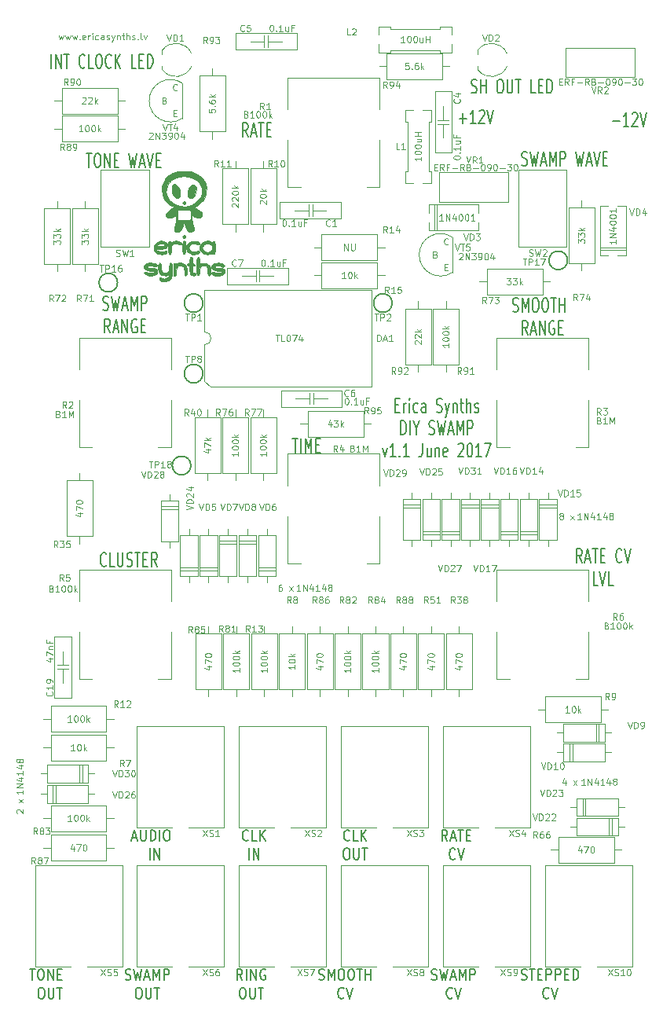
<source format=gto>
G04 #@! TF.FileFunction,Legend,Top*
%FSLAX46Y46*%
G04 Gerber Fmt 4.6, Leading zero omitted, Abs format (unit mm)*
G04 Created by KiCad (PCBNEW (2016-08-20 BZR 7083)-product) date Thu Jun  8 07:23:42 2017*
%MOMM*%
%LPD*%
G01*
G04 APERTURE LIST*
%ADD10C,0.100000*%
%ADD11C,0.150000*%
%ADD12C,0.200000*%
G04 APERTURE END LIST*
D10*
X58983333Y52883334D02*
X58916666Y52916667D01*
X58883333Y52950000D01*
X58850000Y53016667D01*
X58850000Y53050000D01*
X58883333Y53116667D01*
X58916666Y53150000D01*
X58983333Y53183334D01*
X59116666Y53183334D01*
X59183333Y53150000D01*
X59216666Y53116667D01*
X59250000Y53050000D01*
X59250000Y53016667D01*
X59216666Y52950000D01*
X59183333Y52916667D01*
X59116666Y52883334D01*
X58983333Y52883334D01*
X58916666Y52850000D01*
X58883333Y52816667D01*
X58850000Y52750000D01*
X58850000Y52616667D01*
X58883333Y52550000D01*
X58916666Y52516667D01*
X58983333Y52483334D01*
X59116666Y52483334D01*
X59183333Y52516667D01*
X59216666Y52550000D01*
X59250000Y52616667D01*
X59250000Y52750000D01*
X59216666Y52816667D01*
X59183333Y52850000D01*
X59116666Y52883334D01*
X60016666Y52483334D02*
X60383333Y52950000D01*
X60016666Y52950000D02*
X60383333Y52483334D01*
X59483333Y24350000D02*
X59483333Y23883334D01*
X59316666Y24616667D02*
X59150000Y24116667D01*
X59583333Y24116667D01*
X60316666Y23883334D02*
X60683333Y24350000D01*
X60316666Y24350000D02*
X60683333Y23883334D01*
X383333Y20850000D02*
X350000Y20883334D01*
X316666Y20950000D01*
X316666Y21116667D01*
X350000Y21183334D01*
X383333Y21216667D01*
X450000Y21250000D01*
X516666Y21250000D01*
X616666Y21216667D01*
X1016666Y20816667D01*
X1016666Y21250000D01*
X1016666Y22016667D02*
X550000Y22383334D01*
X550000Y22016667D02*
X1016666Y22383334D01*
X28883333Y45483334D02*
X28750000Y45483334D01*
X28683333Y45450000D01*
X28650000Y45416667D01*
X28583333Y45316667D01*
X28550000Y45183334D01*
X28550000Y44916667D01*
X28583333Y44850000D01*
X28616666Y44816667D01*
X28683333Y44783334D01*
X28816666Y44783334D01*
X28883333Y44816667D01*
X28916666Y44850000D01*
X28950000Y44916667D01*
X28950000Y45083334D01*
X28916666Y45150000D01*
X28883333Y45183334D01*
X28816666Y45216667D01*
X28683333Y45216667D01*
X28616666Y45183334D01*
X28583333Y45150000D01*
X28550000Y45083334D01*
X29716666Y44783334D02*
X30083333Y45250000D01*
X29716666Y45250000D02*
X30083333Y44783334D01*
X14600000Y94116667D02*
X14633333Y94150000D01*
X14700000Y94183334D01*
X14866666Y94183334D01*
X14933333Y94150000D01*
X14966666Y94116667D01*
X15000000Y94050000D01*
X15000000Y93983334D01*
X14966666Y93883334D01*
X14566666Y93483334D01*
X15000000Y93483334D01*
X15300000Y93483334D02*
X15300000Y94183334D01*
X15700000Y93483334D01*
X15700000Y94183334D01*
X15966666Y94183334D02*
X16400000Y94183334D01*
X16166666Y93916667D01*
X16266666Y93916667D01*
X16333333Y93883334D01*
X16366666Y93850000D01*
X16400000Y93783334D01*
X16400000Y93616667D01*
X16366666Y93550000D01*
X16333333Y93516667D01*
X16266666Y93483334D01*
X16066666Y93483334D01*
X16000000Y93516667D01*
X15966666Y93550000D01*
X16733333Y93483334D02*
X16866666Y93483334D01*
X16933333Y93516667D01*
X16966666Y93550000D01*
X17033333Y93650000D01*
X17066666Y93783334D01*
X17066666Y94050000D01*
X17033333Y94116667D01*
X17000000Y94150000D01*
X16933333Y94183334D01*
X16800000Y94183334D01*
X16733333Y94150000D01*
X16700000Y94116667D01*
X16666666Y94050000D01*
X16666666Y93883334D01*
X16700000Y93816667D01*
X16733333Y93783334D01*
X16800000Y93750000D01*
X16933333Y93750000D01*
X17000000Y93783334D01*
X17033333Y93816667D01*
X17066666Y93883334D01*
X17500000Y94183334D02*
X17566666Y94183334D01*
X17633333Y94150000D01*
X17666666Y94116667D01*
X17700000Y94050000D01*
X17733333Y93916667D01*
X17733333Y93750000D01*
X17700000Y93616667D01*
X17666666Y93550000D01*
X17633333Y93516667D01*
X17566666Y93483334D01*
X17500000Y93483334D01*
X17433333Y93516667D01*
X17400000Y93550000D01*
X17366666Y93616667D01*
X17333333Y93750000D01*
X17333333Y93916667D01*
X17366666Y94050000D01*
X17400000Y94116667D01*
X17433333Y94150000D01*
X17500000Y94183334D01*
X18333333Y93950000D02*
X18333333Y93483334D01*
X18166666Y94216667D02*
X18000000Y93716667D01*
X18433333Y93716667D01*
X17250000Y96250000D02*
X17483333Y96250000D01*
X17583333Y95883334D02*
X17250000Y95883334D01*
X17250000Y96583334D01*
X17583333Y96583334D01*
X16250000Y97650000D02*
X16350000Y97616667D01*
X16383333Y97583334D01*
X16416666Y97516667D01*
X16416666Y97416667D01*
X16383333Y97350000D01*
X16350000Y97316667D01*
X16283333Y97283334D01*
X16016666Y97283334D01*
X16016666Y97983334D01*
X16250000Y97983334D01*
X16316666Y97950000D01*
X16350000Y97916667D01*
X16383333Y97850000D01*
X16383333Y97783334D01*
X16350000Y97716667D01*
X16316666Y97683334D01*
X16250000Y97650000D01*
X16016666Y97650000D01*
X17616666Y98750000D02*
X17583333Y98716667D01*
X17483333Y98683334D01*
X17416666Y98683334D01*
X17316666Y98716667D01*
X17250000Y98783334D01*
X17216666Y98850000D01*
X17183333Y98983334D01*
X17183333Y99083334D01*
X17216666Y99216667D01*
X17250000Y99283334D01*
X17316666Y99350000D01*
X17416666Y99383334D01*
X17483333Y99383334D01*
X17583333Y99350000D01*
X17616666Y99316667D01*
D11*
X41123809Y64807143D02*
X41457142Y64807143D01*
X41600000Y64021429D02*
X41123809Y64021429D01*
X41123809Y65521429D01*
X41600000Y65521429D01*
X42028571Y64021429D02*
X42028571Y65021429D01*
X42028571Y64735715D02*
X42076190Y64878572D01*
X42123809Y64950000D01*
X42219047Y65021429D01*
X42314285Y65021429D01*
X42647619Y64021429D02*
X42647619Y65021429D01*
X42647619Y65521429D02*
X42600000Y65450000D01*
X42647619Y65378572D01*
X42695238Y65450000D01*
X42647619Y65521429D01*
X42647619Y65378572D01*
X43552380Y64092858D02*
X43457142Y64021429D01*
X43266666Y64021429D01*
X43171428Y64092858D01*
X43123809Y64164286D01*
X43076190Y64307143D01*
X43076190Y64735715D01*
X43123809Y64878572D01*
X43171428Y64950000D01*
X43266666Y65021429D01*
X43457142Y65021429D01*
X43552380Y64950000D01*
X44409523Y64021429D02*
X44409523Y64807143D01*
X44361904Y64950000D01*
X44266666Y65021429D01*
X44076190Y65021429D01*
X43980952Y64950000D01*
X44409523Y64092858D02*
X44314285Y64021429D01*
X44076190Y64021429D01*
X43980952Y64092858D01*
X43933333Y64235715D01*
X43933333Y64378572D01*
X43980952Y64521429D01*
X44076190Y64592858D01*
X44314285Y64592858D01*
X44409523Y64664286D01*
X45600000Y64092858D02*
X45742857Y64021429D01*
X45980952Y64021429D01*
X46076190Y64092858D01*
X46123809Y64164286D01*
X46171428Y64307143D01*
X46171428Y64450000D01*
X46123809Y64592858D01*
X46076190Y64664286D01*
X45980952Y64735715D01*
X45790476Y64807143D01*
X45695238Y64878572D01*
X45647619Y64950000D01*
X45600000Y65092858D01*
X45600000Y65235715D01*
X45647619Y65378572D01*
X45695238Y65450000D01*
X45790476Y65521429D01*
X46028571Y65521429D01*
X46171428Y65450000D01*
X46504761Y65021429D02*
X46742857Y64021429D01*
X46980952Y65021429D02*
X46742857Y64021429D01*
X46647619Y63664286D01*
X46600000Y63592858D01*
X46504761Y63521429D01*
X47361904Y65021429D02*
X47361904Y64021429D01*
X47361904Y64878572D02*
X47409523Y64950000D01*
X47504761Y65021429D01*
X47647619Y65021429D01*
X47742857Y64950000D01*
X47790476Y64807143D01*
X47790476Y64021429D01*
X48123809Y65021429D02*
X48504761Y65021429D01*
X48266666Y65521429D02*
X48266666Y64235715D01*
X48314285Y64092858D01*
X48409523Y64021429D01*
X48504761Y64021429D01*
X48838095Y64021429D02*
X48838095Y65521429D01*
X49266666Y64021429D02*
X49266666Y64807143D01*
X49219047Y64950000D01*
X49123809Y65021429D01*
X48980952Y65021429D01*
X48885714Y64950000D01*
X48838095Y64878572D01*
X49695238Y64092858D02*
X49790476Y64021429D01*
X49980952Y64021429D01*
X50076190Y64092858D01*
X50123809Y64235715D01*
X50123809Y64307143D01*
X50076190Y64450000D01*
X49980952Y64521429D01*
X49838095Y64521429D01*
X49742857Y64592858D01*
X49695238Y64735715D01*
X49695238Y64807143D01*
X49742857Y64950000D01*
X49838095Y65021429D01*
X49980952Y65021429D01*
X50076190Y64950000D01*
X41742857Y61621429D02*
X41742857Y63121429D01*
X41980952Y63121429D01*
X42123809Y63050000D01*
X42219047Y62907143D01*
X42266666Y62764286D01*
X42314285Y62478572D01*
X42314285Y62264286D01*
X42266666Y61978572D01*
X42219047Y61835715D01*
X42123809Y61692858D01*
X41980952Y61621429D01*
X41742857Y61621429D01*
X42742857Y61621429D02*
X42742857Y63121429D01*
X43409523Y62335715D02*
X43409523Y61621429D01*
X43076190Y63121429D02*
X43409523Y62335715D01*
X43742857Y63121429D01*
X44790476Y61692858D02*
X44933333Y61621429D01*
X45171428Y61621429D01*
X45266666Y61692858D01*
X45314285Y61764286D01*
X45361904Y61907143D01*
X45361904Y62050000D01*
X45314285Y62192858D01*
X45266666Y62264286D01*
X45171428Y62335715D01*
X44980952Y62407143D01*
X44885714Y62478572D01*
X44838095Y62550000D01*
X44790476Y62692858D01*
X44790476Y62835715D01*
X44838095Y62978572D01*
X44885714Y63050000D01*
X44980952Y63121429D01*
X45219047Y63121429D01*
X45361904Y63050000D01*
X45695238Y63121429D02*
X45933333Y61621429D01*
X46123809Y62692858D01*
X46314285Y61621429D01*
X46552380Y63121429D01*
X46885714Y62050000D02*
X47361904Y62050000D01*
X46790476Y61621429D02*
X47123809Y63121429D01*
X47457142Y61621429D01*
X47790476Y61621429D02*
X47790476Y63121429D01*
X48123809Y62050000D01*
X48457142Y63121429D01*
X48457142Y61621429D01*
X48933333Y61621429D02*
X48933333Y63121429D01*
X49314285Y63121429D01*
X49409523Y63050000D01*
X49457142Y62978572D01*
X49504761Y62835715D01*
X49504761Y62621429D01*
X49457142Y62478572D01*
X49409523Y62407143D01*
X49314285Y62335715D01*
X48933333Y62335715D01*
X39790476Y60221429D02*
X40028571Y59221429D01*
X40266666Y60221429D01*
X41171428Y59221429D02*
X40600000Y59221429D01*
X40885714Y59221429D02*
X40885714Y60721429D01*
X40790476Y60507143D01*
X40695238Y60364286D01*
X40600000Y60292858D01*
X41600000Y59364286D02*
X41647619Y59292858D01*
X41600000Y59221429D01*
X41552380Y59292858D01*
X41600000Y59364286D01*
X41600000Y59221429D01*
X42600000Y59221429D02*
X42028571Y59221429D01*
X42314285Y59221429D02*
X42314285Y60721429D01*
X42219047Y60507143D01*
X42123809Y60364286D01*
X42028571Y60292858D01*
X44076190Y60721429D02*
X44076190Y59650000D01*
X44028571Y59435715D01*
X43933333Y59292858D01*
X43790476Y59221429D01*
X43695238Y59221429D01*
X44980952Y60221429D02*
X44980952Y59221429D01*
X44552380Y60221429D02*
X44552380Y59435715D01*
X44600000Y59292858D01*
X44695238Y59221429D01*
X44838095Y59221429D01*
X44933333Y59292858D01*
X44980952Y59364286D01*
X45457142Y60221429D02*
X45457142Y59221429D01*
X45457142Y60078572D02*
X45504761Y60150000D01*
X45600000Y60221429D01*
X45742857Y60221429D01*
X45838095Y60150000D01*
X45885714Y60007143D01*
X45885714Y59221429D01*
X46742857Y59292858D02*
X46647619Y59221429D01*
X46457142Y59221429D01*
X46361904Y59292858D01*
X46314285Y59435715D01*
X46314285Y60007143D01*
X46361904Y60150000D01*
X46457142Y60221429D01*
X46647619Y60221429D01*
X46742857Y60150000D01*
X46790476Y60007143D01*
X46790476Y59864286D01*
X46314285Y59721429D01*
X47933333Y60578572D02*
X47980952Y60650000D01*
X48076190Y60721429D01*
X48314285Y60721429D01*
X48409523Y60650000D01*
X48457142Y60578572D01*
X48504761Y60435715D01*
X48504761Y60292858D01*
X48457142Y60078572D01*
X47885714Y59221429D01*
X48504761Y59221429D01*
X49123809Y60721429D02*
X49219047Y60721429D01*
X49314285Y60650000D01*
X49361904Y60578572D01*
X49409523Y60435715D01*
X49457142Y60150000D01*
X49457142Y59792858D01*
X49409523Y59507143D01*
X49361904Y59364286D01*
X49314285Y59292858D01*
X49219047Y59221429D01*
X49123809Y59221429D01*
X49028571Y59292858D01*
X48980952Y59364286D01*
X48933333Y59507143D01*
X48885714Y59792858D01*
X48885714Y60150000D01*
X48933333Y60435715D01*
X48980952Y60578572D01*
X49028571Y60650000D01*
X49123809Y60721429D01*
X50409523Y59221429D02*
X49838095Y59221429D01*
X50123809Y59221429D02*
X50123809Y60721429D01*
X50028571Y60507143D01*
X49933333Y60364286D01*
X49838095Y60292858D01*
X50742857Y60721429D02*
X51409523Y60721429D01*
X50980952Y59221429D01*
D12*
X49342857Y98492858D02*
X49485714Y98421429D01*
X49723809Y98421429D01*
X49819047Y98492858D01*
X49866666Y98564286D01*
X49914285Y98707143D01*
X49914285Y98850000D01*
X49866666Y98992858D01*
X49819047Y99064286D01*
X49723809Y99135715D01*
X49533333Y99207143D01*
X49438095Y99278572D01*
X49390476Y99350000D01*
X49342857Y99492858D01*
X49342857Y99635715D01*
X49390476Y99778572D01*
X49438095Y99850000D01*
X49533333Y99921429D01*
X49771428Y99921429D01*
X49914285Y99850000D01*
X50342857Y98421429D02*
X50342857Y99921429D01*
X50342857Y99207143D02*
X50914285Y99207143D01*
X50914285Y98421429D02*
X50914285Y99921429D01*
X52342857Y99921429D02*
X52533333Y99921429D01*
X52628571Y99850000D01*
X52723809Y99707143D01*
X52771428Y99421429D01*
X52771428Y98921429D01*
X52723809Y98635715D01*
X52628571Y98492858D01*
X52533333Y98421429D01*
X52342857Y98421429D01*
X52247619Y98492858D01*
X52152380Y98635715D01*
X52104761Y98921429D01*
X52104761Y99421429D01*
X52152380Y99707143D01*
X52247619Y99850000D01*
X52342857Y99921429D01*
X53200000Y99921429D02*
X53200000Y98707143D01*
X53247619Y98564286D01*
X53295238Y98492858D01*
X53390476Y98421429D01*
X53580952Y98421429D01*
X53676190Y98492858D01*
X53723809Y98564286D01*
X53771428Y98707143D01*
X53771428Y99921429D01*
X54104761Y99921429D02*
X54676190Y99921429D01*
X54390476Y98421429D02*
X54390476Y99921429D01*
X56247619Y98421429D02*
X55771428Y98421429D01*
X55771428Y99921429D01*
X56580952Y99207143D02*
X56914285Y99207143D01*
X57057142Y98421429D02*
X56580952Y98421429D01*
X56580952Y99921429D01*
X57057142Y99921429D01*
X57485714Y98421429D02*
X57485714Y99921429D01*
X57723809Y99921429D01*
X57866666Y99850000D01*
X57961904Y99707143D01*
X58009523Y99564286D01*
X58057142Y99278572D01*
X58057142Y99064286D01*
X58009523Y98778572D01*
X57961904Y98635715D01*
X57866666Y98492858D01*
X57723809Y98421429D01*
X57485714Y98421429D01*
X4047619Y101121429D02*
X4047619Y102621429D01*
X4523809Y101121429D02*
X4523809Y102621429D01*
X5095238Y101121429D01*
X5095238Y102621429D01*
X5428571Y102621429D02*
X6000000Y102621429D01*
X5714285Y101121429D02*
X5714285Y102621429D01*
X7666666Y101264286D02*
X7619047Y101192858D01*
X7476190Y101121429D01*
X7380952Y101121429D01*
X7238095Y101192858D01*
X7142857Y101335715D01*
X7095238Y101478572D01*
X7047619Y101764286D01*
X7047619Y101978572D01*
X7095238Y102264286D01*
X7142857Y102407143D01*
X7238095Y102550000D01*
X7380952Y102621429D01*
X7476190Y102621429D01*
X7619047Y102550000D01*
X7666666Y102478572D01*
X8571428Y101121429D02*
X8095238Y101121429D01*
X8095238Y102621429D01*
X9095238Y102621429D02*
X9285714Y102621429D01*
X9380952Y102550000D01*
X9476190Y102407143D01*
X9523809Y102121429D01*
X9523809Y101621429D01*
X9476190Y101335715D01*
X9380952Y101192858D01*
X9285714Y101121429D01*
X9095238Y101121429D01*
X9000000Y101192858D01*
X8904761Y101335715D01*
X8857142Y101621429D01*
X8857142Y102121429D01*
X8904761Y102407143D01*
X9000000Y102550000D01*
X9095238Y102621429D01*
X10523809Y101264286D02*
X10476190Y101192858D01*
X10333333Y101121429D01*
X10238095Y101121429D01*
X10095238Y101192858D01*
X10000000Y101335715D01*
X9952380Y101478572D01*
X9904761Y101764286D01*
X9904761Y101978572D01*
X9952380Y102264286D01*
X10000000Y102407143D01*
X10095238Y102550000D01*
X10238095Y102621429D01*
X10333333Y102621429D01*
X10476190Y102550000D01*
X10523809Y102478572D01*
X10952380Y101121429D02*
X10952380Y102621429D01*
X11523809Y101121429D02*
X11095238Y101978572D01*
X11523809Y102621429D02*
X10952380Y101764286D01*
X13190476Y101121429D02*
X12714285Y101121429D01*
X12714285Y102621429D01*
X13523809Y101907143D02*
X13857142Y101907143D01*
X14000000Y101121429D02*
X13523809Y101121429D01*
X13523809Y102621429D01*
X14000000Y102621429D01*
X14428571Y101121429D02*
X14428571Y102621429D01*
X14666666Y102621429D01*
X14809523Y102550000D01*
X14904761Y102407143D01*
X14952380Y102264286D01*
X15000000Y101978572D01*
X15000000Y101764286D01*
X14952380Y101478572D01*
X14904761Y101335715D01*
X14809523Y101192858D01*
X14666666Y101121429D01*
X14428571Y101121429D01*
X25247619Y93721429D02*
X24914285Y94435715D01*
X24676190Y93721429D02*
X24676190Y95221429D01*
X25057142Y95221429D01*
X25152380Y95150000D01*
X25200000Y95078572D01*
X25247619Y94935715D01*
X25247619Y94721429D01*
X25200000Y94578572D01*
X25152380Y94507143D01*
X25057142Y94435715D01*
X24676190Y94435715D01*
X25628571Y94150000D02*
X26104761Y94150000D01*
X25533333Y93721429D02*
X25866666Y95221429D01*
X26200000Y93721429D01*
X26390476Y95221429D02*
X26961904Y95221429D01*
X26676190Y93721429D02*
X26676190Y95221429D01*
X27295238Y94507143D02*
X27628571Y94507143D01*
X27771428Y93721429D02*
X27295238Y93721429D01*
X27295238Y95221429D01*
X27771428Y95221429D01*
X7852380Y91921429D02*
X8423809Y91921429D01*
X8138095Y90421429D02*
X8138095Y91921429D01*
X8947619Y91921429D02*
X9138095Y91921429D01*
X9233333Y91850000D01*
X9328571Y91707143D01*
X9376190Y91421429D01*
X9376190Y90921429D01*
X9328571Y90635715D01*
X9233333Y90492858D01*
X9138095Y90421429D01*
X8947619Y90421429D01*
X8852380Y90492858D01*
X8757142Y90635715D01*
X8709523Y90921429D01*
X8709523Y91421429D01*
X8757142Y91707143D01*
X8852380Y91850000D01*
X8947619Y91921429D01*
X9804761Y90421429D02*
X9804761Y91921429D01*
X10376190Y90421429D01*
X10376190Y91921429D01*
X10852380Y91207143D02*
X11185714Y91207143D01*
X11328571Y90421429D02*
X10852380Y90421429D01*
X10852380Y91921429D01*
X11328571Y91921429D01*
X12423809Y91921429D02*
X12661904Y90421429D01*
X12852380Y91492858D01*
X13042857Y90421429D01*
X13280952Y91921429D01*
X13614285Y90850000D02*
X14090476Y90850000D01*
X13519047Y90421429D02*
X13852380Y91921429D01*
X14185714Y90421429D01*
X14376190Y91921429D02*
X14709523Y90421429D01*
X15042857Y91921429D01*
X15376190Y91207143D02*
X15709523Y91207143D01*
X15852380Y90421429D02*
X15376190Y90421429D01*
X15376190Y91921429D01*
X15852380Y91921429D01*
X54780952Y90692858D02*
X54923809Y90621429D01*
X55161904Y90621429D01*
X55257142Y90692858D01*
X55304761Y90764286D01*
X55352380Y90907143D01*
X55352380Y91050000D01*
X55304761Y91192858D01*
X55257142Y91264286D01*
X55161904Y91335715D01*
X54971428Y91407143D01*
X54876190Y91478572D01*
X54828571Y91550000D01*
X54780952Y91692858D01*
X54780952Y91835715D01*
X54828571Y91978572D01*
X54876190Y92050000D01*
X54971428Y92121429D01*
X55209523Y92121429D01*
X55352380Y92050000D01*
X55685714Y92121429D02*
X55923809Y90621429D01*
X56114285Y91692858D01*
X56304761Y90621429D01*
X56542857Y92121429D01*
X56876190Y91050000D02*
X57352380Y91050000D01*
X56780952Y90621429D02*
X57114285Y92121429D01*
X57447619Y90621429D01*
X57780952Y90621429D02*
X57780952Y92121429D01*
X58114285Y91050000D01*
X58447619Y92121429D01*
X58447619Y90621429D01*
X58923809Y90621429D02*
X58923809Y92121429D01*
X59304761Y92121429D01*
X59400000Y92050000D01*
X59447619Y91978572D01*
X59495238Y91835715D01*
X59495238Y91621429D01*
X59447619Y91478572D01*
X59400000Y91407143D01*
X59304761Y91335715D01*
X58923809Y91335715D01*
X60590476Y92121429D02*
X60828571Y90621429D01*
X61019047Y91692858D01*
X61209523Y90621429D01*
X61447619Y92121429D01*
X61780952Y91050000D02*
X62257142Y91050000D01*
X61685714Y90621429D02*
X62019047Y92121429D01*
X62352380Y90621429D01*
X62542857Y92121429D02*
X62876190Y90621429D01*
X63209523Y92121429D01*
X63542857Y91407143D02*
X63876190Y91407143D01*
X64019047Y90621429D02*
X63542857Y90621429D01*
X63542857Y92121429D01*
X64019047Y92121429D01*
X53809523Y74917858D02*
X53952380Y74846429D01*
X54190476Y74846429D01*
X54285714Y74917858D01*
X54333333Y74989286D01*
X54380952Y75132143D01*
X54380952Y75275000D01*
X54333333Y75417858D01*
X54285714Y75489286D01*
X54190476Y75560715D01*
X54000000Y75632143D01*
X53904761Y75703572D01*
X53857142Y75775000D01*
X53809523Y75917858D01*
X53809523Y76060715D01*
X53857142Y76203572D01*
X53904761Y76275000D01*
X54000000Y76346429D01*
X54238095Y76346429D01*
X54380952Y76275000D01*
X54809523Y74846429D02*
X54809523Y76346429D01*
X55142857Y75275000D01*
X55476190Y76346429D01*
X55476190Y74846429D01*
X56142857Y76346429D02*
X56333333Y76346429D01*
X56428571Y76275000D01*
X56523809Y76132143D01*
X56571428Y75846429D01*
X56571428Y75346429D01*
X56523809Y75060715D01*
X56428571Y74917858D01*
X56333333Y74846429D01*
X56142857Y74846429D01*
X56047619Y74917858D01*
X55952380Y75060715D01*
X55904761Y75346429D01*
X55904761Y75846429D01*
X55952380Y76132143D01*
X56047619Y76275000D01*
X56142857Y76346429D01*
X57190476Y76346429D02*
X57380952Y76346429D01*
X57476190Y76275000D01*
X57571428Y76132143D01*
X57619047Y75846429D01*
X57619047Y75346429D01*
X57571428Y75060715D01*
X57476190Y74917858D01*
X57380952Y74846429D01*
X57190476Y74846429D01*
X57095238Y74917858D01*
X57000000Y75060715D01*
X56952380Y75346429D01*
X56952380Y75846429D01*
X57000000Y76132143D01*
X57095238Y76275000D01*
X57190476Y76346429D01*
X57904761Y76346429D02*
X58476190Y76346429D01*
X58190476Y74846429D02*
X58190476Y76346429D01*
X58809523Y74846429D02*
X58809523Y76346429D01*
X58809523Y75632143D02*
X59380952Y75632143D01*
X59380952Y74846429D02*
X59380952Y76346429D01*
X55404761Y72396429D02*
X55071428Y73110715D01*
X54833333Y72396429D02*
X54833333Y73896429D01*
X55214285Y73896429D01*
X55309523Y73825000D01*
X55357142Y73753572D01*
X55404761Y73610715D01*
X55404761Y73396429D01*
X55357142Y73253572D01*
X55309523Y73182143D01*
X55214285Y73110715D01*
X54833333Y73110715D01*
X55785714Y72825000D02*
X56261904Y72825000D01*
X55690476Y72396429D02*
X56023809Y73896429D01*
X56357142Y72396429D01*
X56690476Y72396429D02*
X56690476Y73896429D01*
X57261904Y72396429D01*
X57261904Y73896429D01*
X58261904Y73825000D02*
X58166666Y73896429D01*
X58023809Y73896429D01*
X57880952Y73825000D01*
X57785714Y73682143D01*
X57738095Y73539286D01*
X57690476Y73253572D01*
X57690476Y73039286D01*
X57738095Y72753572D01*
X57785714Y72610715D01*
X57880952Y72467858D01*
X58023809Y72396429D01*
X58119047Y72396429D01*
X58261904Y72467858D01*
X58309523Y72539286D01*
X58309523Y73039286D01*
X58119047Y73039286D01*
X58738095Y73182143D02*
X59071428Y73182143D01*
X59214285Y72396429D02*
X58738095Y72396429D01*
X58738095Y73896429D01*
X59214285Y73896429D01*
X9642857Y75117858D02*
X9785714Y75046429D01*
X10023809Y75046429D01*
X10119047Y75117858D01*
X10166666Y75189286D01*
X10214285Y75332143D01*
X10214285Y75475000D01*
X10166666Y75617858D01*
X10119047Y75689286D01*
X10023809Y75760715D01*
X9833333Y75832143D01*
X9738095Y75903572D01*
X9690476Y75975000D01*
X9642857Y76117858D01*
X9642857Y76260715D01*
X9690476Y76403572D01*
X9738095Y76475000D01*
X9833333Y76546429D01*
X10071428Y76546429D01*
X10214285Y76475000D01*
X10547619Y76546429D02*
X10785714Y75046429D01*
X10976190Y76117858D01*
X11166666Y75046429D01*
X11404761Y76546429D01*
X11738095Y75475000D02*
X12214285Y75475000D01*
X11642857Y75046429D02*
X11976190Y76546429D01*
X12309523Y75046429D01*
X12642857Y75046429D02*
X12642857Y76546429D01*
X12976190Y75475000D01*
X13309523Y76546429D01*
X13309523Y75046429D01*
X13785714Y75046429D02*
X13785714Y76546429D01*
X14166666Y76546429D01*
X14261904Y76475000D01*
X14309523Y76403572D01*
X14357142Y76260715D01*
X14357142Y76046429D01*
X14309523Y75903572D01*
X14261904Y75832143D01*
X14166666Y75760715D01*
X13785714Y75760715D01*
X10404761Y72596429D02*
X10071428Y73310715D01*
X9833333Y72596429D02*
X9833333Y74096429D01*
X10214285Y74096429D01*
X10309523Y74025000D01*
X10357142Y73953572D01*
X10404761Y73810715D01*
X10404761Y73596429D01*
X10357142Y73453572D01*
X10309523Y73382143D01*
X10214285Y73310715D01*
X9833333Y73310715D01*
X10785714Y73025000D02*
X11261904Y73025000D01*
X10690476Y72596429D02*
X11023809Y74096429D01*
X11357142Y72596429D01*
X11690476Y72596429D02*
X11690476Y74096429D01*
X12261904Y72596429D01*
X12261904Y74096429D01*
X13261904Y74025000D02*
X13166666Y74096429D01*
X13023809Y74096429D01*
X12880952Y74025000D01*
X12785714Y73882143D01*
X12738095Y73739286D01*
X12690476Y73453572D01*
X12690476Y73239286D01*
X12738095Y72953572D01*
X12785714Y72810715D01*
X12880952Y72667858D01*
X13023809Y72596429D01*
X13119047Y72596429D01*
X13261904Y72667858D01*
X13309523Y72739286D01*
X13309523Y73239286D01*
X13119047Y73239286D01*
X13738095Y73382143D02*
X14071428Y73382143D01*
X14214285Y72596429D02*
X13738095Y72596429D01*
X13738095Y74096429D01*
X14214285Y74096429D01*
X30052380Y61221429D02*
X30623809Y61221429D01*
X30338095Y59721429D02*
X30338095Y61221429D01*
X30957142Y59721429D02*
X30957142Y61221429D01*
X31433333Y59721429D02*
X31433333Y61221429D01*
X31766666Y60150000D01*
X32100000Y61221429D01*
X32100000Y59721429D01*
X32576190Y60507143D02*
X32909523Y60507143D01*
X33052380Y59721429D02*
X32576190Y59721429D01*
X32576190Y61221429D01*
X33052380Y61221429D01*
X61238095Y47846429D02*
X60904761Y48560715D01*
X60666666Y47846429D02*
X60666666Y49346429D01*
X61047619Y49346429D01*
X61142857Y49275000D01*
X61190476Y49203572D01*
X61238095Y49060715D01*
X61238095Y48846429D01*
X61190476Y48703572D01*
X61142857Y48632143D01*
X61047619Y48560715D01*
X60666666Y48560715D01*
X61619047Y48275000D02*
X62095238Y48275000D01*
X61523809Y47846429D02*
X61857142Y49346429D01*
X62190476Y47846429D01*
X62380952Y49346429D02*
X62952380Y49346429D01*
X62666666Y47846429D02*
X62666666Y49346429D01*
X63285714Y48632143D02*
X63619047Y48632143D01*
X63761904Y47846429D02*
X63285714Y47846429D01*
X63285714Y49346429D01*
X63761904Y49346429D01*
X65523809Y47989286D02*
X65476190Y47917858D01*
X65333333Y47846429D01*
X65238095Y47846429D01*
X65095238Y47917858D01*
X65000000Y48060715D01*
X64952380Y48203572D01*
X64904761Y48489286D01*
X64904761Y48703572D01*
X64952380Y48989286D01*
X65000000Y49132143D01*
X65095238Y49275000D01*
X65238095Y49346429D01*
X65333333Y49346429D01*
X65476190Y49275000D01*
X65523809Y49203572D01*
X65809523Y49346429D02*
X66142857Y47846429D01*
X66476190Y49346429D01*
X62976190Y45396429D02*
X62500000Y45396429D01*
X62500000Y46896429D01*
X63166666Y46896429D02*
X63500000Y45396429D01*
X63833333Y46896429D01*
X64642857Y45396429D02*
X64166666Y45396429D01*
X64166666Y46896429D01*
X9971428Y47564286D02*
X9923809Y47492858D01*
X9780952Y47421429D01*
X9685714Y47421429D01*
X9542857Y47492858D01*
X9447619Y47635715D01*
X9400000Y47778572D01*
X9352380Y48064286D01*
X9352380Y48278572D01*
X9400000Y48564286D01*
X9447619Y48707143D01*
X9542857Y48850000D01*
X9685714Y48921429D01*
X9780952Y48921429D01*
X9923809Y48850000D01*
X9971428Y48778572D01*
X10876190Y47421429D02*
X10400000Y47421429D01*
X10400000Y48921429D01*
X11209523Y48921429D02*
X11209523Y47707143D01*
X11257142Y47564286D01*
X11304761Y47492858D01*
X11400000Y47421429D01*
X11590476Y47421429D01*
X11685714Y47492858D01*
X11733333Y47564286D01*
X11780952Y47707143D01*
X11780952Y48921429D01*
X12209523Y47492858D02*
X12352380Y47421429D01*
X12590476Y47421429D01*
X12685714Y47492858D01*
X12733333Y47564286D01*
X12780952Y47707143D01*
X12780952Y47850000D01*
X12733333Y47992858D01*
X12685714Y48064286D01*
X12590476Y48135715D01*
X12400000Y48207143D01*
X12304761Y48278572D01*
X12257142Y48350000D01*
X12209523Y48492858D01*
X12209523Y48635715D01*
X12257142Y48778572D01*
X12304761Y48850000D01*
X12400000Y48921429D01*
X12638095Y48921429D01*
X12780952Y48850000D01*
X13066666Y48921429D02*
X13638095Y48921429D01*
X13352380Y47421429D02*
X13352380Y48921429D01*
X13971428Y48207143D02*
X14304761Y48207143D01*
X14447619Y47421429D02*
X13971428Y47421429D01*
X13971428Y48921429D01*
X14447619Y48921429D01*
X15447619Y47421429D02*
X15114285Y48135715D01*
X14876190Y47421429D02*
X14876190Y48921429D01*
X15257142Y48921429D01*
X15352380Y48850000D01*
X15400000Y48778572D01*
X15447619Y48635715D01*
X15447619Y48421429D01*
X15400000Y48278572D01*
X15352380Y48207143D01*
X15257142Y48135715D01*
X14876190Y48135715D01*
X46747619Y17857143D02*
X46414285Y18428572D01*
X46176190Y17857143D02*
X46176190Y19057143D01*
X46557142Y19057143D01*
X46652380Y19000000D01*
X46700000Y18942858D01*
X46747619Y18828572D01*
X46747619Y18657143D01*
X46700000Y18542858D01*
X46652380Y18485715D01*
X46557142Y18428572D01*
X46176190Y18428572D01*
X47128571Y18200000D02*
X47604761Y18200000D01*
X47033333Y17857143D02*
X47366666Y19057143D01*
X47700000Y17857143D01*
X47890476Y19057143D02*
X48461904Y19057143D01*
X48176190Y17857143D02*
X48176190Y19057143D01*
X48795238Y18485715D02*
X49128571Y18485715D01*
X49271428Y17857143D02*
X48795238Y17857143D01*
X48795238Y19057143D01*
X49271428Y19057143D01*
X47580952Y15971429D02*
X47533333Y15914286D01*
X47390476Y15857143D01*
X47295238Y15857143D01*
X47152380Y15914286D01*
X47057142Y16028572D01*
X47009523Y16142858D01*
X46961904Y16371429D01*
X46961904Y16542858D01*
X47009523Y16771429D01*
X47057142Y16885715D01*
X47152380Y17000000D01*
X47295238Y17057143D01*
X47390476Y17057143D01*
X47533333Y17000000D01*
X47580952Y16942858D01*
X47866666Y17057143D02*
X48200000Y15857143D01*
X48533333Y17057143D01*
X36204761Y17971429D02*
X36157142Y17914286D01*
X36014285Y17857143D01*
X35919047Y17857143D01*
X35776190Y17914286D01*
X35680952Y18028572D01*
X35633333Y18142858D01*
X35585714Y18371429D01*
X35585714Y18542858D01*
X35633333Y18771429D01*
X35680952Y18885715D01*
X35776190Y19000000D01*
X35919047Y19057143D01*
X36014285Y19057143D01*
X36157142Y19000000D01*
X36204761Y18942858D01*
X37109523Y17857143D02*
X36633333Y17857143D01*
X36633333Y19057143D01*
X37442857Y17857143D02*
X37442857Y19057143D01*
X38014285Y17857143D02*
X37585714Y18542858D01*
X38014285Y19057143D02*
X37442857Y18371429D01*
X35800000Y17057143D02*
X35990476Y17057143D01*
X36085714Y17000000D01*
X36180952Y16885715D01*
X36228571Y16657143D01*
X36228571Y16257143D01*
X36180952Y16028572D01*
X36085714Y15914286D01*
X35990476Y15857143D01*
X35800000Y15857143D01*
X35704761Y15914286D01*
X35609523Y16028572D01*
X35561904Y16257143D01*
X35561904Y16657143D01*
X35609523Y16885715D01*
X35704761Y17000000D01*
X35800000Y17057143D01*
X36657142Y17057143D02*
X36657142Y16085715D01*
X36704761Y15971429D01*
X36752380Y15914286D01*
X36847619Y15857143D01*
X37038095Y15857143D01*
X37133333Y15914286D01*
X37180952Y15971429D01*
X37228571Y16085715D01*
X37228571Y17057143D01*
X37561904Y17057143D02*
X38133333Y17057143D01*
X37847619Y15857143D02*
X37847619Y17057143D01*
X25304761Y17971429D02*
X25257142Y17914286D01*
X25114285Y17857143D01*
X25019047Y17857143D01*
X24876190Y17914286D01*
X24780952Y18028572D01*
X24733333Y18142858D01*
X24685714Y18371429D01*
X24685714Y18542858D01*
X24733333Y18771429D01*
X24780952Y18885715D01*
X24876190Y19000000D01*
X25019047Y19057143D01*
X25114285Y19057143D01*
X25257142Y19000000D01*
X25304761Y18942858D01*
X26209523Y17857143D02*
X25733333Y17857143D01*
X25733333Y19057143D01*
X26542857Y17857143D02*
X26542857Y19057143D01*
X27114285Y17857143D02*
X26685714Y18542858D01*
X27114285Y19057143D02*
X26542857Y18371429D01*
X25376190Y15857143D02*
X25376190Y17057143D01*
X25852380Y15857143D02*
X25852380Y17057143D01*
X26423809Y15857143D01*
X26423809Y17057143D01*
X12795238Y18200000D02*
X13271428Y18200000D01*
X12700000Y17857143D02*
X13033333Y19057143D01*
X13366666Y17857143D01*
X13700000Y19057143D02*
X13700000Y18085715D01*
X13747619Y17971429D01*
X13795238Y17914286D01*
X13890476Y17857143D01*
X14080952Y17857143D01*
X14176190Y17914286D01*
X14223809Y17971429D01*
X14271428Y18085715D01*
X14271428Y19057143D01*
X14747619Y17857143D02*
X14747619Y19057143D01*
X14985714Y19057143D01*
X15128571Y19000000D01*
X15223809Y18885715D01*
X15271428Y18771429D01*
X15319047Y18542858D01*
X15319047Y18371429D01*
X15271428Y18142858D01*
X15223809Y18028572D01*
X15128571Y17914286D01*
X14985714Y17857143D01*
X14747619Y17857143D01*
X15747619Y17857143D02*
X15747619Y19057143D01*
X16414285Y19057143D02*
X16604761Y19057143D01*
X16700000Y19000000D01*
X16795238Y18885715D01*
X16842857Y18657143D01*
X16842857Y18257143D01*
X16795238Y18028572D01*
X16700000Y17914286D01*
X16604761Y17857143D01*
X16414285Y17857143D01*
X16319047Y17914286D01*
X16223809Y18028572D01*
X16176190Y18257143D01*
X16176190Y18657143D01*
X16223809Y18885715D01*
X16319047Y19000000D01*
X16414285Y19057143D01*
X14676190Y15857143D02*
X14676190Y17057143D01*
X15152380Y15857143D02*
X15152380Y17057143D01*
X15723809Y15857143D01*
X15723809Y17057143D01*
X54728571Y2914286D02*
X54871428Y2857143D01*
X55109523Y2857143D01*
X55204761Y2914286D01*
X55252380Y2971429D01*
X55300000Y3085715D01*
X55300000Y3200000D01*
X55252380Y3314286D01*
X55204761Y3371429D01*
X55109523Y3428572D01*
X54919047Y3485715D01*
X54823809Y3542858D01*
X54776190Y3600000D01*
X54728571Y3714286D01*
X54728571Y3828572D01*
X54776190Y3942858D01*
X54823809Y4000000D01*
X54919047Y4057143D01*
X55157142Y4057143D01*
X55300000Y4000000D01*
X55585714Y4057143D02*
X56157142Y4057143D01*
X55871428Y2857143D02*
X55871428Y4057143D01*
X56490476Y3485715D02*
X56823809Y3485715D01*
X56966666Y2857143D02*
X56490476Y2857143D01*
X56490476Y4057143D01*
X56966666Y4057143D01*
X57395238Y2857143D02*
X57395238Y4057143D01*
X57776190Y4057143D01*
X57871428Y4000000D01*
X57919047Y3942858D01*
X57966666Y3828572D01*
X57966666Y3657143D01*
X57919047Y3542858D01*
X57871428Y3485715D01*
X57776190Y3428572D01*
X57395238Y3428572D01*
X58395238Y2857143D02*
X58395238Y4057143D01*
X58776190Y4057143D01*
X58871428Y4000000D01*
X58919047Y3942858D01*
X58966666Y3828572D01*
X58966666Y3657143D01*
X58919047Y3542858D01*
X58871428Y3485715D01*
X58776190Y3428572D01*
X58395238Y3428572D01*
X59395238Y3485715D02*
X59728571Y3485715D01*
X59871428Y2857143D02*
X59395238Y2857143D01*
X59395238Y4057143D01*
X59871428Y4057143D01*
X60300000Y2857143D02*
X60300000Y4057143D01*
X60538095Y4057143D01*
X60680952Y4000000D01*
X60776190Y3885715D01*
X60823809Y3771429D01*
X60871428Y3542858D01*
X60871428Y3371429D01*
X60823809Y3142858D01*
X60776190Y3028572D01*
X60680952Y2914286D01*
X60538095Y2857143D01*
X60300000Y2857143D01*
X57680952Y971429D02*
X57633333Y914286D01*
X57490476Y857143D01*
X57395238Y857143D01*
X57252380Y914286D01*
X57157142Y1028572D01*
X57109523Y1142858D01*
X57061904Y1371429D01*
X57061904Y1542858D01*
X57109523Y1771429D01*
X57157142Y1885715D01*
X57252380Y2000000D01*
X57395238Y2057143D01*
X57490476Y2057143D01*
X57633333Y2000000D01*
X57680952Y1942858D01*
X57966666Y2057143D02*
X58300000Y857143D01*
X58633333Y2057143D01*
X45042857Y2914286D02*
X45185714Y2857143D01*
X45423809Y2857143D01*
X45519047Y2914286D01*
X45566666Y2971429D01*
X45614285Y3085715D01*
X45614285Y3200000D01*
X45566666Y3314286D01*
X45519047Y3371429D01*
X45423809Y3428572D01*
X45233333Y3485715D01*
X45138095Y3542858D01*
X45090476Y3600000D01*
X45042857Y3714286D01*
X45042857Y3828572D01*
X45090476Y3942858D01*
X45138095Y4000000D01*
X45233333Y4057143D01*
X45471428Y4057143D01*
X45614285Y4000000D01*
X45947619Y4057143D02*
X46185714Y2857143D01*
X46376190Y3714286D01*
X46566666Y2857143D01*
X46804761Y4057143D01*
X47138095Y3200000D02*
X47614285Y3200000D01*
X47042857Y2857143D02*
X47376190Y4057143D01*
X47709523Y2857143D01*
X48042857Y2857143D02*
X48042857Y4057143D01*
X48376190Y3200000D01*
X48709523Y4057143D01*
X48709523Y2857143D01*
X49185714Y2857143D02*
X49185714Y4057143D01*
X49566666Y4057143D01*
X49661904Y4000000D01*
X49709523Y3942858D01*
X49757142Y3828572D01*
X49757142Y3657143D01*
X49709523Y3542858D01*
X49661904Y3485715D01*
X49566666Y3428572D01*
X49185714Y3428572D01*
X47280952Y971429D02*
X47233333Y914286D01*
X47090476Y857143D01*
X46995238Y857143D01*
X46852380Y914286D01*
X46757142Y1028572D01*
X46709523Y1142858D01*
X46661904Y1371429D01*
X46661904Y1542858D01*
X46709523Y1771429D01*
X46757142Y1885715D01*
X46852380Y2000000D01*
X46995238Y2057143D01*
X47090476Y2057143D01*
X47233333Y2000000D01*
X47280952Y1942858D01*
X47566666Y2057143D02*
X47900000Y857143D01*
X48233333Y2057143D01*
X32890476Y2914286D02*
X33033333Y2857143D01*
X33271428Y2857143D01*
X33366666Y2914286D01*
X33414285Y2971429D01*
X33461904Y3085715D01*
X33461904Y3200000D01*
X33414285Y3314286D01*
X33366666Y3371429D01*
X33271428Y3428572D01*
X33080952Y3485715D01*
X32985714Y3542858D01*
X32938095Y3600000D01*
X32890476Y3714286D01*
X32890476Y3828572D01*
X32938095Y3942858D01*
X32985714Y4000000D01*
X33080952Y4057143D01*
X33319047Y4057143D01*
X33461904Y4000000D01*
X33890476Y2857143D02*
X33890476Y4057143D01*
X34223809Y3200000D01*
X34557142Y4057143D01*
X34557142Y2857143D01*
X35223809Y4057143D02*
X35414285Y4057143D01*
X35509523Y4000000D01*
X35604761Y3885715D01*
X35652380Y3657143D01*
X35652380Y3257143D01*
X35604761Y3028572D01*
X35509523Y2914286D01*
X35414285Y2857143D01*
X35223809Y2857143D01*
X35128571Y2914286D01*
X35033333Y3028572D01*
X34985714Y3257143D01*
X34985714Y3657143D01*
X35033333Y3885715D01*
X35128571Y4000000D01*
X35223809Y4057143D01*
X36271428Y4057143D02*
X36461904Y4057143D01*
X36557142Y4000000D01*
X36652380Y3885715D01*
X36700000Y3657143D01*
X36700000Y3257143D01*
X36652380Y3028572D01*
X36557142Y2914286D01*
X36461904Y2857143D01*
X36271428Y2857143D01*
X36176190Y2914286D01*
X36080952Y3028572D01*
X36033333Y3257143D01*
X36033333Y3657143D01*
X36080952Y3885715D01*
X36176190Y4000000D01*
X36271428Y4057143D01*
X36985714Y4057143D02*
X37557142Y4057143D01*
X37271428Y2857143D02*
X37271428Y4057143D01*
X37890476Y2857143D02*
X37890476Y4057143D01*
X37890476Y3485715D02*
X38461904Y3485715D01*
X38461904Y2857143D02*
X38461904Y4057143D01*
X35580952Y971429D02*
X35533333Y914286D01*
X35390476Y857143D01*
X35295238Y857143D01*
X35152380Y914286D01*
X35057142Y1028572D01*
X35009523Y1142858D01*
X34961904Y1371429D01*
X34961904Y1542858D01*
X35009523Y1771429D01*
X35057142Y1885715D01*
X35152380Y2000000D01*
X35295238Y2057143D01*
X35390476Y2057143D01*
X35533333Y2000000D01*
X35580952Y1942858D01*
X35866666Y2057143D02*
X36200000Y857143D01*
X36533333Y2057143D01*
D10*
X46816666Y82150000D02*
X46783333Y82116667D01*
X46683333Y82083334D01*
X46616666Y82083334D01*
X46516666Y82116667D01*
X46450000Y82183334D01*
X46416666Y82250000D01*
X46383333Y82383334D01*
X46383333Y82483334D01*
X46416666Y82616667D01*
X46450000Y82683334D01*
X46516666Y82750000D01*
X46616666Y82783334D01*
X46683333Y82783334D01*
X46783333Y82750000D01*
X46816666Y82716667D01*
X45450000Y81050000D02*
X45550000Y81016667D01*
X45583333Y80983334D01*
X45616666Y80916667D01*
X45616666Y80816667D01*
X45583333Y80750000D01*
X45550000Y80716667D01*
X45483333Y80683334D01*
X45216666Y80683334D01*
X45216666Y81383334D01*
X45450000Y81383334D01*
X45516666Y81350000D01*
X45550000Y81316667D01*
X45583333Y81250000D01*
X45583333Y81183334D01*
X45550000Y81116667D01*
X45516666Y81083334D01*
X45450000Y81050000D01*
X45216666Y81050000D01*
X46450000Y79650000D02*
X46683333Y79650000D01*
X46783333Y79283334D02*
X46450000Y79283334D01*
X46450000Y79983334D01*
X46783333Y79983334D01*
X48000000Y81116667D02*
X48033333Y81150000D01*
X48100000Y81183334D01*
X48266666Y81183334D01*
X48333333Y81150000D01*
X48366666Y81116667D01*
X48400000Y81050000D01*
X48400000Y80983334D01*
X48366666Y80883334D01*
X47966666Y80483334D01*
X48400000Y80483334D01*
X48700000Y80483334D02*
X48700000Y81183334D01*
X49100000Y80483334D01*
X49100000Y81183334D01*
X49366666Y81183334D02*
X49800000Y81183334D01*
X49566666Y80916667D01*
X49666666Y80916667D01*
X49733333Y80883334D01*
X49766666Y80850000D01*
X49800000Y80783334D01*
X49800000Y80616667D01*
X49766666Y80550000D01*
X49733333Y80516667D01*
X49666666Y80483334D01*
X49466666Y80483334D01*
X49400000Y80516667D01*
X49366666Y80550000D01*
X50133333Y80483334D02*
X50266666Y80483334D01*
X50333333Y80516667D01*
X50366666Y80550000D01*
X50433333Y80650000D01*
X50466666Y80783334D01*
X50466666Y81050000D01*
X50433333Y81116667D01*
X50400000Y81150000D01*
X50333333Y81183334D01*
X50200000Y81183334D01*
X50133333Y81150000D01*
X50100000Y81116667D01*
X50066666Y81050000D01*
X50066666Y80883334D01*
X50100000Y80816667D01*
X50133333Y80783334D01*
X50200000Y80750000D01*
X50333333Y80750000D01*
X50400000Y80783334D01*
X50433333Y80816667D01*
X50466666Y80883334D01*
X50900000Y81183334D02*
X50966666Y81183334D01*
X51033333Y81150000D01*
X51066666Y81116667D01*
X51100000Y81050000D01*
X51133333Y80916667D01*
X51133333Y80750000D01*
X51100000Y80616667D01*
X51066666Y80550000D01*
X51033333Y80516667D01*
X50966666Y80483334D01*
X50900000Y80483334D01*
X50833333Y80516667D01*
X50800000Y80550000D01*
X50766666Y80616667D01*
X50733333Y80750000D01*
X50733333Y80916667D01*
X50766666Y81050000D01*
X50800000Y81116667D01*
X50833333Y81150000D01*
X50900000Y81183334D01*
X51733333Y80950000D02*
X51733333Y80483334D01*
X51566666Y81216667D02*
X51400000Y80716667D01*
X51833333Y80716667D01*
X4850000Y104650000D02*
X4983333Y104183334D01*
X5116666Y104516667D01*
X5250000Y104183334D01*
X5383333Y104650000D01*
X5583333Y104650000D02*
X5716666Y104183334D01*
X5850000Y104516667D01*
X5983333Y104183334D01*
X6116666Y104650000D01*
X6316666Y104650000D02*
X6450000Y104183334D01*
X6583333Y104516667D01*
X6716666Y104183334D01*
X6850000Y104650000D01*
X7116666Y104250000D02*
X7150000Y104216667D01*
X7116666Y104183334D01*
X7083333Y104216667D01*
X7116666Y104250000D01*
X7116666Y104183334D01*
X7716666Y104216667D02*
X7650000Y104183334D01*
X7516666Y104183334D01*
X7450000Y104216667D01*
X7416666Y104283334D01*
X7416666Y104550000D01*
X7450000Y104616667D01*
X7516666Y104650000D01*
X7650000Y104650000D01*
X7716666Y104616667D01*
X7750000Y104550000D01*
X7750000Y104483334D01*
X7416666Y104416667D01*
X8050000Y104183334D02*
X8050000Y104650000D01*
X8050000Y104516667D02*
X8083333Y104583334D01*
X8116666Y104616667D01*
X8183333Y104650000D01*
X8250000Y104650000D01*
X8483333Y104183334D02*
X8483333Y104650000D01*
X8483333Y104883334D02*
X8450000Y104850000D01*
X8483333Y104816667D01*
X8516666Y104850000D01*
X8483333Y104883334D01*
X8483333Y104816667D01*
X9116666Y104216667D02*
X9050000Y104183334D01*
X8916666Y104183334D01*
X8850000Y104216667D01*
X8816666Y104250000D01*
X8783333Y104316667D01*
X8783333Y104516667D01*
X8816666Y104583334D01*
X8850000Y104616667D01*
X8916666Y104650000D01*
X9050000Y104650000D01*
X9116666Y104616667D01*
X9716666Y104183334D02*
X9716666Y104550000D01*
X9683333Y104616667D01*
X9616666Y104650000D01*
X9483333Y104650000D01*
X9416666Y104616667D01*
X9716666Y104216667D02*
X9650000Y104183334D01*
X9483333Y104183334D01*
X9416666Y104216667D01*
X9383333Y104283334D01*
X9383333Y104350000D01*
X9416666Y104416667D01*
X9483333Y104450000D01*
X9650000Y104450000D01*
X9716666Y104483334D01*
X10016666Y104216667D02*
X10083333Y104183334D01*
X10216666Y104183334D01*
X10283333Y104216667D01*
X10316666Y104283334D01*
X10316666Y104316667D01*
X10283333Y104383334D01*
X10216666Y104416667D01*
X10116666Y104416667D01*
X10050000Y104450000D01*
X10016666Y104516667D01*
X10016666Y104550000D01*
X10050000Y104616667D01*
X10116666Y104650000D01*
X10216666Y104650000D01*
X10283333Y104616667D01*
X10550000Y104650000D02*
X10716666Y104183334D01*
X10883333Y104650000D02*
X10716666Y104183334D01*
X10650000Y104016667D01*
X10616666Y103983334D01*
X10550000Y103950000D01*
X11150000Y104650000D02*
X11150000Y104183334D01*
X11150000Y104583334D02*
X11183333Y104616667D01*
X11250000Y104650000D01*
X11350000Y104650000D01*
X11416666Y104616667D01*
X11450000Y104550000D01*
X11450000Y104183334D01*
X11683333Y104650000D02*
X11950000Y104650000D01*
X11783333Y104883334D02*
X11783333Y104283334D01*
X11816666Y104216667D01*
X11883333Y104183334D01*
X11950000Y104183334D01*
X12183333Y104183334D02*
X12183333Y104883334D01*
X12483333Y104183334D02*
X12483333Y104550000D01*
X12450000Y104616667D01*
X12383333Y104650000D01*
X12283333Y104650000D01*
X12216666Y104616667D01*
X12183333Y104583334D01*
X12783333Y104216667D02*
X12850000Y104183334D01*
X12983333Y104183334D01*
X13050000Y104216667D01*
X13083333Y104283334D01*
X13083333Y104316667D01*
X13050000Y104383334D01*
X12983333Y104416667D01*
X12883333Y104416667D01*
X12816666Y104450000D01*
X12783333Y104516667D01*
X12783333Y104550000D01*
X12816666Y104616667D01*
X12883333Y104650000D01*
X12983333Y104650000D01*
X13050000Y104616667D01*
X13383333Y104250000D02*
X13416666Y104216667D01*
X13383333Y104183334D01*
X13350000Y104216667D01*
X13383333Y104250000D01*
X13383333Y104183334D01*
X13816666Y104183334D02*
X13750000Y104216667D01*
X13716666Y104283334D01*
X13716666Y104883334D01*
X14016666Y104650000D02*
X14183333Y104183334D01*
X14350000Y104650000D01*
D12*
X1733333Y4057143D02*
X2304761Y4057143D01*
X2019047Y2857143D02*
X2019047Y4057143D01*
X2828571Y4057143D02*
X3019047Y4057143D01*
X3114285Y4000000D01*
X3209523Y3885715D01*
X3257142Y3657143D01*
X3257142Y3257143D01*
X3209523Y3028572D01*
X3114285Y2914286D01*
X3019047Y2857143D01*
X2828571Y2857143D01*
X2733333Y2914286D01*
X2638095Y3028572D01*
X2590476Y3257143D01*
X2590476Y3657143D01*
X2638095Y3885715D01*
X2733333Y4000000D01*
X2828571Y4057143D01*
X3685714Y2857143D02*
X3685714Y4057143D01*
X4257142Y2857143D01*
X4257142Y4057143D01*
X4733333Y3485715D02*
X5066666Y3485715D01*
X5209523Y2857143D02*
X4733333Y2857143D01*
X4733333Y4057143D01*
X5209523Y4057143D01*
X2900000Y2057143D02*
X3090476Y2057143D01*
X3185714Y2000000D01*
X3280952Y1885715D01*
X3328571Y1657143D01*
X3328571Y1257143D01*
X3280952Y1028572D01*
X3185714Y914286D01*
X3090476Y857143D01*
X2900000Y857143D01*
X2804761Y914286D01*
X2709523Y1028572D01*
X2661904Y1257143D01*
X2661904Y1657143D01*
X2709523Y1885715D01*
X2804761Y2000000D01*
X2900000Y2057143D01*
X3757142Y2057143D02*
X3757142Y1085715D01*
X3804761Y971429D01*
X3852380Y914286D01*
X3947619Y857143D01*
X4138095Y857143D01*
X4233333Y914286D01*
X4280952Y971429D01*
X4328571Y1085715D01*
X4328571Y2057143D01*
X4661904Y2057143D02*
X5233333Y2057143D01*
X4947619Y857143D02*
X4947619Y2057143D01*
X12042857Y2914286D02*
X12185714Y2857143D01*
X12423809Y2857143D01*
X12519047Y2914286D01*
X12566666Y2971429D01*
X12614285Y3085715D01*
X12614285Y3200000D01*
X12566666Y3314286D01*
X12519047Y3371429D01*
X12423809Y3428572D01*
X12233333Y3485715D01*
X12138095Y3542858D01*
X12090476Y3600000D01*
X12042857Y3714286D01*
X12042857Y3828572D01*
X12090476Y3942858D01*
X12138095Y4000000D01*
X12233333Y4057143D01*
X12471428Y4057143D01*
X12614285Y4000000D01*
X12947619Y4057143D02*
X13185714Y2857143D01*
X13376190Y3714286D01*
X13566666Y2857143D01*
X13804761Y4057143D01*
X14138095Y3200000D02*
X14614285Y3200000D01*
X14042857Y2857143D02*
X14376190Y4057143D01*
X14709523Y2857143D01*
X15042857Y2857143D02*
X15042857Y4057143D01*
X15376190Y3200000D01*
X15709523Y4057143D01*
X15709523Y2857143D01*
X16185714Y2857143D02*
X16185714Y4057143D01*
X16566666Y4057143D01*
X16661904Y4000000D01*
X16709523Y3942858D01*
X16757142Y3828572D01*
X16757142Y3657143D01*
X16709523Y3542858D01*
X16661904Y3485715D01*
X16566666Y3428572D01*
X16185714Y3428572D01*
X13400000Y2057143D02*
X13590476Y2057143D01*
X13685714Y2000000D01*
X13780952Y1885715D01*
X13828571Y1657143D01*
X13828571Y1257143D01*
X13780952Y1028572D01*
X13685714Y914286D01*
X13590476Y857143D01*
X13400000Y857143D01*
X13304761Y914286D01*
X13209523Y1028572D01*
X13161904Y1257143D01*
X13161904Y1657143D01*
X13209523Y1885715D01*
X13304761Y2000000D01*
X13400000Y2057143D01*
X14257142Y2057143D02*
X14257142Y1085715D01*
X14304761Y971429D01*
X14352380Y914286D01*
X14447619Y857143D01*
X14638095Y857143D01*
X14733333Y914286D01*
X14780952Y971429D01*
X14828571Y1085715D01*
X14828571Y2057143D01*
X15161904Y2057143D02*
X15733333Y2057143D01*
X15447619Y857143D02*
X15447619Y2057143D01*
X24647619Y2857143D02*
X24314285Y3428572D01*
X24076190Y2857143D02*
X24076190Y4057143D01*
X24457142Y4057143D01*
X24552380Y4000000D01*
X24600000Y3942858D01*
X24647619Y3828572D01*
X24647619Y3657143D01*
X24600000Y3542858D01*
X24552380Y3485715D01*
X24457142Y3428572D01*
X24076190Y3428572D01*
X25076190Y2857143D02*
X25076190Y4057143D01*
X25552380Y2857143D02*
X25552380Y4057143D01*
X26123809Y2857143D01*
X26123809Y4057143D01*
X27123809Y4000000D02*
X27028571Y4057143D01*
X26885714Y4057143D01*
X26742857Y4000000D01*
X26647619Y3885715D01*
X26600000Y3771429D01*
X26552380Y3542858D01*
X26552380Y3371429D01*
X26600000Y3142858D01*
X26647619Y3028572D01*
X26742857Y2914286D01*
X26885714Y2857143D01*
X26980952Y2857143D01*
X27123809Y2914286D01*
X27171428Y2971429D01*
X27171428Y3371429D01*
X26980952Y3371429D01*
X24600000Y2057143D02*
X24790476Y2057143D01*
X24885714Y2000000D01*
X24980952Y1885715D01*
X25028571Y1657143D01*
X25028571Y1257143D01*
X24980952Y1028572D01*
X24885714Y914286D01*
X24790476Y857143D01*
X24600000Y857143D01*
X24504761Y914286D01*
X24409523Y1028572D01*
X24361904Y1257143D01*
X24361904Y1657143D01*
X24409523Y1885715D01*
X24504761Y2000000D01*
X24600000Y2057143D01*
X25457142Y2057143D02*
X25457142Y1085715D01*
X25504761Y971429D01*
X25552380Y914286D01*
X25647619Y857143D01*
X25838095Y857143D01*
X25933333Y914286D01*
X25980952Y971429D01*
X26028571Y1085715D01*
X26028571Y2057143D01*
X26361904Y2057143D02*
X26933333Y2057143D01*
X26647619Y857143D02*
X26647619Y2057143D01*
X64538095Y95392858D02*
X65300000Y95392858D01*
X66300000Y94821429D02*
X65728571Y94821429D01*
X66014285Y94821429D02*
X66014285Y96321429D01*
X65919047Y96107143D01*
X65823809Y95964286D01*
X65728571Y95892858D01*
X66680952Y96178572D02*
X66728571Y96250000D01*
X66823809Y96321429D01*
X67061904Y96321429D01*
X67157142Y96250000D01*
X67204761Y96178572D01*
X67252380Y96035715D01*
X67252380Y95892858D01*
X67204761Y95678572D01*
X66633333Y94821429D01*
X67252380Y94821429D01*
X67538095Y96321429D02*
X67871428Y94821429D01*
X68204761Y96321429D01*
X48038095Y95692858D02*
X48800000Y95692858D01*
X48419047Y95121429D02*
X48419047Y96264286D01*
X49800000Y95121429D02*
X49228571Y95121429D01*
X49514285Y95121429D02*
X49514285Y96621429D01*
X49419047Y96407143D01*
X49323809Y96264286D01*
X49228571Y96192858D01*
X50180952Y96478572D02*
X50228571Y96550000D01*
X50323809Y96621429D01*
X50561904Y96621429D01*
X50657142Y96550000D01*
X50704761Y96478572D01*
X50752380Y96335715D01*
X50752380Y96192858D01*
X50704761Y95978572D01*
X50133333Y95121429D01*
X50752380Y95121429D01*
X51038095Y96621429D02*
X51371428Y95121429D01*
X51704761Y96621429D01*
D10*
G36*
X17067218Y79473353D02*
X17065400Y79303799D01*
X17056789Y79000886D01*
X17041861Y78780944D01*
X17018401Y78625429D01*
X16984192Y78515795D01*
X16967067Y78480751D01*
X16825096Y78319142D01*
X16616068Y78202781D01*
X16367910Y78140846D01*
X16108549Y78142517D01*
X16003906Y78164144D01*
X15827716Y78237983D01*
X15713744Y78337637D01*
X15678721Y78446498D01*
X15686410Y78479254D01*
X15732030Y78543717D01*
X15813507Y78556413D01*
X15951822Y78517482D01*
X16041853Y78481633D01*
X16202882Y78431146D01*
X16346384Y78436654D01*
X16423031Y78456466D01*
X16592123Y78525683D01*
X16691903Y78624488D01*
X16745688Y78751671D01*
X16761524Y78825415D01*
X16728718Y78841343D01*
X16624397Y78810023D01*
X16621547Y78809030D01*
X16409759Y78770459D01*
X16178460Y78782511D01*
X15967454Y78839427D01*
X15828277Y78923803D01*
X15717583Y79039707D01*
X15647431Y79155741D01*
X15605673Y79303226D01*
X15580163Y79513484D01*
X15575122Y79576596D01*
X15571375Y79847405D01*
X15606856Y80031332D01*
X15680700Y80125303D01*
X15733000Y80137600D01*
X15821884Y80092567D01*
X15879912Y79955903D01*
X15907845Y79725264D01*
X15910800Y79590014D01*
X15917267Y79384762D01*
X15940379Y79254443D01*
X15985700Y79172992D01*
X16003700Y79154874D01*
X16140915Y79089000D01*
X16322839Y79072327D01*
X16505781Y79103978D01*
X16628469Y79167424D01*
X16689434Y79228921D01*
X16727773Y79309807D01*
X16750457Y79435897D01*
X16764458Y79633011D01*
X16766645Y79679148D01*
X16781832Y79901418D01*
X16805316Y80039166D01*
X16840790Y80109364D01*
X16863494Y80124178D01*
X16943504Y80132381D01*
X17001634Y80080530D01*
X17040132Y79959494D01*
X17061244Y79760145D01*
X17067218Y79473353D01*
X17067218Y79473353D01*
X17067218Y79473353D01*
G37*
X17067218Y79473353D02*
X17065400Y79303799D01*
X17056789Y79000886D01*
X17041861Y78780944D01*
X17018401Y78625429D01*
X16984192Y78515795D01*
X16967067Y78480751D01*
X16825096Y78319142D01*
X16616068Y78202781D01*
X16367910Y78140846D01*
X16108549Y78142517D01*
X16003906Y78164144D01*
X15827716Y78237983D01*
X15713744Y78337637D01*
X15678721Y78446498D01*
X15686410Y78479254D01*
X15732030Y78543717D01*
X15813507Y78556413D01*
X15951822Y78517482D01*
X16041853Y78481633D01*
X16202882Y78431146D01*
X16346384Y78436654D01*
X16423031Y78456466D01*
X16592123Y78525683D01*
X16691903Y78624488D01*
X16745688Y78751671D01*
X16761524Y78825415D01*
X16728718Y78841343D01*
X16624397Y78810023D01*
X16621547Y78809030D01*
X16409759Y78770459D01*
X16178460Y78782511D01*
X15967454Y78839427D01*
X15828277Y78923803D01*
X15717583Y79039707D01*
X15647431Y79155741D01*
X15605673Y79303226D01*
X15580163Y79513484D01*
X15575122Y79576596D01*
X15571375Y79847405D01*
X15606856Y80031332D01*
X15680700Y80125303D01*
X15733000Y80137600D01*
X15821884Y80092567D01*
X15879912Y79955903D01*
X15907845Y79725264D01*
X15910800Y79590014D01*
X15917267Y79384762D01*
X15940379Y79254443D01*
X15985700Y79172992D01*
X16003700Y79154874D01*
X16140915Y79089000D01*
X16322839Y79072327D01*
X16505781Y79103978D01*
X16628469Y79167424D01*
X16689434Y79228921D01*
X16727773Y79309807D01*
X16750457Y79435897D01*
X16764458Y79633011D01*
X16766645Y79679148D01*
X16781832Y79901418D01*
X16805316Y80039166D01*
X16840790Y80109364D01*
X16863494Y80124178D01*
X16943504Y80132381D01*
X17001634Y80080530D01*
X17040132Y79959494D01*
X17061244Y79760145D01*
X17067218Y79473353D01*
X17067218Y79473353D01*
G36*
X15503460Y79221686D02*
X15462360Y79044341D01*
X15341543Y78895084D01*
X15148250Y78792140D01*
X14902828Y78740515D01*
X14625625Y78745211D01*
X14415519Y78786904D01*
X14214120Y78862646D01*
X14094862Y78951306D01*
X14064715Y79045506D01*
X14105026Y79115599D01*
X14187277Y79163248D01*
X14294666Y79138054D01*
X14302103Y79134715D01*
X14481940Y79075597D01*
X14680399Y79045455D01*
X14873081Y79043133D01*
X15035589Y79067474D01*
X15143525Y79117321D01*
X15174200Y79176055D01*
X15147329Y79215732D01*
X15056795Y79244497D01*
X14887715Y79265903D01*
X14756429Y79275790D01*
X14447443Y79315048D01*
X14229111Y79388529D01*
X14095357Y79499364D01*
X14040768Y79644812D01*
X14062398Y79832632D01*
X14171398Y79979863D01*
X14359796Y80081024D01*
X14619620Y80130635D01*
X14753468Y80134733D01*
X14992294Y80114999D01*
X15194058Y80066483D01*
X15345458Y79997112D01*
X15433188Y79914808D01*
X15443946Y79827497D01*
X15386177Y79757856D01*
X15306197Y79717173D01*
X15212814Y79726552D01*
X15121108Y79760832D01*
X14943173Y79811308D01*
X14745643Y79831747D01*
X14561803Y79822516D01*
X14424937Y79783980D01*
X14383586Y79752729D01*
X14350175Y79675900D01*
X14401554Y79622798D01*
X14542651Y79591415D01*
X14778392Y79579741D01*
X14808422Y79579578D01*
X15100948Y79554358D01*
X15318039Y79483240D01*
X15454080Y79370818D01*
X15503460Y79221686D01*
X15503460Y79221686D01*
X15503460Y79221686D01*
G37*
X15503460Y79221686D02*
X15462360Y79044341D01*
X15341543Y78895084D01*
X15148250Y78792140D01*
X14902828Y78740515D01*
X14625625Y78745211D01*
X14415519Y78786904D01*
X14214120Y78862646D01*
X14094862Y78951306D01*
X14064715Y79045506D01*
X14105026Y79115599D01*
X14187277Y79163248D01*
X14294666Y79138054D01*
X14302103Y79134715D01*
X14481940Y79075597D01*
X14680399Y79045455D01*
X14873081Y79043133D01*
X15035589Y79067474D01*
X15143525Y79117321D01*
X15174200Y79176055D01*
X15147329Y79215732D01*
X15056795Y79244497D01*
X14887715Y79265903D01*
X14756429Y79275790D01*
X14447443Y79315048D01*
X14229111Y79388529D01*
X14095357Y79499364D01*
X14040768Y79644812D01*
X14062398Y79832632D01*
X14171398Y79979863D01*
X14359796Y80081024D01*
X14619620Y80130635D01*
X14753468Y80134733D01*
X14992294Y80114999D01*
X15194058Y80066483D01*
X15345458Y79997112D01*
X15433188Y79914808D01*
X15443946Y79827497D01*
X15386177Y79757856D01*
X15306197Y79717173D01*
X15212814Y79726552D01*
X15121108Y79760832D01*
X14943173Y79811308D01*
X14745643Y79831747D01*
X14561803Y79822516D01*
X14424937Y79783980D01*
X14383586Y79752729D01*
X14350175Y79675900D01*
X14401554Y79622798D01*
X14542651Y79591415D01*
X14778392Y79579741D01*
X14808422Y79579578D01*
X15100948Y79554358D01*
X15318039Y79483240D01*
X15454080Y79370818D01*
X15503460Y79221686D01*
X15503460Y79221686D01*
G36*
X22767860Y79221686D02*
X22726760Y79044341D01*
X22605572Y78894735D01*
X22410785Y78791782D01*
X22161737Y78741083D01*
X21877766Y78748237D01*
X21767864Y78766639D01*
X21537520Y78829851D01*
X21400136Y78907461D01*
X21347508Y79004468D01*
X21346400Y79023382D01*
X21373176Y79117222D01*
X21460249Y79152602D01*
X21617734Y79131363D01*
X21741160Y79095192D01*
X21929845Y79053482D01*
X22119463Y79043979D01*
X22284456Y79063795D01*
X22399265Y79110042D01*
X22438600Y79174007D01*
X22413828Y79214561D01*
X22328893Y79243481D01*
X22167869Y79264699D01*
X22027854Y79275384D01*
X21728933Y79310924D01*
X21517646Y79375863D01*
X21382944Y79475442D01*
X21313995Y79614023D01*
X21317354Y79790626D01*
X21407179Y79946693D01*
X21568393Y80058300D01*
X21602114Y80071233D01*
X21810787Y80120100D01*
X22029660Y80133485D01*
X22242506Y80116269D01*
X22433098Y80073335D01*
X22585210Y80009563D01*
X22682614Y79929837D01*
X22709084Y79839037D01*
X22659954Y79752983D01*
X22595020Y79702304D01*
X22525634Y79704372D01*
X22422038Y79752030D01*
X22253032Y79807418D01*
X22050025Y79829884D01*
X21852779Y79819134D01*
X21701057Y79774875D01*
X21673609Y79757566D01*
X21614830Y79684056D01*
X21654524Y79629525D01*
X21791234Y79594623D01*
X22023500Y79580001D01*
X22072822Y79579578D01*
X22365348Y79554358D01*
X22582439Y79483240D01*
X22718480Y79370818D01*
X22767860Y79221686D01*
X22767860Y79221686D01*
X22767860Y79221686D01*
G37*
X22767860Y79221686D02*
X22726760Y79044341D01*
X22605572Y78894735D01*
X22410785Y78791782D01*
X22161737Y78741083D01*
X21877766Y78748237D01*
X21767864Y78766639D01*
X21537520Y78829851D01*
X21400136Y78907461D01*
X21347508Y79004468D01*
X21346400Y79023382D01*
X21373176Y79117222D01*
X21460249Y79152602D01*
X21617734Y79131363D01*
X21741160Y79095192D01*
X21929845Y79053482D01*
X22119463Y79043979D01*
X22284456Y79063795D01*
X22399265Y79110042D01*
X22438600Y79174007D01*
X22413828Y79214561D01*
X22328893Y79243481D01*
X22167869Y79264699D01*
X22027854Y79275384D01*
X21728933Y79310924D01*
X21517646Y79375863D01*
X21382944Y79475442D01*
X21313995Y79614023D01*
X21317354Y79790626D01*
X21407179Y79946693D01*
X21568393Y80058300D01*
X21602114Y80071233D01*
X21810787Y80120100D01*
X22029660Y80133485D01*
X22242506Y80116269D01*
X22433098Y80073335D01*
X22585210Y80009563D01*
X22682614Y79929837D01*
X22709084Y79839037D01*
X22659954Y79752983D01*
X22595020Y79702304D01*
X22525634Y79704372D01*
X22422038Y79752030D01*
X22253032Y79807418D01*
X22050025Y79829884D01*
X21852779Y79819134D01*
X21701057Y79774875D01*
X21673609Y79757566D01*
X21614830Y79684056D01*
X21654524Y79629525D01*
X21791234Y79594623D01*
X22023500Y79580001D01*
X22072822Y79579578D01*
X22365348Y79554358D01*
X22582439Y79483240D01*
X22718480Y79370818D01*
X22767860Y79221686D01*
X22767860Y79221686D01*
G36*
X18703259Y79082829D02*
X18684798Y78900841D01*
X18634348Y78800598D01*
X18549781Y78774102D01*
X18537904Y78775403D01*
X18482243Y78791586D01*
X18446265Y78834773D01*
X18423356Y78925801D01*
X18406899Y79085511D01*
X18397770Y79216794D01*
X18367616Y79483589D01*
X18311093Y79664242D01*
X18217808Y79772947D01*
X18077370Y79823897D01*
X17946751Y79832800D01*
X17760048Y79807450D01*
X17635240Y79723669D01*
X17563777Y79569859D01*
X17537110Y79334426D01*
X17536400Y79276176D01*
X17531260Y79040709D01*
X17511728Y78889331D01*
X17471633Y78804864D01*
X17404807Y78770131D01*
X17353164Y78766000D01*
X17231600Y78766000D01*
X17231600Y79427995D01*
X17233540Y79707121D01*
X17240514Y79900277D01*
X17254254Y80023037D01*
X17276490Y80090976D01*
X17308446Y80119478D01*
X17409539Y80115543D01*
X17457599Y80088959D01*
X17551712Y80055478D01*
X17631413Y80083275D01*
X17801416Y80130462D01*
X18013651Y80131260D01*
X18221551Y80088658D01*
X18333739Y80038236D01*
X18505592Y79901124D01*
X18615796Y79726064D01*
X18676915Y79489069D01*
X18691854Y79354559D01*
X18703259Y79082829D01*
X18703259Y79082829D01*
X18703259Y79082829D01*
G37*
X18703259Y79082829D02*
X18684798Y78900841D01*
X18634348Y78800598D01*
X18549781Y78774102D01*
X18537904Y78775403D01*
X18482243Y78791586D01*
X18446265Y78834773D01*
X18423356Y78925801D01*
X18406899Y79085511D01*
X18397770Y79216794D01*
X18367616Y79483589D01*
X18311093Y79664242D01*
X18217808Y79772947D01*
X18077370Y79823897D01*
X17946751Y79832800D01*
X17760048Y79807450D01*
X17635240Y79723669D01*
X17563777Y79569859D01*
X17537110Y79334426D01*
X17536400Y79276176D01*
X17531260Y79040709D01*
X17511728Y78889331D01*
X17471633Y78804864D01*
X17404807Y78770131D01*
X17353164Y78766000D01*
X17231600Y78766000D01*
X17231600Y79427995D01*
X17233540Y79707121D01*
X17240514Y79900277D01*
X17254254Y80023037D01*
X17276490Y80090976D01*
X17308446Y80119478D01*
X17409539Y80115543D01*
X17457599Y80088959D01*
X17551712Y80055478D01*
X17631413Y80083275D01*
X17801416Y80130462D01*
X18013651Y80131260D01*
X18221551Y80088658D01*
X18333739Y80038236D01*
X18505592Y79901124D01*
X18615796Y79726064D01*
X18676915Y79489069D01*
X18691854Y79354559D01*
X18703259Y79082829D01*
X18703259Y79082829D01*
G36*
X19644012Y78943561D02*
X19640041Y78848639D01*
X19568047Y78787297D01*
X19437902Y78765348D01*
X19284705Y78781853D01*
X19143556Y78835874D01*
X19104127Y78862960D01*
X19043025Y78924791D01*
X19003675Y79007014D01*
X18978986Y79135044D01*
X18961864Y79334296D01*
X18958800Y79383660D01*
X18943135Y79594122D01*
X18923981Y79720868D01*
X18896655Y79781779D01*
X18856471Y79794731D01*
X18851276Y79794030D01*
X18747784Y79819834D01*
X18682418Y79906483D01*
X18682818Y80001191D01*
X18753235Y80072212D01*
X18823395Y80096530D01*
X18886496Y80118513D01*
X18924418Y80178196D01*
X18947491Y80299999D01*
X18958800Y80416554D01*
X18979630Y80593331D01*
X19010504Y80691440D01*
X19060014Y80733802D01*
X19079712Y80739052D01*
X19173854Y80728072D01*
X19231995Y80644823D01*
X19259210Y80478718D01*
X19262822Y80357034D01*
X19268284Y80200704D01*
X19290855Y80118915D01*
X19341604Y80084790D01*
X19377900Y80077634D01*
X19475273Y80029873D01*
X19513501Y79946874D01*
X19488447Y79865559D01*
X19406318Y79824029D01*
X19344810Y79807882D01*
X19309636Y79765873D01*
X19293501Y79674865D01*
X19289116Y79511720D01*
X19289000Y79451800D01*
X19290860Y79265770D01*
X19302098Y79158169D01*
X19331198Y79105831D01*
X19386643Y79085589D01*
X19424982Y79080485D01*
X19569441Y79033158D01*
X19644012Y78943561D01*
X19644012Y78943561D01*
X19644012Y78943561D01*
G37*
X19644012Y78943561D02*
X19640041Y78848639D01*
X19568047Y78787297D01*
X19437902Y78765348D01*
X19284705Y78781853D01*
X19143556Y78835874D01*
X19104127Y78862960D01*
X19043025Y78924791D01*
X19003675Y79007014D01*
X18978986Y79135044D01*
X18961864Y79334296D01*
X18958800Y79383660D01*
X18943135Y79594122D01*
X18923981Y79720868D01*
X18896655Y79781779D01*
X18856471Y79794731D01*
X18851276Y79794030D01*
X18747784Y79819834D01*
X18682418Y79906483D01*
X18682818Y80001191D01*
X18753235Y80072212D01*
X18823395Y80096530D01*
X18886496Y80118513D01*
X18924418Y80178196D01*
X18947491Y80299999D01*
X18958800Y80416554D01*
X18979630Y80593331D01*
X19010504Y80691440D01*
X19060014Y80733802D01*
X19079712Y80739052D01*
X19173854Y80728072D01*
X19231995Y80644823D01*
X19259210Y80478718D01*
X19262822Y80357034D01*
X19268284Y80200704D01*
X19290855Y80118915D01*
X19341604Y80084790D01*
X19377900Y80077634D01*
X19475273Y80029873D01*
X19513501Y79946874D01*
X19488447Y79865559D01*
X19406318Y79824029D01*
X19344810Y79807882D01*
X19309636Y79765873D01*
X19293501Y79674865D01*
X19289116Y79511720D01*
X19289000Y79451800D01*
X19290860Y79265770D01*
X19302098Y79158169D01*
X19331198Y79105831D01*
X19386643Y79085589D01*
X19424982Y79080485D01*
X19569441Y79033158D01*
X19644012Y78943561D01*
X19644012Y78943561D01*
G36*
X21223494Y79063459D02*
X21193866Y78886294D01*
X21129060Y78790098D01*
X21045737Y78766000D01*
X20973334Y78792366D01*
X20925680Y78880015D01*
X20899115Y79041779D01*
X20889976Y79290487D01*
X20889893Y79312100D01*
X20869736Y79555294D01*
X20804469Y79715272D01*
X20685008Y79803815D01*
X20502270Y79832706D01*
X20488427Y79832800D01*
X20305575Y79814480D01*
X20178431Y79749877D01*
X20096181Y79624530D01*
X20048012Y79423976D01*
X20027829Y79216794D01*
X20011880Y79007570D01*
X19993118Y78879180D01*
X19965179Y78810920D01*
X19921699Y78782086D01*
X19892365Y78776015D01*
X19788932Y78797937D01*
X19752665Y78843669D01*
X19741863Y78920870D01*
X19732628Y79080442D01*
X19725637Y79303160D01*
X19721563Y79569798D01*
X19720800Y79751046D01*
X19724253Y80110880D01*
X19736125Y80379356D01*
X19758685Y80566529D01*
X19794202Y80682453D01*
X19844944Y80737185D01*
X19913181Y80740779D01*
X19942053Y80731649D01*
X19989090Y80691153D01*
X20015100Y80600554D01*
X20025017Y80438040D01*
X20025600Y80362360D01*
X20028264Y80183521D01*
X20040075Y80087075D01*
X20066756Y80053874D01*
X20114032Y80064767D01*
X20114500Y80064976D01*
X20313995Y80115911D01*
X20546909Y80120971D01*
X20761598Y80081168D01*
X20834788Y80050858D01*
X21008734Y79935816D01*
X21122561Y79792579D01*
X21188956Y79597421D01*
X21220430Y79329612D01*
X21223494Y79063459D01*
X21223494Y79063459D01*
X21223494Y79063459D01*
G37*
X21223494Y79063459D02*
X21193866Y78886294D01*
X21129060Y78790098D01*
X21045737Y78766000D01*
X20973334Y78792366D01*
X20925680Y78880015D01*
X20899115Y79041779D01*
X20889976Y79290487D01*
X20889893Y79312100D01*
X20869736Y79555294D01*
X20804469Y79715272D01*
X20685008Y79803815D01*
X20502270Y79832706D01*
X20488427Y79832800D01*
X20305575Y79814480D01*
X20178431Y79749877D01*
X20096181Y79624530D01*
X20048012Y79423976D01*
X20027829Y79216794D01*
X20011880Y79007570D01*
X19993118Y78879180D01*
X19965179Y78810920D01*
X19921699Y78782086D01*
X19892365Y78776015D01*
X19788932Y78797937D01*
X19752665Y78843669D01*
X19741863Y78920870D01*
X19732628Y79080442D01*
X19725637Y79303160D01*
X19721563Y79569798D01*
X19720800Y79751046D01*
X19724253Y80110880D01*
X19736125Y80379356D01*
X19758685Y80566529D01*
X19794202Y80682453D01*
X19844944Y80737185D01*
X19913181Y80740779D01*
X19942053Y80731649D01*
X19989090Y80691153D01*
X20015100Y80600554D01*
X20025017Y80438040D01*
X20025600Y80362360D01*
X20028264Y80183521D01*
X20040075Y80087075D01*
X20066756Y80053874D01*
X20114032Y80064767D01*
X20114500Y80064976D01*
X20313995Y80115911D01*
X20546909Y80120971D01*
X20761598Y80081168D01*
X20834788Y80050858D01*
X21008734Y79935816D01*
X21122561Y79792579D01*
X21188956Y79597421D01*
X21220430Y79329612D01*
X21223494Y79063459D01*
X21223494Y79063459D01*
G36*
X16549639Y82120121D02*
X16546759Y81970767D01*
X16485647Y81822795D01*
X16369472Y81720890D01*
X16248277Y81679969D01*
X16248277Y81992447D01*
X16245498Y82093005D01*
X16166786Y82168017D01*
X16035504Y82213455D01*
X15875014Y82225292D01*
X15708678Y82199501D01*
X15559860Y82132056D01*
X15536650Y82115113D01*
X15445229Y82030422D01*
X15403116Y81966207D01*
X15402800Y81962713D01*
X15449585Y81940874D01*
X15573950Y81924411D01*
X15751908Y81916093D01*
X15810794Y81915600D01*
X16026896Y81920074D01*
X16160289Y81935672D01*
X16229558Y81965659D01*
X16248277Y81992447D01*
X16248277Y81679969D01*
X16184865Y81658558D01*
X15918459Y81629303D01*
X15838117Y81626411D01*
X15602375Y81613083D01*
X15463350Y81585862D01*
X15416799Y81542248D01*
X15458479Y81479742D01*
X15516601Y81436977D01*
X15758734Y81334621D01*
X16020422Y81331933D01*
X16189944Y81379403D01*
X16365957Y81432506D01*
X16470558Y81425031D01*
X16515993Y81354051D01*
X16520400Y81300410D01*
X16474135Y81205726D01*
X16350802Y81131024D01*
X16173592Y81079836D01*
X15965696Y81055696D01*
X15750304Y81062134D01*
X15550609Y81102684D01*
X15459771Y81138864D01*
X15273619Y81281435D01*
X15153882Y81477481D01*
X15100818Y81703569D01*
X15114682Y81936267D01*
X15195732Y82152141D01*
X15344224Y82327759D01*
X15446020Y82394281D01*
X15683573Y82480675D01*
X15922709Y82505372D01*
X16146156Y82475020D01*
X16336641Y82396264D01*
X16476893Y82275749D01*
X16549639Y82120121D01*
X16549639Y82120121D01*
X16549639Y82120121D01*
G37*
X16549639Y82120121D02*
X16546759Y81970767D01*
X16485647Y81822795D01*
X16369472Y81720890D01*
X16248277Y81679969D01*
X16248277Y81992447D01*
X16245498Y82093005D01*
X16166786Y82168017D01*
X16035504Y82213455D01*
X15875014Y82225292D01*
X15708678Y82199501D01*
X15559860Y82132056D01*
X15536650Y82115113D01*
X15445229Y82030422D01*
X15403116Y81966207D01*
X15402800Y81962713D01*
X15449585Y81940874D01*
X15573950Y81924411D01*
X15751908Y81916093D01*
X15810794Y81915600D01*
X16026896Y81920074D01*
X16160289Y81935672D01*
X16229558Y81965659D01*
X16248277Y81992447D01*
X16248277Y81679969D01*
X16184865Y81658558D01*
X15918459Y81629303D01*
X15838117Y81626411D01*
X15602375Y81613083D01*
X15463350Y81585862D01*
X15416799Y81542248D01*
X15458479Y81479742D01*
X15516601Y81436977D01*
X15758734Y81334621D01*
X16020422Y81331933D01*
X16189944Y81379403D01*
X16365957Y81432506D01*
X16470558Y81425031D01*
X16515993Y81354051D01*
X16520400Y81300410D01*
X16474135Y81205726D01*
X16350802Y81131024D01*
X16173592Y81079836D01*
X15965696Y81055696D01*
X15750304Y81062134D01*
X15550609Y81102684D01*
X15459771Y81138864D01*
X15273619Y81281435D01*
X15153882Y81477481D01*
X15100818Y81703569D01*
X15114682Y81936267D01*
X15195732Y82152141D01*
X15344224Y82327759D01*
X15446020Y82394281D01*
X15683573Y82480675D01*
X15922709Y82505372D01*
X16146156Y82475020D01*
X16336641Y82396264D01*
X16476893Y82275749D01*
X16549639Y82120121D01*
X16549639Y82120121D01*
G36*
X18135365Y82234090D02*
X18119009Y82174541D01*
X18085419Y82138049D01*
X18021421Y82089333D01*
X17950725Y82093125D01*
X17850038Y82139630D01*
X17658211Y82201601D01*
X17448950Y82211565D01*
X17251213Y82174693D01*
X17093962Y82096154D01*
X17009156Y81989525D01*
X16992165Y81896590D01*
X16980434Y81739898D01*
X16976906Y81593946D01*
X16971634Y81406253D01*
X16958718Y81245216D01*
X16945581Y81166300D01*
X16881934Y81077337D01*
X16782829Y81050528D01*
X16706666Y81085867D01*
X16694103Y81146633D01*
X16683649Y81289016D01*
X16676263Y81493040D01*
X16672904Y81738728D01*
X16672800Y81791632D01*
X16674232Y82068090D01*
X16679896Y82259488D01*
X16691842Y82382342D01*
X16712119Y82453167D01*
X16742777Y82488481D01*
X16760359Y82497130D01*
X16863427Y82489033D01*
X16908596Y82447750D01*
X16985919Y82392734D01*
X17062336Y82413686D01*
X17274542Y82484266D01*
X17517805Y82503054D01*
X17759003Y82473345D01*
X17965016Y82398434D01*
X18078286Y82312623D01*
X18135365Y82234090D01*
X18135365Y82234090D01*
X18135365Y82234090D01*
G37*
X18135365Y82234090D02*
X18119009Y82174541D01*
X18085419Y82138049D01*
X18021421Y82089333D01*
X17950725Y82093125D01*
X17850038Y82139630D01*
X17658211Y82201601D01*
X17448950Y82211565D01*
X17251213Y82174693D01*
X17093962Y82096154D01*
X17009156Y81989525D01*
X16992165Y81896590D01*
X16980434Y81739898D01*
X16976906Y81593946D01*
X16971634Y81406253D01*
X16958718Y81245216D01*
X16945581Y81166300D01*
X16881934Y81077337D01*
X16782829Y81050528D01*
X16706666Y81085867D01*
X16694103Y81146633D01*
X16683649Y81289016D01*
X16676263Y81493040D01*
X16672904Y81738728D01*
X16672800Y81791632D01*
X16674232Y82068090D01*
X16679896Y82259488D01*
X16691842Y82382342D01*
X16712119Y82453167D01*
X16742777Y82488481D01*
X16760359Y82497130D01*
X16863427Y82489033D01*
X16908596Y82447750D01*
X16985919Y82392734D01*
X17062336Y82413686D01*
X17274542Y82484266D01*
X17517805Y82503054D01*
X17759003Y82473345D01*
X17965016Y82398434D01*
X18078286Y82312623D01*
X18135365Y82234090D01*
X18135365Y82234090D01*
G36*
X18494819Y82189917D02*
X18493850Y81969225D01*
X18490294Y81769930D01*
X18483855Y81492636D01*
X18475924Y81300726D01*
X18463714Y81177992D01*
X18444435Y81108228D01*
X18415301Y81075225D01*
X18373522Y81062776D01*
X18368521Y81062035D01*
X18272529Y81082538D01*
X18229515Y81163635D01*
X18216328Y81262255D01*
X18205735Y81435003D01*
X18199081Y81654418D01*
X18197493Y81816991D01*
X18204382Y82118682D01*
X18227813Y82328400D01*
X18270573Y82454834D01*
X18335450Y82506677D01*
X18415434Y82496595D01*
X18451151Y82473509D01*
X18475160Y82425644D01*
X18489152Y82336584D01*
X18494819Y82189917D01*
X18494819Y82189917D01*
X18494819Y82189917D01*
G37*
X18494819Y82189917D02*
X18493850Y81969225D01*
X18490294Y81769930D01*
X18483855Y81492636D01*
X18475924Y81300726D01*
X18463714Y81177992D01*
X18444435Y81108228D01*
X18415301Y81075225D01*
X18373522Y81062776D01*
X18368521Y81062035D01*
X18272529Y81082538D01*
X18229515Y81163635D01*
X18216328Y81262255D01*
X18205735Y81435003D01*
X18199081Y81654418D01*
X18197493Y81816991D01*
X18204382Y82118682D01*
X18227813Y82328400D01*
X18270573Y82454834D01*
X18335450Y82506677D01*
X18415434Y82496595D01*
X18451151Y82473509D01*
X18475160Y82425644D01*
X18489152Y82336584D01*
X18494819Y82189917D01*
X18494819Y82189917D01*
G36*
X20025600Y81300410D02*
X19979466Y81205315D01*
X19857067Y81130166D01*
X19682405Y81078512D01*
X19479482Y81053897D01*
X19272301Y81059870D01*
X19084863Y81099978D01*
X18984200Y81146517D01*
X18790076Y81292469D01*
X18676431Y81453491D01*
X18623445Y81660870D01*
X18617186Y81725888D01*
X18638243Y82001065D01*
X18742107Y82220844D01*
X18923104Y82379760D01*
X19175558Y82472349D01*
X19416000Y82495008D01*
X19655666Y82474044D01*
X19849473Y82415801D01*
X19977301Y82328391D01*
X20017042Y82252718D01*
X20009895Y82138118D01*
X19935841Y82095897D01*
X19802453Y82129327D01*
X19769024Y82145532D01*
X19589142Y82199999D01*
X19377629Y82209569D01*
X19175273Y82176939D01*
X19022861Y82104799D01*
X19011964Y82095541D01*
X18899813Y81935789D01*
X18872830Y81756685D01*
X18924333Y81582314D01*
X19047644Y81436762D01*
X19219025Y81348933D01*
X19365953Y81315590D01*
X19495413Y81321186D01*
X19659425Y81368659D01*
X19676863Y81374804D01*
X19858905Y81428234D01*
X19967632Y81427636D01*
X20017650Y81369895D01*
X20025600Y81300410D01*
X20025600Y81300410D01*
X20025600Y81300410D01*
G37*
X20025600Y81300410D02*
X19979466Y81205315D01*
X19857067Y81130166D01*
X19682405Y81078512D01*
X19479482Y81053897D01*
X19272301Y81059870D01*
X19084863Y81099978D01*
X18984200Y81146517D01*
X18790076Y81292469D01*
X18676431Y81453491D01*
X18623445Y81660870D01*
X18617186Y81725888D01*
X18638243Y82001065D01*
X18742107Y82220844D01*
X18923104Y82379760D01*
X19175558Y82472349D01*
X19416000Y82495008D01*
X19655666Y82474044D01*
X19849473Y82415801D01*
X19977301Y82328391D01*
X20017042Y82252718D01*
X20009895Y82138118D01*
X19935841Y82095897D01*
X19802453Y82129327D01*
X19769024Y82145532D01*
X19589142Y82199999D01*
X19377629Y82209569D01*
X19175273Y82176939D01*
X19022861Y82104799D01*
X19011964Y82095541D01*
X18899813Y81935789D01*
X18872830Y81756685D01*
X18924333Y81582314D01*
X19047644Y81436762D01*
X19219025Y81348933D01*
X19365953Y81315590D01*
X19495413Y81321186D01*
X19659425Y81368659D01*
X19676863Y81374804D01*
X19858905Y81428234D01*
X19967632Y81427636D01*
X20017650Y81369895D01*
X20025600Y81300410D01*
X20025600Y81300410D01*
G36*
X21709824Y81870202D02*
X21708400Y81635073D01*
X21698220Y81414329D01*
X21679318Y81231090D01*
X21651729Y81108474D01*
X21625153Y81070123D01*
X21525353Y81074666D01*
X21471248Y81104586D01*
X21420663Y81126790D01*
X21420663Y81826940D01*
X21363512Y81997334D01*
X21233390Y82132094D01*
X21194000Y82154665D01*
X20986282Y82217857D01*
X20774679Y82213185D01*
X20581836Y82150071D01*
X20430397Y82037935D01*
X20343011Y81886198D01*
X20330400Y81795388D01*
X20373323Y81587032D01*
X20491147Y81431435D01*
X20667446Y81336828D01*
X20885800Y81311442D01*
X21129784Y81363507D01*
X21164669Y81377284D01*
X21320202Y81489381D01*
X21405879Y81648444D01*
X21420663Y81826940D01*
X21420663Y81126790D01*
X21384411Y81142701D01*
X21269273Y81111615D01*
X21266305Y81110269D01*
X21115398Y81072197D01*
X20910408Y81057273D01*
X20696194Y81065566D01*
X20517618Y81097144D01*
X20482826Y81109072D01*
X20265649Y81247798D01*
X20115650Y81456089D01*
X20072726Y81573643D01*
X20043988Y81831729D01*
X20109434Y82063846D01*
X20235595Y82245778D01*
X20424491Y82390365D01*
X20668692Y82477642D01*
X20936415Y82502631D01*
X21195877Y82460352D01*
X21309499Y82414016D01*
X21416171Y82402957D01*
X21476069Y82444413D01*
X21569503Y82494537D01*
X21627270Y82492207D01*
X21661215Y82430720D01*
X21686266Y82291144D01*
X21702457Y82096599D01*
X21709824Y81870202D01*
X21709824Y81870202D01*
X21709824Y81870202D01*
G37*
X21709824Y81870202D02*
X21708400Y81635073D01*
X21698220Y81414329D01*
X21679318Y81231090D01*
X21651729Y81108474D01*
X21625153Y81070123D01*
X21525353Y81074666D01*
X21471248Y81104586D01*
X21420663Y81126790D01*
X21420663Y81826940D01*
X21363512Y81997334D01*
X21233390Y82132094D01*
X21194000Y82154665D01*
X20986282Y82217857D01*
X20774679Y82213185D01*
X20581836Y82150071D01*
X20430397Y82037935D01*
X20343011Y81886198D01*
X20330400Y81795388D01*
X20373323Y81587032D01*
X20491147Y81431435D01*
X20667446Y81336828D01*
X20885800Y81311442D01*
X21129784Y81363507D01*
X21164669Y81377284D01*
X21320202Y81489381D01*
X21405879Y81648444D01*
X21420663Y81826940D01*
X21420663Y81126790D01*
X21384411Y81142701D01*
X21269273Y81111615D01*
X21266305Y81110269D01*
X21115398Y81072197D01*
X20910408Y81057273D01*
X20696194Y81065566D01*
X20517618Y81097144D01*
X20482826Y81109072D01*
X20265649Y81247798D01*
X20115650Y81456089D01*
X20072726Y81573643D01*
X20043988Y81831729D01*
X20109434Y82063846D01*
X20235595Y82245778D01*
X20424491Y82390365D01*
X20668692Y82477642D01*
X20936415Y82502631D01*
X21195877Y82460352D01*
X21309499Y82414016D01*
X21416171Y82402957D01*
X21476069Y82444413D01*
X21569503Y82494537D01*
X21627270Y82492207D01*
X21661215Y82430720D01*
X21686266Y82291144D01*
X21702457Y82096599D01*
X21709824Y81870202D01*
X21709824Y81870202D01*
G36*
X18497689Y82928262D02*
X18458054Y82835025D01*
X18421245Y82810036D01*
X18342918Y82783474D01*
X18298167Y82800578D01*
X18257760Y82840160D01*
X18207177Y82943711D01*
X18230902Y83043901D01*
X18309071Y83108110D01*
X18418961Y83104842D01*
X18484529Y83034809D01*
X18497689Y82928262D01*
X18497689Y82928262D01*
X18497689Y82928262D01*
G37*
X18497689Y82928262D02*
X18458054Y82835025D01*
X18421245Y82810036D01*
X18342918Y82783474D01*
X18298167Y82800578D01*
X18257760Y82840160D01*
X18207177Y82943711D01*
X18230902Y83043901D01*
X18309071Y83108110D01*
X18418961Y83104842D01*
X18484529Y83034809D01*
X18497689Y82928262D01*
X18497689Y82928262D01*
G36*
X20763510Y88203810D02*
X20753688Y87764971D01*
X20736517Y87654440D01*
X20616045Y87242098D01*
X20417571Y86874293D01*
X20309283Y86748480D01*
X20309283Y87879063D01*
X20256680Y88213784D01*
X20136473Y88537085D01*
X19953548Y88825283D01*
X19847088Y88942078D01*
X19538902Y89173805D01*
X19170437Y89339732D01*
X18760576Y89437747D01*
X18328203Y89465733D01*
X17892201Y89421577D01*
X17471455Y89303165D01*
X17297232Y89227582D01*
X16975268Y89021709D01*
X16723859Y88760538D01*
X16546026Y88458744D01*
X16444792Y88131000D01*
X16423177Y87791981D01*
X16484203Y87456360D01*
X16630891Y87138811D01*
X16818225Y86901161D01*
X17182641Y86588418D01*
X17574751Y86364787D01*
X17984802Y86232435D01*
X18403037Y86193527D01*
X18819701Y86250230D01*
X19172074Y86378422D01*
X19449490Y86537683D01*
X19720863Y86740432D01*
X19959989Y86963762D01*
X20140664Y87184767D01*
X20192129Y87270083D01*
X20289395Y87556602D01*
X20309283Y87879063D01*
X20309283Y86748480D01*
X20151679Y86565368D01*
X19828954Y86329665D01*
X19716884Y86272724D01*
X19578464Y86204883D01*
X19487645Y86152051D01*
X19466800Y86132211D01*
X19507695Y86096068D01*
X19612675Y86031019D01*
X19703331Y85980946D01*
X19889342Y85874286D01*
X20076366Y85755010D01*
X20135131Y85714015D01*
X20258577Y85611917D01*
X20315796Y85516826D01*
X20330367Y85388234D01*
X20330400Y85378537D01*
X20288611Y85183668D01*
X20175322Y85040683D01*
X20008649Y84969100D01*
X19946125Y84964467D01*
X19819268Y84990804D01*
X19653173Y85057534D01*
X19543000Y85116000D01*
X19398302Y85197752D01*
X19287676Y85252826D01*
X19244686Y85267534D01*
X19227415Y85221097D01*
X19218801Y85096180D01*
X19219917Y84915619D01*
X19223796Y84823900D01*
X19248487Y84541882D01*
X19292846Y84326739D01*
X19363961Y84144530D01*
X19366949Y84138478D01*
X19444635Y83921952D01*
X19435047Y83746087D01*
X19335270Y83594923D01*
X19255322Y83527073D01*
X19110192Y83463371D01*
X19110192Y85246794D01*
X19107976Y85447996D01*
X19094215Y85627920D01*
X19068641Y85755981D01*
X19058612Y85779740D01*
X19027650Y85821192D01*
X18975271Y85849094D01*
X18883396Y85866074D01*
X18733946Y85874762D01*
X18508843Y85877786D01*
X18382972Y85878000D01*
X18061545Y85872639D01*
X17840376Y85856509D01*
X17718689Y85829541D01*
X17698959Y85817040D01*
X17672345Y85741588D01*
X17652450Y85594308D01*
X17640188Y85404805D01*
X17636472Y85202686D01*
X17642217Y85017557D01*
X17658335Y84879024D01*
X17668835Y84840755D01*
X17696618Y84806812D01*
X17760085Y84783738D01*
X17875479Y84769600D01*
X18059047Y84762466D01*
X18327034Y84760405D01*
X18344475Y84760400D01*
X18669351Y84765400D01*
X18894961Y84780506D01*
X19023151Y84805877D01*
X19050239Y84821360D01*
X19081056Y84902892D01*
X19101130Y85054898D01*
X19110192Y85246794D01*
X19110192Y83463371D01*
X19088429Y83453818D01*
X18923164Y83476485D01*
X18766746Y83589548D01*
X18626391Y83787483D01*
X18509319Y84064765D01*
X18495475Y84108688D01*
X18429419Y84299141D01*
X18371123Y84418097D01*
X18326540Y84458086D01*
X18301625Y84411639D01*
X18298400Y84355906D01*
X18269714Y84189286D01*
X18195847Y83984545D01*
X18095087Y83781409D01*
X17985718Y83619604D01*
X17936041Y83568709D01*
X17786268Y83469116D01*
X17646542Y83449329D01*
X17501620Y83490755D01*
X17360003Y83595778D01*
X17293553Y83757900D01*
X17304633Y83963353D01*
X17384000Y84176200D01*
X17438676Y84311482D01*
X17470468Y84471963D01*
X17484108Y84687939D01*
X17485600Y84826791D01*
X17485600Y85278099D01*
X17206969Y85120850D01*
X16946294Y85002220D01*
X16735396Y84969788D01*
X16570748Y85023262D01*
X16521692Y85063908D01*
X16403981Y85224887D01*
X16379216Y85383367D01*
X16449271Y85543336D01*
X16616020Y85708783D01*
X16881337Y85883699D01*
X16916104Y85903400D01*
X17083409Y85999914D01*
X17209851Y86078398D01*
X17274526Y86125676D01*
X17278766Y86132000D01*
X17236430Y86165419D01*
X17127420Y86225679D01*
X17013617Y86281512D01*
X16667343Y86497537D01*
X16383719Y86783990D01*
X16168879Y87126868D01*
X16028957Y87512169D01*
X15970086Y87925890D01*
X15998401Y88354029D01*
X16033592Y88518746D01*
X16187723Y88922779D01*
X16425958Y89276435D01*
X16739676Y89570867D01*
X17120257Y89797232D01*
X17376151Y89896391D01*
X17719064Y89977088D01*
X18112000Y90023593D01*
X18514926Y90034094D01*
X18887807Y90006778D01*
X19073100Y89973232D01*
X19534363Y89821185D01*
X19931476Y89601316D01*
X20258692Y89321636D01*
X20510267Y88990152D01*
X20680454Y88614874D01*
X20763510Y88203810D01*
X20763510Y88203810D01*
X20763510Y88203810D01*
G37*
X20763510Y88203810D02*
X20753688Y87764971D01*
X20736517Y87654440D01*
X20616045Y87242098D01*
X20417571Y86874293D01*
X20309283Y86748480D01*
X20309283Y87879063D01*
X20256680Y88213784D01*
X20136473Y88537085D01*
X19953548Y88825283D01*
X19847088Y88942078D01*
X19538902Y89173805D01*
X19170437Y89339732D01*
X18760576Y89437747D01*
X18328203Y89465733D01*
X17892201Y89421577D01*
X17471455Y89303165D01*
X17297232Y89227582D01*
X16975268Y89021709D01*
X16723859Y88760538D01*
X16546026Y88458744D01*
X16444792Y88131000D01*
X16423177Y87791981D01*
X16484203Y87456360D01*
X16630891Y87138811D01*
X16818225Y86901161D01*
X17182641Y86588418D01*
X17574751Y86364787D01*
X17984802Y86232435D01*
X18403037Y86193527D01*
X18819701Y86250230D01*
X19172074Y86378422D01*
X19449490Y86537683D01*
X19720863Y86740432D01*
X19959989Y86963762D01*
X20140664Y87184767D01*
X20192129Y87270083D01*
X20289395Y87556602D01*
X20309283Y87879063D01*
X20309283Y86748480D01*
X20151679Y86565368D01*
X19828954Y86329665D01*
X19716884Y86272724D01*
X19578464Y86204883D01*
X19487645Y86152051D01*
X19466800Y86132211D01*
X19507695Y86096068D01*
X19612675Y86031019D01*
X19703331Y85980946D01*
X19889342Y85874286D01*
X20076366Y85755010D01*
X20135131Y85714015D01*
X20258577Y85611917D01*
X20315796Y85516826D01*
X20330367Y85388234D01*
X20330400Y85378537D01*
X20288611Y85183668D01*
X20175322Y85040683D01*
X20008649Y84969100D01*
X19946125Y84964467D01*
X19819268Y84990804D01*
X19653173Y85057534D01*
X19543000Y85116000D01*
X19398302Y85197752D01*
X19287676Y85252826D01*
X19244686Y85267534D01*
X19227415Y85221097D01*
X19218801Y85096180D01*
X19219917Y84915619D01*
X19223796Y84823900D01*
X19248487Y84541882D01*
X19292846Y84326739D01*
X19363961Y84144530D01*
X19366949Y84138478D01*
X19444635Y83921952D01*
X19435047Y83746087D01*
X19335270Y83594923D01*
X19255322Y83527073D01*
X19110192Y83463371D01*
X19110192Y85246794D01*
X19107976Y85447996D01*
X19094215Y85627920D01*
X19068641Y85755981D01*
X19058612Y85779740D01*
X19027650Y85821192D01*
X18975271Y85849094D01*
X18883396Y85866074D01*
X18733946Y85874762D01*
X18508843Y85877786D01*
X18382972Y85878000D01*
X18061545Y85872639D01*
X17840376Y85856509D01*
X17718689Y85829541D01*
X17698959Y85817040D01*
X17672345Y85741588D01*
X17652450Y85594308D01*
X17640188Y85404805D01*
X17636472Y85202686D01*
X17642217Y85017557D01*
X17658335Y84879024D01*
X17668835Y84840755D01*
X17696618Y84806812D01*
X17760085Y84783738D01*
X17875479Y84769600D01*
X18059047Y84762466D01*
X18327034Y84760405D01*
X18344475Y84760400D01*
X18669351Y84765400D01*
X18894961Y84780506D01*
X19023151Y84805877D01*
X19050239Y84821360D01*
X19081056Y84902892D01*
X19101130Y85054898D01*
X19110192Y85246794D01*
X19110192Y83463371D01*
X19088429Y83453818D01*
X18923164Y83476485D01*
X18766746Y83589548D01*
X18626391Y83787483D01*
X18509319Y84064765D01*
X18495475Y84108688D01*
X18429419Y84299141D01*
X18371123Y84418097D01*
X18326540Y84458086D01*
X18301625Y84411639D01*
X18298400Y84355906D01*
X18269714Y84189286D01*
X18195847Y83984545D01*
X18095087Y83781409D01*
X17985718Y83619604D01*
X17936041Y83568709D01*
X17786268Y83469116D01*
X17646542Y83449329D01*
X17501620Y83490755D01*
X17360003Y83595778D01*
X17293553Y83757900D01*
X17304633Y83963353D01*
X17384000Y84176200D01*
X17438676Y84311482D01*
X17470468Y84471963D01*
X17484108Y84687939D01*
X17485600Y84826791D01*
X17485600Y85278099D01*
X17206969Y85120850D01*
X16946294Y85002220D01*
X16735396Y84969788D01*
X16570748Y85023262D01*
X16521692Y85063908D01*
X16403981Y85224887D01*
X16379216Y85383367D01*
X16449271Y85543336D01*
X16616020Y85708783D01*
X16881337Y85883699D01*
X16916104Y85903400D01*
X17083409Y85999914D01*
X17209851Y86078398D01*
X17274526Y86125676D01*
X17278766Y86132000D01*
X17236430Y86165419D01*
X17127420Y86225679D01*
X17013617Y86281512D01*
X16667343Y86497537D01*
X16383719Y86783990D01*
X16168879Y87126868D01*
X16028957Y87512169D01*
X15970086Y87925890D01*
X15998401Y88354029D01*
X16033592Y88518746D01*
X16187723Y88922779D01*
X16425958Y89276435D01*
X16739676Y89570867D01*
X17120257Y89797232D01*
X17376151Y89896391D01*
X17719064Y89977088D01*
X18112000Y90023593D01*
X18514926Y90034094D01*
X18887807Y90006778D01*
X19073100Y89973232D01*
X19534363Y89821185D01*
X19931476Y89601316D01*
X20258692Y89321636D01*
X20510267Y88990152D01*
X20680454Y88614874D01*
X20763510Y88203810D01*
X20763510Y88203810D01*
G36*
X18526580Y86595116D02*
X18519583Y86562791D01*
X18443573Y86478765D01*
X18330832Y86476683D01*
X18269683Y86509144D01*
X18210758Y86601206D01*
X18234426Y86702686D01*
X18329993Y86776407D01*
X18421640Y86766443D01*
X18498163Y86693624D01*
X18526580Y86595116D01*
X18526580Y86595116D01*
X18526580Y86595116D01*
G37*
X18526580Y86595116D02*
X18519583Y86562791D01*
X18443573Y86478765D01*
X18330832Y86476683D01*
X18269683Y86509144D01*
X18210758Y86601206D01*
X18234426Y86702686D01*
X18329993Y86776407D01*
X18421640Y86766443D01*
X18498163Y86693624D01*
X18526580Y86595116D01*
X18526580Y86595116D01*
G36*
X17951019Y87469528D02*
X17895692Y87266707D01*
X17872686Y87226360D01*
X17750850Y87117743D01*
X17598423Y87096641D01*
X17434944Y87162197D01*
X17332817Y87250010D01*
X17170678Y87486780D01*
X17070010Y87767506D01*
X17037341Y88060234D01*
X17079203Y88333014D01*
X17099962Y88389337D01*
X17199715Y88541779D01*
X17333247Y88598627D01*
X17503384Y88560878D01*
X17538325Y88544005D01*
X17688851Y88415340D01*
X17812561Y88215277D01*
X17902277Y87972097D01*
X17950822Y87714086D01*
X17951019Y87469528D01*
X17951019Y87469528D01*
X17951019Y87469528D01*
G37*
X17951019Y87469528D02*
X17895692Y87266707D01*
X17872686Y87226360D01*
X17750850Y87117743D01*
X17598423Y87096641D01*
X17434944Y87162197D01*
X17332817Y87250010D01*
X17170678Y87486780D01*
X17070010Y87767506D01*
X17037341Y88060234D01*
X17079203Y88333014D01*
X17099962Y88389337D01*
X17199715Y88541779D01*
X17333247Y88598627D01*
X17503384Y88560878D01*
X17538325Y88544005D01*
X17688851Y88415340D01*
X17812561Y88215277D01*
X17902277Y87972097D01*
X17950822Y87714086D01*
X17951019Y87469528D01*
X17951019Y87469528D01*
G36*
X19690465Y88106460D02*
X19650162Y87746549D01*
X19530830Y87444748D01*
X19405359Y87270643D01*
X19245099Y87138632D01*
X19084168Y87097294D01*
X18937061Y87148745D01*
X18886168Y87194858D01*
X18797337Y87362826D01*
X18768688Y87582160D01*
X18792987Y87828211D01*
X18863000Y88076333D01*
X18971492Y88301880D01*
X19111231Y88480205D01*
X19274981Y88586661D01*
X19296723Y88593671D01*
X19424943Y88583121D01*
X19548909Y88502003D01*
X19634807Y88413692D01*
X19677185Y88315725D01*
X19690188Y88168577D01*
X19690465Y88106460D01*
X19690465Y88106460D01*
X19690465Y88106460D01*
G37*
X19690465Y88106460D02*
X19650162Y87746549D01*
X19530830Y87444748D01*
X19405359Y87270643D01*
X19245099Y87138632D01*
X19084168Y87097294D01*
X18937061Y87148745D01*
X18886168Y87194858D01*
X18797337Y87362826D01*
X18768688Y87582160D01*
X18792987Y87828211D01*
X18863000Y88076333D01*
X18971492Y88301880D01*
X19111231Y88480205D01*
X19274981Y88586661D01*
X19296723Y88593671D01*
X19424943Y88583121D01*
X19548909Y88502003D01*
X19634807Y88413692D01*
X19677185Y88315725D01*
X19690188Y88168577D01*
X19690465Y88106460D01*
X19690465Y88106460D01*
X32200000Y85800000D02*
X33700000Y85800000D01*
X31800000Y85800000D02*
X30300000Y85800000D01*
X31800000Y85200000D02*
X31800000Y86400000D01*
X32200000Y85200000D02*
X32200000Y86400000D01*
X35300000Y84900000D02*
X28700000Y84900000D01*
X28700000Y84900000D02*
X28700000Y86700000D01*
X28700000Y86700000D02*
X35300000Y86700000D01*
X35300000Y86700000D02*
X35300000Y84900000D01*
X46300000Y95500000D02*
X46300000Y97000000D01*
X46300000Y95100000D02*
X46300000Y93600000D01*
X46900000Y95100000D02*
X45700000Y95100000D01*
X46900000Y95500000D02*
X45700000Y95500000D01*
X47200000Y98600000D02*
X47200000Y92000000D01*
X47200000Y92000000D02*
X45400000Y92000000D01*
X45400000Y92000000D02*
X45400000Y98600000D01*
X45400000Y98600000D02*
X47200000Y98600000D01*
X27000000Y104000000D02*
X25500000Y104000000D01*
X27400000Y104000000D02*
X28900000Y104000000D01*
X27400000Y104600000D02*
X27400000Y103400000D01*
X27000000Y104600000D02*
X27000000Y103400000D01*
X23900000Y104900000D02*
X30500000Y104900000D01*
X30500000Y104900000D02*
X30500000Y103100000D01*
X30500000Y103100000D02*
X23900000Y103100000D01*
X23900000Y103100000D02*
X23900000Y104900000D01*
X31900000Y65500000D02*
X30400000Y65500000D01*
X32300000Y65500000D02*
X33800000Y65500000D01*
X32300000Y66100000D02*
X32300000Y64900000D01*
X31900000Y66100000D02*
X31900000Y64900000D01*
X28800000Y66400000D02*
X35400000Y66400000D01*
X35400000Y66400000D02*
X35400000Y64600000D01*
X35400000Y64600000D02*
X28800000Y64600000D01*
X28800000Y64600000D02*
X28800000Y66400000D01*
X26100000Y78700000D02*
X24600000Y78700000D01*
X26500000Y78700000D02*
X28000000Y78700000D01*
X26500000Y79300000D02*
X26500000Y78100000D01*
X26100000Y79300000D02*
X26100000Y78100000D01*
X23000000Y79600000D02*
X29600000Y79600000D01*
X29600000Y79600000D02*
X29600000Y77800000D01*
X29600000Y77800000D02*
X23000000Y77800000D01*
X23000000Y77800000D02*
X23000000Y79600000D01*
X5300000Y36400000D02*
X5300000Y34900000D01*
X5300000Y36800000D02*
X5300000Y38300000D01*
X4700000Y36800000D02*
X5900000Y36800000D01*
X4700000Y36400000D02*
X5900000Y36400000D01*
X4400000Y33300000D02*
X4400000Y39900000D01*
X4400000Y39900000D02*
X6200000Y39900000D01*
X6200000Y39900000D02*
X6200000Y33300000D01*
X6200000Y33300000D02*
X4400000Y33300000D01*
X20583000Y71301500D02*
X20583000Y67428000D01*
X20583000Y67428000D02*
X21218000Y66793000D01*
X21218000Y66793000D02*
X38617000Y66793000D01*
X20583000Y72698500D02*
X20583000Y77207000D01*
X20583000Y71301500D02*
G75*
G03X21281500Y72000000I0J698500D01*
G01*
X21281500Y72000000D02*
G75*
G03X20583000Y72698500I-698500J0D01*
G01*
X38617000Y77207000D02*
X38617000Y66793000D01*
X38617000Y77207000D02*
X20583000Y77207000D01*
X44997000Y88763000D02*
X44997000Y90033000D01*
X44997000Y90033000D02*
X44743000Y90033000D01*
X44743000Y90033000D02*
X44743000Y95367000D01*
X44743000Y95367000D02*
X44997000Y95367000D01*
X44997000Y95367000D02*
X44997000Y96637000D01*
X44997000Y96637000D02*
X44108000Y96637000D01*
X44108000Y88763000D02*
X44997000Y88763000D01*
X42203000Y88763000D02*
X43092000Y88763000D01*
X42203000Y88763000D02*
X42203000Y90033000D01*
X42203000Y90033000D02*
X42457000Y90033000D01*
X42457000Y90033000D02*
X42457000Y95367000D01*
X42457000Y95367000D02*
X42203000Y95367000D01*
X42203000Y95367000D02*
X42203000Y96637000D01*
X42203000Y96637000D02*
X43092000Y96637000D01*
X47237000Y105597000D02*
X45967000Y105597000D01*
X45967000Y105597000D02*
X45967000Y105343000D01*
X45967000Y105343000D02*
X40633000Y105343000D01*
X40633000Y105343000D02*
X40633000Y105597000D01*
X40633000Y105597000D02*
X39363000Y105597000D01*
X39363000Y105597000D02*
X39363000Y104708000D01*
X47237000Y104708000D02*
X47237000Y105597000D01*
X47237000Y102803000D02*
X47237000Y103692000D01*
X47237000Y102803000D02*
X45967000Y102803000D01*
X45967000Y102803000D02*
X45967000Y103057000D01*
X45967000Y103057000D02*
X40633000Y103057000D01*
X40633000Y103057000D02*
X40633000Y102803000D01*
X40633000Y102803000D02*
X39363000Y102803000D01*
X39363000Y102803000D02*
X39363000Y103692000D01*
X39453000Y93349000D02*
X39453000Y88269000D01*
X39453000Y88269000D02*
X38056000Y88269000D01*
X29547000Y93349000D02*
X29547000Y88269000D01*
X29547000Y88269000D02*
X30944000Y88269000D01*
X29547000Y96651000D02*
X29547000Y100080000D01*
X29547000Y100080000D02*
X39453000Y100080000D01*
X39453000Y100080000D02*
X39453000Y96651000D01*
X16953000Y65349000D02*
X16953000Y60269000D01*
X16953000Y60269000D02*
X15556000Y60269000D01*
X7047000Y65349000D02*
X7047000Y60269000D01*
X7047000Y60269000D02*
X8444000Y60269000D01*
X7047000Y68651000D02*
X7047000Y72080000D01*
X7047000Y72080000D02*
X16953000Y72080000D01*
X16953000Y72080000D02*
X16953000Y68651000D01*
X61953000Y65349000D02*
X61953000Y60269000D01*
X61953000Y60269000D02*
X60556000Y60269000D01*
X52047000Y65349000D02*
X52047000Y60269000D01*
X52047000Y60269000D02*
X53444000Y60269000D01*
X52047000Y68651000D02*
X52047000Y72080000D01*
X52047000Y72080000D02*
X61953000Y72080000D01*
X61953000Y72080000D02*
X61953000Y68651000D01*
X39453000Y52849000D02*
X39453000Y47769000D01*
X39453000Y47769000D02*
X38056000Y47769000D01*
X29547000Y52849000D02*
X29547000Y47769000D01*
X29547000Y47769000D02*
X30944000Y47769000D01*
X29547000Y56151000D02*
X29547000Y59580000D01*
X29547000Y59580000D02*
X39453000Y59580000D01*
X39453000Y59580000D02*
X39453000Y56151000D01*
X16953000Y40349000D02*
X16953000Y35269000D01*
X16953000Y35269000D02*
X15556000Y35269000D01*
X7047000Y40349000D02*
X7047000Y35269000D01*
X7047000Y35269000D02*
X8444000Y35269000D01*
X7047000Y43651000D02*
X7047000Y47080000D01*
X7047000Y47080000D02*
X16953000Y47080000D01*
X16953000Y47080000D02*
X16953000Y43651000D01*
X61953000Y40349000D02*
X61953000Y35269000D01*
X61953000Y35269000D02*
X60556000Y35269000D01*
X52047000Y40349000D02*
X52047000Y35269000D01*
X52047000Y35269000D02*
X53444000Y35269000D01*
X52047000Y43651000D02*
X52047000Y47080000D01*
X52047000Y47080000D02*
X61953000Y47080000D01*
X61953000Y47080000D02*
X61953000Y43651000D01*
X9396500Y81872500D02*
X14603500Y81872500D01*
X14603500Y81872500D02*
X14603500Y90127500D01*
X14603500Y90127500D02*
X9396500Y90127500D01*
X9396500Y90127500D02*
X9396500Y81872500D01*
X54396500Y81872500D02*
X59603500Y81872500D01*
X59603500Y81872500D02*
X59603500Y90127500D01*
X59603500Y90127500D02*
X54396500Y90127500D01*
X54396500Y90127500D02*
X54396500Y81872500D01*
D11*
X20400000Y75800000D02*
G75*
G03X20400000Y75800000I-1000000J0D01*
G01*
X40800000Y75800000D02*
G75*
G03X40800000Y75800000I-1000000J0D01*
G01*
X20400000Y68200000D02*
G75*
G03X20400000Y68200000I-1000000J0D01*
G01*
X11200000Y78000000D02*
G75*
G03X11200000Y78000000I-1000000J0D01*
G01*
X59700000Y80400000D02*
G75*
G03X59700000Y80400000I-1000000J0D01*
G01*
X19100000Y58300000D02*
G75*
G03X19100000Y58300000I-1000000J0D01*
G01*
D10*
X16005100Y100981876D02*
G75*
G03X19180000Y101330000I1494900J1018124D01*
G01*
X19167827Y102684364D02*
G75*
G03X16000000Y103000000I-1667827J-684364D01*
G01*
X16000000Y101000000D02*
X16000000Y101350000D01*
X16000000Y103000000D02*
X16000000Y102650000D01*
X50005100Y100981876D02*
G75*
G03X53180000Y101330000I1494900J1018124D01*
G01*
X53167827Y102684364D02*
G75*
G03X50000000Y103000000I-1667827J-684364D01*
G01*
X50000000Y101000000D02*
X50000000Y101350000D01*
X50000000Y103000000D02*
X50000000Y102650000D01*
X44733000Y85508000D02*
X44733000Y86397000D01*
X44733000Y83603000D02*
X44733000Y84492000D01*
X50067000Y85508000D02*
X50067000Y86397000D01*
X50067000Y83603000D02*
X50067000Y84492000D01*
X45622000Y83603000D02*
X45622000Y86397000D01*
X45368000Y83603000D02*
X45368000Y86397000D01*
X50067000Y83603000D02*
X44733000Y83603000D01*
X44733000Y86397000D02*
X50067000Y86397000D01*
X64092000Y80933000D02*
X63203000Y80933000D01*
X65997000Y80933000D02*
X65108000Y80933000D01*
X64092000Y86267000D02*
X63203000Y86267000D01*
X65997000Y86267000D02*
X65108000Y86267000D01*
X65997000Y81822000D02*
X63203000Y81822000D01*
X65997000Y81568000D02*
X63203000Y81568000D01*
X65997000Y86267000D02*
X65997000Y80933000D01*
X63203000Y80933000D02*
X63203000Y86267000D01*
X21952500Y47330000D02*
X20047500Y47330000D01*
X21952500Y47012500D02*
X20047500Y47012500D01*
X21000000Y50822500D02*
X21000000Y51500000D01*
X21000000Y46377500D02*
X21000000Y45700000D01*
X21952500Y50822500D02*
X21952500Y46377500D01*
X21952500Y46377500D02*
X20047500Y46377500D01*
X20047500Y46377500D02*
X20047500Y50822500D01*
X20047500Y50822500D02*
X21952500Y50822500D01*
X28252500Y47330000D02*
X26347500Y47330000D01*
X28252500Y47012500D02*
X26347500Y47012500D01*
X27300000Y50822500D02*
X27300000Y51500000D01*
X27300000Y46377500D02*
X27300000Y45700000D01*
X28252500Y50822500D02*
X28252500Y46377500D01*
X28252500Y46377500D02*
X26347500Y46377500D01*
X26347500Y46377500D02*
X26347500Y50822500D01*
X26347500Y50822500D02*
X28252500Y50822500D01*
X22147500Y49870000D02*
X24052500Y49870000D01*
X22147500Y50187500D02*
X24052500Y50187500D01*
X23100000Y46377500D02*
X23100000Y45700000D01*
X23100000Y50822500D02*
X23100000Y51500000D01*
X22147500Y46377500D02*
X22147500Y50822500D01*
X22147500Y50822500D02*
X24052500Y50822500D01*
X24052500Y50822500D02*
X24052500Y46377500D01*
X24052500Y46377500D02*
X22147500Y46377500D01*
X24247500Y49870000D02*
X26152500Y49870000D01*
X24247500Y50187500D02*
X26152500Y50187500D01*
X25200000Y46377500D02*
X25200000Y45700000D01*
X25200000Y50822500D02*
X25200000Y51500000D01*
X24247500Y46377500D02*
X24247500Y50822500D01*
X24247500Y50822500D02*
X26152500Y50822500D01*
X26152500Y50822500D02*
X26152500Y46377500D01*
X26152500Y46377500D02*
X24247500Y46377500D01*
X62770000Y30452500D02*
X62770000Y28547500D01*
X63087500Y30452500D02*
X63087500Y28547500D01*
X59277500Y29500000D02*
X58600000Y29500000D01*
X63722500Y29500000D02*
X64400000Y29500000D01*
X59277500Y30452500D02*
X63722500Y30452500D01*
X63722500Y30452500D02*
X63722500Y28547500D01*
X63722500Y28547500D02*
X59277500Y28547500D01*
X59277500Y28547500D02*
X59277500Y30452500D01*
X60230000Y26447500D02*
X60230000Y28352500D01*
X59912500Y26447500D02*
X59912500Y28352500D01*
X63722500Y27400000D02*
X64400000Y27400000D01*
X59277500Y27400000D02*
X58600000Y27400000D01*
X63722500Y26447500D02*
X59277500Y26447500D01*
X59277500Y26447500D02*
X59277500Y28352500D01*
X59277500Y28352500D02*
X63722500Y28352500D01*
X63722500Y28352500D02*
X63722500Y26447500D01*
X56452500Y51230000D02*
X54547500Y51230000D01*
X56452500Y50912500D02*
X54547500Y50912500D01*
X55500000Y54722500D02*
X55500000Y55400000D01*
X55500000Y50277500D02*
X55500000Y49600000D01*
X56452500Y54722500D02*
X56452500Y50277500D01*
X56452500Y50277500D02*
X54547500Y50277500D01*
X54547500Y50277500D02*
X54547500Y54722500D01*
X54547500Y54722500D02*
X56452500Y54722500D01*
X56647500Y53770000D02*
X58552500Y53770000D01*
X56647500Y54087500D02*
X58552500Y54087500D01*
X57600000Y50277500D02*
X57600000Y49600000D01*
X57600000Y54722500D02*
X57600000Y55400000D01*
X56647500Y50277500D02*
X56647500Y54722500D01*
X56647500Y54722500D02*
X58552500Y54722500D01*
X58552500Y54722500D02*
X58552500Y50277500D01*
X58552500Y50277500D02*
X56647500Y50277500D01*
X54352500Y51230000D02*
X52447500Y51230000D01*
X54352500Y50912500D02*
X52447500Y50912500D01*
X53400000Y54722500D02*
X53400000Y55400000D01*
X53400000Y50277500D02*
X53400000Y49600000D01*
X54352500Y54722500D02*
X54352500Y50277500D01*
X54352500Y50277500D02*
X52447500Y50277500D01*
X52447500Y50277500D02*
X52447500Y54722500D01*
X52447500Y54722500D02*
X54352500Y54722500D01*
X50347500Y53770000D02*
X52252500Y53770000D01*
X50347500Y54087500D02*
X52252500Y54087500D01*
X51300000Y50277500D02*
X51300000Y49600000D01*
X51300000Y54722500D02*
X51300000Y55400000D01*
X50347500Y50277500D02*
X50347500Y54722500D01*
X50347500Y54722500D02*
X52252500Y54722500D01*
X52252500Y54722500D02*
X52252500Y50277500D01*
X52252500Y50277500D02*
X50347500Y50277500D01*
X64170000Y20352500D02*
X64170000Y18447500D01*
X64487500Y20352500D02*
X64487500Y18447500D01*
X60677500Y19400000D02*
X60000000Y19400000D01*
X65122500Y19400000D02*
X65800000Y19400000D01*
X60677500Y20352500D02*
X65122500Y20352500D01*
X65122500Y20352500D02*
X65122500Y18447500D01*
X65122500Y18447500D02*
X60677500Y18447500D01*
X60677500Y18447500D02*
X60677500Y20352500D01*
X61630000Y20547500D02*
X61630000Y22452500D01*
X61312500Y20547500D02*
X61312500Y22452500D01*
X65122500Y21500000D02*
X65800000Y21500000D01*
X60677500Y21500000D02*
X60000000Y21500000D01*
X65122500Y20547500D02*
X60677500Y20547500D01*
X60677500Y20547500D02*
X60677500Y22452500D01*
X60677500Y22452500D02*
X65122500Y22452500D01*
X65122500Y22452500D02*
X65122500Y20547500D01*
X19852500Y47330000D02*
X17947500Y47330000D01*
X19852500Y47012500D02*
X17947500Y47012500D01*
X18900000Y50822500D02*
X18900000Y51500000D01*
X18900000Y46377500D02*
X18900000Y45700000D01*
X19852500Y50822500D02*
X19852500Y46377500D01*
X19852500Y46377500D02*
X17947500Y46377500D01*
X17947500Y46377500D02*
X17947500Y50822500D01*
X17947500Y50822500D02*
X19852500Y50822500D01*
X45952500Y51230000D02*
X44047500Y51230000D01*
X45952500Y50912500D02*
X44047500Y50912500D01*
X45000000Y54722500D02*
X45000000Y55400000D01*
X45000000Y50277500D02*
X45000000Y49600000D01*
X45952500Y54722500D02*
X45952500Y50277500D01*
X45952500Y50277500D02*
X44047500Y50277500D01*
X44047500Y50277500D02*
X44047500Y54722500D01*
X44047500Y54722500D02*
X45952500Y54722500D01*
X4530000Y21947500D02*
X4530000Y23852500D01*
X4212500Y21947500D02*
X4212500Y23852500D01*
X8022500Y22900000D02*
X8700000Y22900000D01*
X3577500Y22900000D02*
X2900000Y22900000D01*
X8022500Y21947500D02*
X3577500Y21947500D01*
X3577500Y21947500D02*
X3577500Y23852500D01*
X3577500Y23852500D02*
X8022500Y23852500D01*
X8022500Y23852500D02*
X8022500Y21947500D01*
X48052500Y51230000D02*
X46147500Y51230000D01*
X48052500Y50912500D02*
X46147500Y50912500D01*
X47100000Y54722500D02*
X47100000Y55400000D01*
X47100000Y50277500D02*
X47100000Y49600000D01*
X48052500Y54722500D02*
X48052500Y50277500D01*
X48052500Y50277500D02*
X46147500Y50277500D01*
X46147500Y50277500D02*
X46147500Y54722500D01*
X46147500Y54722500D02*
X48052500Y54722500D01*
X15847500Y53570000D02*
X17752500Y53570000D01*
X15847500Y53887500D02*
X17752500Y53887500D01*
X16800000Y50077500D02*
X16800000Y49400000D01*
X16800000Y54522500D02*
X16800000Y55200000D01*
X15847500Y50077500D02*
X15847500Y54522500D01*
X15847500Y54522500D02*
X17752500Y54522500D01*
X17752500Y54522500D02*
X17752500Y50077500D01*
X17752500Y50077500D02*
X15847500Y50077500D01*
X41947500Y53770000D02*
X43852500Y53770000D01*
X41947500Y54087500D02*
X43852500Y54087500D01*
X42900000Y50277500D02*
X42900000Y49600000D01*
X42900000Y54722500D02*
X42900000Y55400000D01*
X41947500Y50277500D02*
X41947500Y54722500D01*
X41947500Y54722500D02*
X43852500Y54722500D01*
X43852500Y54722500D02*
X43852500Y50277500D01*
X43852500Y50277500D02*
X41947500Y50277500D01*
X7070000Y26052500D02*
X7070000Y24147500D01*
X7387500Y26052500D02*
X7387500Y24147500D01*
X3577500Y25100000D02*
X2900000Y25100000D01*
X8022500Y25100000D02*
X8700000Y25100000D01*
X3577500Y26052500D02*
X8022500Y26052500D01*
X8022500Y26052500D02*
X8022500Y24147500D01*
X8022500Y24147500D02*
X3577500Y24147500D01*
X3577500Y24147500D02*
X3577500Y26052500D01*
X48247500Y53770000D02*
X50152500Y53770000D01*
X48247500Y54087500D02*
X50152500Y54087500D01*
X49200000Y50277500D02*
X49200000Y49600000D01*
X49200000Y54722500D02*
X49200000Y55400000D01*
X48247500Y50277500D02*
X48247500Y54722500D01*
X48247500Y54722500D02*
X50152500Y54722500D01*
X50152500Y54722500D02*
X50152500Y50277500D01*
X50152500Y50277500D02*
X48247500Y50277500D01*
X45853500Y86712500D02*
X53346500Y86712500D01*
X53346500Y86712500D02*
X53346500Y89887500D01*
X53346500Y89887500D02*
X45853500Y89887500D01*
X45853500Y89887500D02*
X45853500Y86712500D01*
X59453500Y100112500D02*
X66946500Y100112500D01*
X66946500Y100112500D02*
X66946500Y103287500D01*
X66946500Y103287500D02*
X59453500Y103287500D01*
X59453500Y103287500D02*
X59453500Y100112500D01*
X18170000Y95695000D02*
X18170000Y99505000D01*
X18173983Y99502339D02*
G75*
G03X18170000Y95695000I-1273983J-1902339D01*
G01*
X47270000Y79095000D02*
X47270000Y82905000D01*
X47273983Y82902339D02*
G75*
G03X47270000Y79095000I-1273983J-1902339D01*
G01*
X17111000Y19301000D02*
X13301000Y19301000D01*
X13301000Y19301000D02*
X13301000Y30223000D01*
X13301000Y30223000D02*
X22699000Y30223000D01*
X22699000Y30223000D02*
X22699000Y19301000D01*
X22699000Y19301000D02*
X18889000Y19301000D01*
X28111000Y19301000D02*
X24301000Y19301000D01*
X24301000Y19301000D02*
X24301000Y30223000D01*
X24301000Y30223000D02*
X33699000Y30223000D01*
X33699000Y30223000D02*
X33699000Y19301000D01*
X33699000Y19301000D02*
X29889000Y19301000D01*
X39111000Y19301000D02*
X35301000Y19301000D01*
X35301000Y19301000D02*
X35301000Y30223000D01*
X35301000Y30223000D02*
X44699000Y30223000D01*
X44699000Y30223000D02*
X44699000Y19301000D01*
X44699000Y19301000D02*
X40889000Y19301000D01*
X50111000Y19301000D02*
X46301000Y19301000D01*
X46301000Y19301000D02*
X46301000Y30223000D01*
X46301000Y30223000D02*
X55699000Y30223000D01*
X55699000Y30223000D02*
X55699000Y19301000D01*
X55699000Y19301000D02*
X51889000Y19301000D01*
X6111000Y4301000D02*
X2301000Y4301000D01*
X2301000Y4301000D02*
X2301000Y15223000D01*
X2301000Y15223000D02*
X11699000Y15223000D01*
X11699000Y15223000D02*
X11699000Y4301000D01*
X11699000Y4301000D02*
X7889000Y4301000D01*
X17111000Y4301000D02*
X13301000Y4301000D01*
X13301000Y4301000D02*
X13301000Y15223000D01*
X13301000Y15223000D02*
X22699000Y15223000D01*
X22699000Y15223000D02*
X22699000Y4301000D01*
X22699000Y4301000D02*
X18889000Y4301000D01*
X28111000Y4301000D02*
X24301000Y4301000D01*
X24301000Y4301000D02*
X24301000Y15223000D01*
X24301000Y15223000D02*
X33699000Y15223000D01*
X33699000Y15223000D02*
X33699000Y4301000D01*
X33699000Y4301000D02*
X29889000Y4301000D01*
X39111000Y4301000D02*
X35301000Y4301000D01*
X35301000Y4301000D02*
X35301000Y15223000D01*
X35301000Y15223000D02*
X44699000Y15223000D01*
X44699000Y15223000D02*
X44699000Y4301000D01*
X44699000Y4301000D02*
X40889000Y4301000D01*
X50111000Y4301000D02*
X46301000Y4301000D01*
X46301000Y4301000D02*
X46301000Y15223000D01*
X46301000Y15223000D02*
X55699000Y15223000D01*
X55699000Y15223000D02*
X55699000Y4301000D01*
X55699000Y4301000D02*
X51889000Y4301000D01*
X61111000Y4301000D02*
X57301000Y4301000D01*
X57301000Y4301000D02*
X57301000Y15223000D01*
X57301000Y15223000D02*
X66699000Y15223000D01*
X66699000Y15223000D02*
X66699000Y4301000D01*
X66699000Y4301000D02*
X62889000Y4301000D01*
X4000000Y27900000D02*
X3200000Y27900000D01*
X10000000Y27900000D02*
X10800000Y27900000D01*
X4000000Y26500000D02*
X4000000Y29300000D01*
X4000000Y29300000D02*
X10000000Y29300000D01*
X10000000Y29300000D02*
X10000000Y26500000D01*
X10000000Y26500000D02*
X4000000Y26500000D01*
X30000000Y40200000D02*
X30000000Y41000000D01*
X30000000Y34200000D02*
X30000000Y33400000D01*
X28600000Y40200000D02*
X31400000Y40200000D01*
X31400000Y40200000D02*
X31400000Y34200000D01*
X31400000Y34200000D02*
X28600000Y34200000D01*
X28600000Y34200000D02*
X28600000Y40200000D01*
X63300000Y32000000D02*
X64100000Y32000000D01*
X57300000Y32000000D02*
X56500000Y32000000D01*
X63300000Y33400000D02*
X63300000Y30600000D01*
X63300000Y30600000D02*
X57300000Y30600000D01*
X57300000Y30600000D02*
X57300000Y33400000D01*
X57300000Y33400000D02*
X63300000Y33400000D01*
X26900000Y90300000D02*
X26900000Y91100000D01*
X26900000Y84300000D02*
X26900000Y83500000D01*
X25500000Y90300000D02*
X28300000Y90300000D01*
X28300000Y90300000D02*
X28300000Y84300000D01*
X28300000Y84300000D02*
X25500000Y84300000D01*
X25500000Y84300000D02*
X25500000Y90300000D01*
X23900000Y90300000D02*
X23900000Y91100000D01*
X23900000Y84300000D02*
X23900000Y83500000D01*
X22500000Y90300000D02*
X25300000Y90300000D01*
X25300000Y90300000D02*
X25300000Y84300000D01*
X25300000Y84300000D02*
X22500000Y84300000D01*
X22500000Y84300000D02*
X22500000Y90300000D01*
X4000000Y31000000D02*
X3200000Y31000000D01*
X10000000Y31000000D02*
X10800000Y31000000D01*
X4000000Y29600000D02*
X4000000Y32400000D01*
X4000000Y32400000D02*
X10000000Y32400000D01*
X10000000Y32400000D02*
X10000000Y29600000D01*
X10000000Y29600000D02*
X4000000Y29600000D01*
X27000000Y40200000D02*
X27000000Y41000000D01*
X27000000Y34200000D02*
X27000000Y33400000D01*
X25600000Y40200000D02*
X28400000Y40200000D01*
X28400000Y40200000D02*
X28400000Y34200000D01*
X28400000Y34200000D02*
X25600000Y34200000D01*
X25600000Y34200000D02*
X25600000Y40200000D01*
X33200000Y81800000D02*
X32400000Y81800000D01*
X39200000Y81800000D02*
X40000000Y81800000D01*
X33200000Y80400000D02*
X33200000Y83200000D01*
X33200000Y83200000D02*
X39200000Y83200000D01*
X39200000Y83200000D02*
X39200000Y80400000D01*
X39200000Y80400000D02*
X33200000Y80400000D01*
X39200000Y78800000D02*
X40000000Y78800000D01*
X33200000Y78800000D02*
X32400000Y78800000D01*
X39200000Y80200000D02*
X39200000Y77400000D01*
X39200000Y77400000D02*
X33200000Y77400000D01*
X33200000Y77400000D02*
X33200000Y80200000D01*
X33200000Y80200000D02*
X39200000Y80200000D01*
X7100000Y50700000D02*
X7100000Y49900000D01*
X7100000Y56700000D02*
X7100000Y57500000D01*
X8500000Y50700000D02*
X5700000Y50700000D01*
X5700000Y50700000D02*
X5700000Y56700000D01*
X5700000Y56700000D02*
X8500000Y56700000D01*
X8500000Y56700000D02*
X8500000Y50700000D01*
X48000000Y34200000D02*
X48000000Y33400000D01*
X48000000Y40200000D02*
X48000000Y41000000D01*
X49400000Y34200000D02*
X46600000Y34200000D01*
X46600000Y34200000D02*
X46600000Y40200000D01*
X46600000Y40200000D02*
X49400000Y40200000D01*
X49400000Y40200000D02*
X49400000Y34200000D01*
X20900000Y57500000D02*
X20900000Y56700000D01*
X20900000Y63500000D02*
X20900000Y64300000D01*
X22300000Y57500000D02*
X19500000Y57500000D01*
X19500000Y57500000D02*
X19500000Y63500000D01*
X19500000Y63500000D02*
X22300000Y63500000D01*
X22300000Y63500000D02*
X22300000Y57500000D01*
X45000000Y34200000D02*
X45000000Y33400000D01*
X45000000Y40200000D02*
X45000000Y41000000D01*
X46400000Y34200000D02*
X43600000Y34200000D01*
X43600000Y34200000D02*
X43600000Y40200000D01*
X43600000Y40200000D02*
X46400000Y40200000D01*
X46400000Y40200000D02*
X46400000Y34200000D01*
X58700000Y16900000D02*
X57900000Y16900000D01*
X64700000Y16900000D02*
X65500000Y16900000D01*
X58700000Y15500000D02*
X58700000Y18300000D01*
X58700000Y18300000D02*
X64700000Y18300000D01*
X64700000Y18300000D02*
X64700000Y15500000D01*
X64700000Y15500000D02*
X58700000Y15500000D01*
X7700000Y80000000D02*
X7700000Y79200000D01*
X7700000Y86000000D02*
X7700000Y86800000D01*
X9100000Y80000000D02*
X6300000Y80000000D01*
X6300000Y80000000D02*
X6300000Y86000000D01*
X6300000Y86000000D02*
X9100000Y86000000D01*
X9100000Y86000000D02*
X9100000Y80000000D01*
X4700000Y80000000D02*
X4700000Y79200000D01*
X4700000Y86000000D02*
X4700000Y86800000D01*
X6100000Y80000000D02*
X3300000Y80000000D01*
X3300000Y80000000D02*
X3300000Y86000000D01*
X3300000Y86000000D02*
X6100000Y86000000D01*
X6100000Y86000000D02*
X6100000Y80000000D01*
X57000000Y78100000D02*
X57800000Y78100000D01*
X51000000Y78100000D02*
X50200000Y78100000D01*
X57000000Y79500000D02*
X57000000Y76700000D01*
X57000000Y76700000D02*
X51000000Y76700000D01*
X51000000Y76700000D02*
X51000000Y79500000D01*
X51000000Y79500000D02*
X57000000Y79500000D01*
X61200000Y80100000D02*
X61200000Y79300000D01*
X61200000Y86100000D02*
X61200000Y86900000D01*
X62600000Y80100000D02*
X59800000Y80100000D01*
X59800000Y80100000D02*
X59800000Y86100000D01*
X59800000Y86100000D02*
X62600000Y86100000D01*
X62600000Y86100000D02*
X62600000Y80100000D01*
X23900000Y63500000D02*
X23900000Y64300000D01*
X23900000Y57500000D02*
X23900000Y56700000D01*
X22500000Y63500000D02*
X25300000Y63500000D01*
X25300000Y63500000D02*
X25300000Y57500000D01*
X25300000Y57500000D02*
X22500000Y57500000D01*
X22500000Y57500000D02*
X22500000Y63500000D01*
X26900000Y57500000D02*
X26900000Y56700000D01*
X26900000Y63500000D02*
X26900000Y64300000D01*
X28300000Y57500000D02*
X25500000Y57500000D01*
X25500000Y57500000D02*
X25500000Y63500000D01*
X25500000Y63500000D02*
X28300000Y63500000D01*
X28300000Y63500000D02*
X28300000Y57500000D01*
X24000000Y40200000D02*
X24000000Y41000000D01*
X24000000Y34200000D02*
X24000000Y33400000D01*
X22600000Y40200000D02*
X25400000Y40200000D01*
X25400000Y40200000D02*
X25400000Y34200000D01*
X25400000Y34200000D02*
X22600000Y34200000D01*
X22600000Y34200000D02*
X22600000Y40200000D01*
X36000000Y40200000D02*
X36000000Y41000000D01*
X36000000Y34200000D02*
X36000000Y33400000D01*
X34600000Y40200000D02*
X37400000Y40200000D01*
X37400000Y40200000D02*
X37400000Y34200000D01*
X37400000Y34200000D02*
X34600000Y34200000D01*
X34600000Y34200000D02*
X34600000Y40200000D01*
X4000000Y20300000D02*
X3200000Y20300000D01*
X10000000Y20300000D02*
X10800000Y20300000D01*
X4000000Y18900000D02*
X4000000Y21700000D01*
X4000000Y21700000D02*
X10000000Y21700000D01*
X10000000Y21700000D02*
X10000000Y18900000D01*
X10000000Y18900000D02*
X4000000Y18900000D01*
X39000000Y40200000D02*
X39000000Y41000000D01*
X39000000Y34200000D02*
X39000000Y33400000D01*
X37600000Y40200000D02*
X40400000Y40200000D01*
X40400000Y40200000D02*
X40400000Y34200000D01*
X40400000Y34200000D02*
X37600000Y34200000D01*
X37600000Y34200000D02*
X37600000Y40200000D01*
X21000000Y34200000D02*
X21000000Y33400000D01*
X21000000Y40200000D02*
X21000000Y41000000D01*
X22400000Y34200000D02*
X19600000Y34200000D01*
X19600000Y34200000D02*
X19600000Y40200000D01*
X19600000Y40200000D02*
X22400000Y40200000D01*
X22400000Y40200000D02*
X22400000Y34200000D01*
X33000000Y34200000D02*
X33000000Y33400000D01*
X33000000Y40200000D02*
X33000000Y41000000D01*
X34400000Y34200000D02*
X31600000Y34200000D01*
X31600000Y34200000D02*
X31600000Y40200000D01*
X31600000Y40200000D02*
X34400000Y40200000D01*
X34400000Y40200000D02*
X34400000Y34200000D01*
X10000000Y17100000D02*
X10800000Y17100000D01*
X4000000Y17100000D02*
X3200000Y17100000D01*
X10000000Y18500000D02*
X10000000Y15700000D01*
X10000000Y15700000D02*
X4000000Y15700000D01*
X4000000Y15700000D02*
X4000000Y18500000D01*
X4000000Y18500000D02*
X10000000Y18500000D01*
X42000000Y34200000D02*
X42000000Y33400000D01*
X42000000Y40200000D02*
X42000000Y41000000D01*
X43400000Y34200000D02*
X40600000Y34200000D01*
X40600000Y34200000D02*
X40600000Y40200000D01*
X40600000Y40200000D02*
X43400000Y40200000D01*
X43400000Y40200000D02*
X43400000Y34200000D01*
X5200000Y94600000D02*
X4400000Y94600000D01*
X11200000Y94600000D02*
X12000000Y94600000D01*
X5200000Y93200000D02*
X5200000Y96000000D01*
X5200000Y96000000D02*
X11200000Y96000000D01*
X11200000Y96000000D02*
X11200000Y93200000D01*
X11200000Y93200000D02*
X5200000Y93200000D01*
X11200000Y97600000D02*
X12000000Y97600000D01*
X5200000Y97600000D02*
X4400000Y97600000D01*
X11200000Y99000000D02*
X11200000Y96200000D01*
X11200000Y96200000D02*
X5200000Y96200000D01*
X5200000Y96200000D02*
X5200000Y99000000D01*
X5200000Y99000000D02*
X11200000Y99000000D01*
X46600000Y69200000D02*
X46600000Y68400000D01*
X46600000Y75200000D02*
X46600000Y76000000D01*
X48000000Y69200000D02*
X45200000Y69200000D01*
X45200000Y69200000D02*
X45200000Y75200000D01*
X45200000Y75200000D02*
X48000000Y75200000D01*
X48000000Y75200000D02*
X48000000Y69200000D01*
X43600000Y75200000D02*
X43600000Y76000000D01*
X43600000Y69200000D02*
X43600000Y68400000D01*
X42200000Y75200000D02*
X45000000Y75200000D01*
X45000000Y75200000D02*
X45000000Y69200000D01*
X45000000Y69200000D02*
X42200000Y69200000D01*
X42200000Y69200000D02*
X42200000Y75200000D01*
X21400000Y94300000D02*
X21400000Y93500000D01*
X21400000Y100300000D02*
X21400000Y101100000D01*
X22800000Y94300000D02*
X20000000Y94300000D01*
X20000000Y94300000D02*
X20000000Y100300000D01*
X20000000Y100300000D02*
X22800000Y100300000D01*
X22800000Y100300000D02*
X22800000Y94300000D01*
X40200000Y101300000D02*
X39400000Y101300000D01*
X46200000Y101300000D02*
X47000000Y101300000D01*
X40200000Y99900000D02*
X40200000Y102700000D01*
X40200000Y102700000D02*
X46200000Y102700000D01*
X46200000Y102700000D02*
X46200000Y99900000D01*
X46200000Y99900000D02*
X40200000Y99900000D01*
X37700000Y62800000D02*
X38500000Y62800000D01*
X31700000Y62800000D02*
X30900000Y62800000D01*
X37700000Y64200000D02*
X37700000Y61400000D01*
X37700000Y61400000D02*
X31700000Y61400000D01*
X31700000Y61400000D02*
X31700000Y64200000D01*
X31700000Y64200000D02*
X37700000Y64200000D01*
X29135500Y84786334D02*
X29202166Y84786334D01*
X29268833Y84753000D01*
X29302166Y84719667D01*
X29335500Y84653000D01*
X29368833Y84519667D01*
X29368833Y84353000D01*
X29335500Y84219667D01*
X29302166Y84153000D01*
X29268833Y84119667D01*
X29202166Y84086334D01*
X29135500Y84086334D01*
X29068833Y84119667D01*
X29035500Y84153000D01*
X29002166Y84219667D01*
X28968833Y84353000D01*
X28968833Y84519667D01*
X29002166Y84653000D01*
X29035500Y84719667D01*
X29068833Y84753000D01*
X29135500Y84786334D01*
X29668833Y84153000D02*
X29702166Y84119667D01*
X29668833Y84086334D01*
X29635500Y84119667D01*
X29668833Y84153000D01*
X29668833Y84086334D01*
X30368833Y84086334D02*
X29968833Y84086334D01*
X30168833Y84086334D02*
X30168833Y84786334D01*
X30102166Y84686334D01*
X30035500Y84619667D01*
X29968833Y84586334D01*
X30968833Y84553000D02*
X30968833Y84086334D01*
X30668833Y84553000D02*
X30668833Y84186334D01*
X30702166Y84119667D01*
X30768833Y84086334D01*
X30868833Y84086334D01*
X30935500Y84119667D01*
X30968833Y84153000D01*
X31535500Y84453000D02*
X31302166Y84453000D01*
X31302166Y84086334D02*
X31302166Y84786334D01*
X31635500Y84786334D01*
X34105833Y84153000D02*
X34072500Y84119667D01*
X33972500Y84086334D01*
X33905833Y84086334D01*
X33805833Y84119667D01*
X33739166Y84186334D01*
X33705833Y84253000D01*
X33672500Y84386334D01*
X33672500Y84486334D01*
X33705833Y84619667D01*
X33739166Y84686334D01*
X33805833Y84753000D01*
X33905833Y84786334D01*
X33972500Y84786334D01*
X34072500Y84753000D01*
X34105833Y84719667D01*
X34772500Y84086334D02*
X34372500Y84086334D01*
X34572500Y84086334D02*
X34572500Y84786334D01*
X34505833Y84686334D01*
X34439166Y84619667D01*
X34372500Y84586334D01*
X47416666Y91450000D02*
X47416666Y91516667D01*
X47450000Y91583334D01*
X47483333Y91616667D01*
X47550000Y91650000D01*
X47683333Y91683334D01*
X47850000Y91683334D01*
X47983333Y91650000D01*
X48050000Y91616667D01*
X48083333Y91583334D01*
X48116666Y91516667D01*
X48116666Y91450000D01*
X48083333Y91383334D01*
X48050000Y91350000D01*
X47983333Y91316667D01*
X47850000Y91283334D01*
X47683333Y91283334D01*
X47550000Y91316667D01*
X47483333Y91350000D01*
X47450000Y91383334D01*
X47416666Y91450000D01*
X48050000Y91983334D02*
X48083333Y92016667D01*
X48116666Y91983334D01*
X48083333Y91950000D01*
X48050000Y91983334D01*
X48116666Y91983334D01*
X48116666Y92683334D02*
X48116666Y92283334D01*
X48116666Y92483334D02*
X47416666Y92483334D01*
X47516666Y92416667D01*
X47583333Y92350000D01*
X47616666Y92283334D01*
X47650000Y93283334D02*
X48116666Y93283334D01*
X47650000Y92983334D02*
X48016666Y92983334D01*
X48083333Y93016667D01*
X48116666Y93083334D01*
X48116666Y93183334D01*
X48083333Y93250000D01*
X48050000Y93283334D01*
X47750000Y93850000D02*
X47750000Y93616667D01*
X48116666Y93616667D02*
X47416666Y93616667D01*
X47416666Y93950000D01*
X48050000Y97783334D02*
X48083333Y97750000D01*
X48116666Y97650000D01*
X48116666Y97583334D01*
X48083333Y97483334D01*
X48016666Y97416667D01*
X47950000Y97383334D01*
X47816666Y97350000D01*
X47716666Y97350000D01*
X47583333Y97383334D01*
X47516666Y97416667D01*
X47450000Y97483334D01*
X47416666Y97583334D01*
X47416666Y97650000D01*
X47450000Y97750000D01*
X47483333Y97783334D01*
X47650000Y98383334D02*
X48116666Y98383334D01*
X47383333Y98216667D02*
X47883333Y98050000D01*
X47883333Y98483334D01*
X27764500Y105780334D02*
X27831166Y105780334D01*
X27897833Y105747000D01*
X27931166Y105713667D01*
X27964500Y105647000D01*
X27997833Y105513667D01*
X27997833Y105347000D01*
X27964500Y105213667D01*
X27931166Y105147000D01*
X27897833Y105113667D01*
X27831166Y105080334D01*
X27764500Y105080334D01*
X27697833Y105113667D01*
X27664500Y105147000D01*
X27631166Y105213667D01*
X27597833Y105347000D01*
X27597833Y105513667D01*
X27631166Y105647000D01*
X27664500Y105713667D01*
X27697833Y105747000D01*
X27764500Y105780334D01*
X28297833Y105147000D02*
X28331166Y105113667D01*
X28297833Y105080334D01*
X28264500Y105113667D01*
X28297833Y105147000D01*
X28297833Y105080334D01*
X28997833Y105080334D02*
X28597833Y105080334D01*
X28797833Y105080334D02*
X28797833Y105780334D01*
X28731166Y105680334D01*
X28664500Y105613667D01*
X28597833Y105580334D01*
X29597833Y105547000D02*
X29597833Y105080334D01*
X29297833Y105547000D02*
X29297833Y105180334D01*
X29331166Y105113667D01*
X29397833Y105080334D01*
X29497833Y105080334D01*
X29564500Y105113667D01*
X29597833Y105147000D01*
X30164500Y105447000D02*
X29931166Y105447000D01*
X29931166Y105080334D02*
X29931166Y105780334D01*
X30264500Y105780334D01*
X24860833Y105147000D02*
X24827500Y105113667D01*
X24727500Y105080334D01*
X24660833Y105080334D01*
X24560833Y105113667D01*
X24494166Y105180334D01*
X24460833Y105247000D01*
X24427500Y105380334D01*
X24427500Y105480334D01*
X24460833Y105613667D01*
X24494166Y105680334D01*
X24560833Y105747000D01*
X24660833Y105780334D01*
X24727500Y105780334D01*
X24827500Y105747000D01*
X24860833Y105713667D01*
X25494166Y105780334D02*
X25160833Y105780334D01*
X25127500Y105447000D01*
X25160833Y105480334D01*
X25227500Y105513667D01*
X25394166Y105513667D01*
X25460833Y105480334D01*
X25494166Y105447000D01*
X25527500Y105380334D01*
X25527500Y105213667D01*
X25494166Y105147000D01*
X25460833Y105113667D01*
X25394166Y105080334D01*
X25227500Y105080334D01*
X25160833Y105113667D01*
X25127500Y105147000D01*
X35850000Y65583334D02*
X35916666Y65583334D01*
X35983333Y65550000D01*
X36016666Y65516667D01*
X36050000Y65450000D01*
X36083333Y65316667D01*
X36083333Y65150000D01*
X36050000Y65016667D01*
X36016666Y64950000D01*
X35983333Y64916667D01*
X35916666Y64883334D01*
X35850000Y64883334D01*
X35783333Y64916667D01*
X35750000Y64950000D01*
X35716666Y65016667D01*
X35683333Y65150000D01*
X35683333Y65316667D01*
X35716666Y65450000D01*
X35750000Y65516667D01*
X35783333Y65550000D01*
X35850000Y65583334D01*
X36383333Y64950000D02*
X36416666Y64916667D01*
X36383333Y64883334D01*
X36350000Y64916667D01*
X36383333Y64950000D01*
X36383333Y64883334D01*
X37083333Y64883334D02*
X36683333Y64883334D01*
X36883333Y64883334D02*
X36883333Y65583334D01*
X36816666Y65483334D01*
X36750000Y65416667D01*
X36683333Y65383334D01*
X37683333Y65350000D02*
X37683333Y64883334D01*
X37383333Y65350000D02*
X37383333Y64983334D01*
X37416666Y64916667D01*
X37483333Y64883334D01*
X37583333Y64883334D01*
X37650000Y64916667D01*
X37683333Y64950000D01*
X38250000Y65250000D02*
X38016666Y65250000D01*
X38016666Y64883334D02*
X38016666Y65583334D01*
X38350000Y65583334D01*
X36083333Y65850000D02*
X36050000Y65816667D01*
X35950000Y65783334D01*
X35883333Y65783334D01*
X35783333Y65816667D01*
X35716666Y65883334D01*
X35683333Y65950000D01*
X35650000Y66083334D01*
X35650000Y66183334D01*
X35683333Y66316667D01*
X35716666Y66383334D01*
X35783333Y66450000D01*
X35883333Y66483334D01*
X35950000Y66483334D01*
X36050000Y66450000D01*
X36083333Y66416667D01*
X36683333Y66483334D02*
X36550000Y66483334D01*
X36483333Y66450000D01*
X36450000Y66416667D01*
X36383333Y66316667D01*
X36350000Y66183334D01*
X36350000Y65916667D01*
X36383333Y65850000D01*
X36416666Y65816667D01*
X36483333Y65783334D01*
X36616666Y65783334D01*
X36683333Y65816667D01*
X36716666Y65850000D01*
X36750000Y65916667D01*
X36750000Y66083334D01*
X36716666Y66150000D01*
X36683333Y66183334D01*
X36616666Y66216667D01*
X36483333Y66216667D01*
X36416666Y66183334D01*
X36383333Y66150000D01*
X36350000Y66083334D01*
X26864500Y80480334D02*
X26931166Y80480334D01*
X26997833Y80447000D01*
X27031166Y80413667D01*
X27064500Y80347000D01*
X27097833Y80213667D01*
X27097833Y80047000D01*
X27064500Y79913667D01*
X27031166Y79847000D01*
X26997833Y79813667D01*
X26931166Y79780334D01*
X26864500Y79780334D01*
X26797833Y79813667D01*
X26764500Y79847000D01*
X26731166Y79913667D01*
X26697833Y80047000D01*
X26697833Y80213667D01*
X26731166Y80347000D01*
X26764500Y80413667D01*
X26797833Y80447000D01*
X26864500Y80480334D01*
X27397833Y79847000D02*
X27431166Y79813667D01*
X27397833Y79780334D01*
X27364500Y79813667D01*
X27397833Y79847000D01*
X27397833Y79780334D01*
X28097833Y79780334D02*
X27697833Y79780334D01*
X27897833Y79780334D02*
X27897833Y80480334D01*
X27831166Y80380334D01*
X27764500Y80313667D01*
X27697833Y80280334D01*
X28697833Y80247000D02*
X28697833Y79780334D01*
X28397833Y80247000D02*
X28397833Y79880334D01*
X28431166Y79813667D01*
X28497833Y79780334D01*
X28597833Y79780334D01*
X28664500Y79813667D01*
X28697833Y79847000D01*
X29264500Y80147000D02*
X29031166Y80147000D01*
X29031166Y79780334D02*
X29031166Y80480334D01*
X29364500Y80480334D01*
X23960833Y79847000D02*
X23927500Y79813667D01*
X23827500Y79780334D01*
X23760833Y79780334D01*
X23660833Y79813667D01*
X23594166Y79880334D01*
X23560833Y79947000D01*
X23527500Y80080334D01*
X23527500Y80180334D01*
X23560833Y80313667D01*
X23594166Y80380334D01*
X23660833Y80447000D01*
X23760833Y80480334D01*
X23827500Y80480334D01*
X23927500Y80447000D01*
X23960833Y80413667D01*
X24194166Y80480334D02*
X24660833Y80480334D01*
X24360833Y79780334D01*
X3753000Y37497834D02*
X4219666Y37497834D01*
X3486333Y37331167D02*
X3986333Y37164500D01*
X3986333Y37597834D01*
X3519666Y37797834D02*
X3519666Y38264500D01*
X4219666Y37964500D01*
X3753000Y38531167D02*
X4219666Y38531167D01*
X3819666Y38531167D02*
X3786333Y38564500D01*
X3753000Y38631167D01*
X3753000Y38731167D01*
X3786333Y38797834D01*
X3853000Y38831167D01*
X4219666Y38831167D01*
X3853000Y39397834D02*
X3853000Y39164500D01*
X4219666Y39164500D02*
X3519666Y39164500D01*
X3519666Y39497834D01*
X4153000Y33927500D02*
X4186333Y33894167D01*
X4219666Y33794167D01*
X4219666Y33727500D01*
X4186333Y33627500D01*
X4119666Y33560834D01*
X4053000Y33527500D01*
X3919666Y33494167D01*
X3819666Y33494167D01*
X3686333Y33527500D01*
X3619666Y33560834D01*
X3553000Y33627500D01*
X3519666Y33727500D01*
X3519666Y33794167D01*
X3553000Y33894167D01*
X3586333Y33927500D01*
X4219666Y34594167D02*
X4219666Y34194167D01*
X4219666Y34394167D02*
X3519666Y34394167D01*
X3619666Y34327500D01*
X3686333Y34260834D01*
X3719666Y34194167D01*
X4219666Y34927500D02*
X4219666Y35060834D01*
X4186333Y35127500D01*
X4153000Y35160834D01*
X4053000Y35227500D01*
X3919666Y35260834D01*
X3653000Y35260834D01*
X3586333Y35227500D01*
X3553000Y35194167D01*
X3519666Y35127500D01*
X3519666Y34994167D01*
X3553000Y34927500D01*
X3586333Y34894167D01*
X3653000Y34860834D01*
X3819666Y34860834D01*
X3886333Y34894167D01*
X3919666Y34927500D01*
X3953000Y34994167D01*
X3953000Y35127500D01*
X3919666Y35194167D01*
X3886333Y35227500D01*
X3819666Y35260834D01*
X28243666Y72383334D02*
X28643666Y72383334D01*
X28443666Y71683334D02*
X28443666Y72383334D01*
X29210333Y71683334D02*
X28877000Y71683334D01*
X28877000Y72383334D01*
X29577000Y72383334D02*
X29643666Y72383334D01*
X29710333Y72350000D01*
X29743666Y72316667D01*
X29777000Y72250000D01*
X29810333Y72116667D01*
X29810333Y71950000D01*
X29777000Y71816667D01*
X29743666Y71750000D01*
X29710333Y71716667D01*
X29643666Y71683334D01*
X29577000Y71683334D01*
X29510333Y71716667D01*
X29477000Y71750000D01*
X29443666Y71816667D01*
X29410333Y71950000D01*
X29410333Y72116667D01*
X29443666Y72250000D01*
X29477000Y72316667D01*
X29510333Y72350000D01*
X29577000Y72383334D01*
X30043666Y72383334D02*
X30510333Y72383334D01*
X30210333Y71683334D01*
X31077000Y72150000D02*
X31077000Y71683334D01*
X30910333Y72416667D02*
X30743666Y71916667D01*
X31177000Y71916667D01*
X39197333Y71683334D02*
X39197333Y72383334D01*
X39364000Y72383334D01*
X39464000Y72350000D01*
X39530666Y72283334D01*
X39564000Y72216667D01*
X39597333Y72083334D01*
X39597333Y71983334D01*
X39564000Y71850000D01*
X39530666Y71783334D01*
X39464000Y71716667D01*
X39364000Y71683334D01*
X39197333Y71683334D01*
X39864000Y71883334D02*
X40197333Y71883334D01*
X39797333Y71683334D02*
X40030666Y72383334D01*
X40264000Y71683334D01*
X40864000Y71683334D02*
X40464000Y71683334D01*
X40664000Y71683334D02*
X40664000Y72383334D01*
X40597333Y72283334D01*
X40530666Y72216667D01*
X40464000Y72183334D01*
X43916666Y91550000D02*
X43916666Y91150000D01*
X43916666Y91350000D02*
X43216666Y91350000D01*
X43316666Y91283334D01*
X43383333Y91216667D01*
X43416666Y91150000D01*
X43216666Y91983334D02*
X43216666Y92050000D01*
X43250000Y92116667D01*
X43283333Y92150000D01*
X43350000Y92183334D01*
X43483333Y92216667D01*
X43650000Y92216667D01*
X43783333Y92183334D01*
X43850000Y92150000D01*
X43883333Y92116667D01*
X43916666Y92050000D01*
X43916666Y91983334D01*
X43883333Y91916667D01*
X43850000Y91883334D01*
X43783333Y91850000D01*
X43650000Y91816667D01*
X43483333Y91816667D01*
X43350000Y91850000D01*
X43283333Y91883334D01*
X43250000Y91916667D01*
X43216666Y91983334D01*
X43216666Y92650000D02*
X43216666Y92716667D01*
X43250000Y92783334D01*
X43283333Y92816667D01*
X43350000Y92850000D01*
X43483333Y92883334D01*
X43650000Y92883334D01*
X43783333Y92850000D01*
X43850000Y92816667D01*
X43883333Y92783334D01*
X43916666Y92716667D01*
X43916666Y92650000D01*
X43883333Y92583334D01*
X43850000Y92550000D01*
X43783333Y92516667D01*
X43650000Y92483334D01*
X43483333Y92483334D01*
X43350000Y92516667D01*
X43283333Y92550000D01*
X43250000Y92583334D01*
X43216666Y92650000D01*
X43450000Y93483334D02*
X43916666Y93483334D01*
X43450000Y93183334D02*
X43816666Y93183334D01*
X43883333Y93216667D01*
X43916666Y93283334D01*
X43916666Y93383334D01*
X43883333Y93450000D01*
X43850000Y93483334D01*
X43916666Y93816667D02*
X43216666Y93816667D01*
X43550000Y93816667D02*
X43550000Y94216667D01*
X43916666Y94216667D02*
X43216666Y94216667D01*
X41583333Y92383334D02*
X41250000Y92383334D01*
X41250000Y93083334D01*
X42183333Y92383334D02*
X41783333Y92383334D01*
X41983333Y92383334D02*
X41983333Y93083334D01*
X41916666Y92983334D01*
X41850000Y92916667D01*
X41783333Y92883334D01*
X42150000Y103883334D02*
X41750000Y103883334D01*
X41950000Y103883334D02*
X41950000Y104583334D01*
X41883333Y104483334D01*
X41816666Y104416667D01*
X41750000Y104383334D01*
X42583333Y104583334D02*
X42650000Y104583334D01*
X42716666Y104550000D01*
X42750000Y104516667D01*
X42783333Y104450000D01*
X42816666Y104316667D01*
X42816666Y104150000D01*
X42783333Y104016667D01*
X42750000Y103950000D01*
X42716666Y103916667D01*
X42650000Y103883334D01*
X42583333Y103883334D01*
X42516666Y103916667D01*
X42483333Y103950000D01*
X42450000Y104016667D01*
X42416666Y104150000D01*
X42416666Y104316667D01*
X42450000Y104450000D01*
X42483333Y104516667D01*
X42516666Y104550000D01*
X42583333Y104583334D01*
X43250000Y104583334D02*
X43316666Y104583334D01*
X43383333Y104550000D01*
X43416666Y104516667D01*
X43450000Y104450000D01*
X43483333Y104316667D01*
X43483333Y104150000D01*
X43450000Y104016667D01*
X43416666Y103950000D01*
X43383333Y103916667D01*
X43316666Y103883334D01*
X43250000Y103883334D01*
X43183333Y103916667D01*
X43150000Y103950000D01*
X43116666Y104016667D01*
X43083333Y104150000D01*
X43083333Y104316667D01*
X43116666Y104450000D01*
X43150000Y104516667D01*
X43183333Y104550000D01*
X43250000Y104583334D01*
X44083333Y104350000D02*
X44083333Y103883334D01*
X43783333Y104350000D02*
X43783333Y103983334D01*
X43816666Y103916667D01*
X43883333Y103883334D01*
X43983333Y103883334D01*
X44050000Y103916667D01*
X44083333Y103950000D01*
X44416666Y103883334D02*
X44416666Y104583334D01*
X44416666Y104250000D02*
X44816666Y104250000D01*
X44816666Y103883334D02*
X44816666Y104583334D01*
X36283333Y104683334D02*
X35950000Y104683334D01*
X35950000Y105383334D01*
X36483333Y105316667D02*
X36516666Y105350000D01*
X36583333Y105383334D01*
X36750000Y105383334D01*
X36816666Y105350000D01*
X36850000Y105316667D01*
X36883333Y105250000D01*
X36883333Y105183334D01*
X36850000Y105083334D01*
X36450000Y104683334D01*
X36883333Y104683334D01*
X25066666Y96150000D02*
X25166666Y96116667D01*
X25200000Y96083334D01*
X25233333Y96016667D01*
X25233333Y95916667D01*
X25200000Y95850000D01*
X25166666Y95816667D01*
X25100000Y95783334D01*
X24833333Y95783334D01*
X24833333Y96483334D01*
X25066666Y96483334D01*
X25133333Y96450000D01*
X25166666Y96416667D01*
X25200000Y96350000D01*
X25200000Y96283334D01*
X25166666Y96216667D01*
X25133333Y96183334D01*
X25066666Y96150000D01*
X24833333Y96150000D01*
X25900000Y95783334D02*
X25500000Y95783334D01*
X25700000Y95783334D02*
X25700000Y96483334D01*
X25633333Y96383334D01*
X25566666Y96316667D01*
X25500000Y96283334D01*
X26333333Y96483334D02*
X26400000Y96483334D01*
X26466666Y96450000D01*
X26500000Y96416667D01*
X26533333Y96350000D01*
X26566666Y96216667D01*
X26566666Y96050000D01*
X26533333Y95916667D01*
X26500000Y95850000D01*
X26466666Y95816667D01*
X26400000Y95783334D01*
X26333333Y95783334D01*
X26266666Y95816667D01*
X26233333Y95850000D01*
X26200000Y95916667D01*
X26166666Y96050000D01*
X26166666Y96216667D01*
X26200000Y96350000D01*
X26233333Y96416667D01*
X26266666Y96450000D01*
X26333333Y96483334D01*
X27000000Y96483334D02*
X27066666Y96483334D01*
X27133333Y96450000D01*
X27166666Y96416667D01*
X27200000Y96350000D01*
X27233333Y96216667D01*
X27233333Y96050000D01*
X27200000Y95916667D01*
X27166666Y95850000D01*
X27133333Y95816667D01*
X27066666Y95783334D01*
X27000000Y95783334D01*
X26933333Y95816667D01*
X26900000Y95850000D01*
X26866666Y95916667D01*
X26833333Y96050000D01*
X26833333Y96216667D01*
X26866666Y96350000D01*
X26900000Y96416667D01*
X26933333Y96450000D01*
X27000000Y96483334D01*
X27533333Y95783334D02*
X27533333Y96483334D01*
X27600000Y96050000D02*
X27800000Y95783334D01*
X27800000Y96250000D02*
X27533333Y95983334D01*
X26983333Y96683334D02*
X26750000Y97016667D01*
X26583333Y96683334D02*
X26583333Y97383334D01*
X26850000Y97383334D01*
X26916666Y97350000D01*
X26950000Y97316667D01*
X26983333Y97250000D01*
X26983333Y97150000D01*
X26950000Y97083334D01*
X26916666Y97050000D01*
X26850000Y97016667D01*
X26583333Y97016667D01*
X27650000Y96683334D02*
X27250000Y96683334D01*
X27450000Y96683334D02*
X27450000Y97383334D01*
X27383333Y97283334D01*
X27316666Y97216667D01*
X27250000Y97183334D01*
X4816666Y63850000D02*
X4916666Y63816667D01*
X4950000Y63783334D01*
X4983333Y63716667D01*
X4983333Y63616667D01*
X4950000Y63550000D01*
X4916666Y63516667D01*
X4850000Y63483334D01*
X4583333Y63483334D01*
X4583333Y64183334D01*
X4816666Y64183334D01*
X4883333Y64150000D01*
X4916666Y64116667D01*
X4950000Y64050000D01*
X4950000Y63983334D01*
X4916666Y63916667D01*
X4883333Y63883334D01*
X4816666Y63850000D01*
X4583333Y63850000D01*
X5650000Y63483334D02*
X5250000Y63483334D01*
X5450000Y63483334D02*
X5450000Y64183334D01*
X5383333Y64083334D01*
X5316666Y64016667D01*
X5250000Y63983334D01*
X5950000Y63483334D02*
X5950000Y64183334D01*
X6183333Y63683334D01*
X6416666Y64183334D01*
X6416666Y63483334D01*
X5683333Y64483334D02*
X5450000Y64816667D01*
X5283333Y64483334D02*
X5283333Y65183334D01*
X5550000Y65183334D01*
X5616666Y65150000D01*
X5650000Y65116667D01*
X5683333Y65050000D01*
X5683333Y64950000D01*
X5650000Y64883334D01*
X5616666Y64850000D01*
X5550000Y64816667D01*
X5283333Y64816667D01*
X5950000Y65116667D02*
X5983333Y65150000D01*
X6050000Y65183334D01*
X6216666Y65183334D01*
X6283333Y65150000D01*
X6316666Y65116667D01*
X6350000Y65050000D01*
X6350000Y64983334D01*
X6316666Y64883334D01*
X5916666Y64483334D01*
X6350000Y64483334D01*
X63116666Y63150000D02*
X63216666Y63116667D01*
X63250000Y63083334D01*
X63283333Y63016667D01*
X63283333Y62916667D01*
X63250000Y62850000D01*
X63216666Y62816667D01*
X63150000Y62783334D01*
X62883333Y62783334D01*
X62883333Y63483334D01*
X63116666Y63483334D01*
X63183333Y63450000D01*
X63216666Y63416667D01*
X63250000Y63350000D01*
X63250000Y63283334D01*
X63216666Y63216667D01*
X63183333Y63183334D01*
X63116666Y63150000D01*
X62883333Y63150000D01*
X63950000Y62783334D02*
X63550000Y62783334D01*
X63750000Y62783334D02*
X63750000Y63483334D01*
X63683333Y63383334D01*
X63616666Y63316667D01*
X63550000Y63283334D01*
X64250000Y62783334D02*
X64250000Y63483334D01*
X64483333Y62983334D01*
X64716666Y63483334D01*
X64716666Y62783334D01*
X63283333Y63783334D02*
X63050000Y64116667D01*
X62883333Y63783334D02*
X62883333Y64483334D01*
X63150000Y64483334D01*
X63216666Y64450000D01*
X63250000Y64416667D01*
X63283333Y64350000D01*
X63283333Y64250000D01*
X63250000Y64183334D01*
X63216666Y64150000D01*
X63150000Y64116667D01*
X62883333Y64116667D01*
X63516666Y64483334D02*
X63950000Y64483334D01*
X63716666Y64216667D01*
X63816666Y64216667D01*
X63883333Y64183334D01*
X63916666Y64150000D01*
X63950000Y64083334D01*
X63950000Y63916667D01*
X63916666Y63850000D01*
X63883333Y63816667D01*
X63816666Y63783334D01*
X63616666Y63783334D01*
X63550000Y63816667D01*
X63516666Y63850000D01*
X36516666Y60150000D02*
X36616666Y60116667D01*
X36650000Y60083334D01*
X36683333Y60016667D01*
X36683333Y59916667D01*
X36650000Y59850000D01*
X36616666Y59816667D01*
X36550000Y59783334D01*
X36283333Y59783334D01*
X36283333Y60483334D01*
X36516666Y60483334D01*
X36583333Y60450000D01*
X36616666Y60416667D01*
X36650000Y60350000D01*
X36650000Y60283334D01*
X36616666Y60216667D01*
X36583333Y60183334D01*
X36516666Y60150000D01*
X36283333Y60150000D01*
X37350000Y59783334D02*
X36950000Y59783334D01*
X37150000Y59783334D02*
X37150000Y60483334D01*
X37083333Y60383334D01*
X37016666Y60316667D01*
X36950000Y60283334D01*
X37650000Y59783334D02*
X37650000Y60483334D01*
X37883333Y59983334D01*
X38116666Y60483334D01*
X38116666Y59783334D01*
X34883333Y59783334D02*
X34650000Y60116667D01*
X34483333Y59783334D02*
X34483333Y60483334D01*
X34750000Y60483334D01*
X34816666Y60450000D01*
X34850000Y60416667D01*
X34883333Y60350000D01*
X34883333Y60250000D01*
X34850000Y60183334D01*
X34816666Y60150000D01*
X34750000Y60116667D01*
X34483333Y60116667D01*
X35483333Y60250000D02*
X35483333Y59783334D01*
X35316666Y60516667D02*
X35150000Y60016667D01*
X35583333Y60016667D01*
X4066666Y45050000D02*
X4166666Y45016667D01*
X4200000Y44983334D01*
X4233333Y44916667D01*
X4233333Y44816667D01*
X4200000Y44750000D01*
X4166666Y44716667D01*
X4100000Y44683334D01*
X3833333Y44683334D01*
X3833333Y45383334D01*
X4066666Y45383334D01*
X4133333Y45350000D01*
X4166666Y45316667D01*
X4200000Y45250000D01*
X4200000Y45183334D01*
X4166666Y45116667D01*
X4133333Y45083334D01*
X4066666Y45050000D01*
X3833333Y45050000D01*
X4900000Y44683334D02*
X4500000Y44683334D01*
X4700000Y44683334D02*
X4700000Y45383334D01*
X4633333Y45283334D01*
X4566666Y45216667D01*
X4500000Y45183334D01*
X5333333Y45383334D02*
X5400000Y45383334D01*
X5466666Y45350000D01*
X5500000Y45316667D01*
X5533333Y45250000D01*
X5566666Y45116667D01*
X5566666Y44950000D01*
X5533333Y44816667D01*
X5500000Y44750000D01*
X5466666Y44716667D01*
X5400000Y44683334D01*
X5333333Y44683334D01*
X5266666Y44716667D01*
X5233333Y44750000D01*
X5200000Y44816667D01*
X5166666Y44950000D01*
X5166666Y45116667D01*
X5200000Y45250000D01*
X5233333Y45316667D01*
X5266666Y45350000D01*
X5333333Y45383334D01*
X6000000Y45383334D02*
X6066666Y45383334D01*
X6133333Y45350000D01*
X6166666Y45316667D01*
X6200000Y45250000D01*
X6233333Y45116667D01*
X6233333Y44950000D01*
X6200000Y44816667D01*
X6166666Y44750000D01*
X6133333Y44716667D01*
X6066666Y44683334D01*
X6000000Y44683334D01*
X5933333Y44716667D01*
X5900000Y44750000D01*
X5866666Y44816667D01*
X5833333Y44950000D01*
X5833333Y45116667D01*
X5866666Y45250000D01*
X5900000Y45316667D01*
X5933333Y45350000D01*
X6000000Y45383334D01*
X6533333Y44683334D02*
X6533333Y45383334D01*
X6600000Y44950000D02*
X6800000Y44683334D01*
X6800000Y45150000D02*
X6533333Y44883334D01*
X5383333Y45883334D02*
X5150000Y46216667D01*
X4983333Y45883334D02*
X4983333Y46583334D01*
X5250000Y46583334D01*
X5316666Y46550000D01*
X5350000Y46516667D01*
X5383333Y46450000D01*
X5383333Y46350000D01*
X5350000Y46283334D01*
X5316666Y46250000D01*
X5250000Y46216667D01*
X4983333Y46216667D01*
X6016666Y46583334D02*
X5683333Y46583334D01*
X5650000Y46250000D01*
X5683333Y46283334D01*
X5750000Y46316667D01*
X5916666Y46316667D01*
X5983333Y46283334D01*
X6016666Y46250000D01*
X6050000Y46183334D01*
X6050000Y46016667D01*
X6016666Y45950000D01*
X5983333Y45916667D01*
X5916666Y45883334D01*
X5750000Y45883334D01*
X5683333Y45916667D01*
X5650000Y45950000D01*
X63916666Y41050000D02*
X64016666Y41016667D01*
X64050000Y40983334D01*
X64083333Y40916667D01*
X64083333Y40816667D01*
X64050000Y40750000D01*
X64016666Y40716667D01*
X63950000Y40683334D01*
X63683333Y40683334D01*
X63683333Y41383334D01*
X63916666Y41383334D01*
X63983333Y41350000D01*
X64016666Y41316667D01*
X64050000Y41250000D01*
X64050000Y41183334D01*
X64016666Y41116667D01*
X63983333Y41083334D01*
X63916666Y41050000D01*
X63683333Y41050000D01*
X64750000Y40683334D02*
X64350000Y40683334D01*
X64550000Y40683334D02*
X64550000Y41383334D01*
X64483333Y41283334D01*
X64416666Y41216667D01*
X64350000Y41183334D01*
X65183333Y41383334D02*
X65250000Y41383334D01*
X65316666Y41350000D01*
X65350000Y41316667D01*
X65383333Y41250000D01*
X65416666Y41116667D01*
X65416666Y40950000D01*
X65383333Y40816667D01*
X65350000Y40750000D01*
X65316666Y40716667D01*
X65250000Y40683334D01*
X65183333Y40683334D01*
X65116666Y40716667D01*
X65083333Y40750000D01*
X65050000Y40816667D01*
X65016666Y40950000D01*
X65016666Y41116667D01*
X65050000Y41250000D01*
X65083333Y41316667D01*
X65116666Y41350000D01*
X65183333Y41383334D01*
X65850000Y41383334D02*
X65916666Y41383334D01*
X65983333Y41350000D01*
X66016666Y41316667D01*
X66050000Y41250000D01*
X66083333Y41116667D01*
X66083333Y40950000D01*
X66050000Y40816667D01*
X66016666Y40750000D01*
X65983333Y40716667D01*
X65916666Y40683334D01*
X65850000Y40683334D01*
X65783333Y40716667D01*
X65750000Y40750000D01*
X65716666Y40816667D01*
X65683333Y40950000D01*
X65683333Y41116667D01*
X65716666Y41250000D01*
X65750000Y41316667D01*
X65783333Y41350000D01*
X65850000Y41383334D01*
X66383333Y40683334D02*
X66383333Y41383334D01*
X66450000Y40950000D02*
X66650000Y40683334D01*
X66650000Y41150000D02*
X66383333Y40883334D01*
X65033333Y41683334D02*
X64800000Y42016667D01*
X64633333Y41683334D02*
X64633333Y42383334D01*
X64900000Y42383334D01*
X64966666Y42350000D01*
X65000000Y42316667D01*
X65033333Y42250000D01*
X65033333Y42150000D01*
X65000000Y42083334D01*
X64966666Y42050000D01*
X64900000Y42016667D01*
X64633333Y42016667D01*
X65633333Y42383334D02*
X65500000Y42383334D01*
X65433333Y42350000D01*
X65400000Y42316667D01*
X65333333Y42216667D01*
X65300000Y42083334D01*
X65300000Y41816667D01*
X65333333Y41750000D01*
X65366666Y41716667D01*
X65433333Y41683334D01*
X65566666Y41683334D01*
X65633333Y41716667D01*
X65666666Y41750000D01*
X65700000Y41816667D01*
X65700000Y41983334D01*
X65666666Y42050000D01*
X65633333Y42083334D01*
X65566666Y42116667D01*
X65433333Y42116667D01*
X65366666Y42083334D01*
X65333333Y42050000D01*
X65300000Y41983334D01*
X11066666Y80890667D02*
X11166666Y80857334D01*
X11333333Y80857334D01*
X11400000Y80890667D01*
X11433333Y80924000D01*
X11466666Y80990667D01*
X11466666Y81057334D01*
X11433333Y81124000D01*
X11400000Y81157334D01*
X11333333Y81190667D01*
X11200000Y81224000D01*
X11133333Y81257334D01*
X11100000Y81290667D01*
X11066666Y81357334D01*
X11066666Y81424000D01*
X11100000Y81490667D01*
X11133333Y81524000D01*
X11200000Y81557334D01*
X11366666Y81557334D01*
X11466666Y81524000D01*
X11700000Y81557334D02*
X11866666Y80857334D01*
X12000000Y81357334D01*
X12133333Y80857334D01*
X12300000Y81557334D01*
X12933333Y80857334D02*
X12533333Y80857334D01*
X12733333Y80857334D02*
X12733333Y81557334D01*
X12666666Y81457334D01*
X12600000Y81390667D01*
X12533333Y81357334D01*
X55566666Y80916667D02*
X55666666Y80883334D01*
X55833333Y80883334D01*
X55900000Y80916667D01*
X55933333Y80950000D01*
X55966666Y81016667D01*
X55966666Y81083334D01*
X55933333Y81150000D01*
X55900000Y81183334D01*
X55833333Y81216667D01*
X55700000Y81250000D01*
X55633333Y81283334D01*
X55600000Y81316667D01*
X55566666Y81383334D01*
X55566666Y81450000D01*
X55600000Y81516667D01*
X55633333Y81550000D01*
X55700000Y81583334D01*
X55866666Y81583334D01*
X55966666Y81550000D01*
X56200000Y81583334D02*
X56366666Y80883334D01*
X56500000Y81383334D01*
X56633333Y80883334D01*
X56800000Y81583334D01*
X57033333Y81516667D02*
X57066666Y81550000D01*
X57133333Y81583334D01*
X57300000Y81583334D01*
X57366666Y81550000D01*
X57400000Y81516667D01*
X57433333Y81450000D01*
X57433333Y81383334D01*
X57400000Y81283334D01*
X57000000Y80883334D01*
X57433333Y80883334D01*
X18516666Y74633334D02*
X18916666Y74633334D01*
X18716666Y73933334D02*
X18716666Y74633334D01*
X19150000Y73933334D02*
X19150000Y74633334D01*
X19416666Y74633334D01*
X19483333Y74600000D01*
X19516666Y74566667D01*
X19550000Y74500000D01*
X19550000Y74400000D01*
X19516666Y74333334D01*
X19483333Y74300000D01*
X19416666Y74266667D01*
X19150000Y74266667D01*
X20216666Y73933334D02*
X19816666Y73933334D01*
X20016666Y73933334D02*
X20016666Y74633334D01*
X19950000Y74533334D01*
X19883333Y74466667D01*
X19816666Y74433334D01*
X38916666Y74633334D02*
X39316666Y74633334D01*
X39116666Y73933334D02*
X39116666Y74633334D01*
X39550000Y73933334D02*
X39550000Y74633334D01*
X39816666Y74633334D01*
X39883333Y74600000D01*
X39916666Y74566667D01*
X39950000Y74500000D01*
X39950000Y74400000D01*
X39916666Y74333334D01*
X39883333Y74300000D01*
X39816666Y74266667D01*
X39550000Y74266667D01*
X40216666Y74566667D02*
X40250000Y74600000D01*
X40316666Y74633334D01*
X40483333Y74633334D01*
X40550000Y74600000D01*
X40583333Y74566667D01*
X40616666Y74500000D01*
X40616666Y74433334D01*
X40583333Y74333334D01*
X40183333Y73933334D01*
X40616666Y73933334D01*
X18516666Y70133334D02*
X18916666Y70133334D01*
X18716666Y69433334D02*
X18716666Y70133334D01*
X19150000Y69433334D02*
X19150000Y70133334D01*
X19416666Y70133334D01*
X19483333Y70100000D01*
X19516666Y70066667D01*
X19550000Y70000000D01*
X19550000Y69900000D01*
X19516666Y69833334D01*
X19483333Y69800000D01*
X19416666Y69766667D01*
X19150000Y69766667D01*
X19950000Y69833334D02*
X19883333Y69866667D01*
X19850000Y69900000D01*
X19816666Y69966667D01*
X19816666Y70000000D01*
X19850000Y70066667D01*
X19883333Y70100000D01*
X19950000Y70133334D01*
X20083333Y70133334D01*
X20150000Y70100000D01*
X20183333Y70066667D01*
X20216666Y70000000D01*
X20216666Y69966667D01*
X20183333Y69900000D01*
X20150000Y69866667D01*
X20083333Y69833334D01*
X19950000Y69833334D01*
X19883333Y69800000D01*
X19850000Y69766667D01*
X19816666Y69700000D01*
X19816666Y69566667D01*
X19850000Y69500000D01*
X19883333Y69466667D01*
X19950000Y69433334D01*
X20083333Y69433334D01*
X20150000Y69466667D01*
X20183333Y69500000D01*
X20216666Y69566667D01*
X20216666Y69700000D01*
X20183333Y69766667D01*
X20150000Y69800000D01*
X20083333Y69833334D01*
X9283333Y79883334D02*
X9683333Y79883334D01*
X9483333Y79183334D02*
X9483333Y79883334D01*
X9916666Y79183334D02*
X9916666Y79883334D01*
X10183333Y79883334D01*
X10250000Y79850000D01*
X10283333Y79816667D01*
X10316666Y79750000D01*
X10316666Y79650000D01*
X10283333Y79583334D01*
X10250000Y79550000D01*
X10183333Y79516667D01*
X9916666Y79516667D01*
X10983333Y79183334D02*
X10583333Y79183334D01*
X10783333Y79183334D02*
X10783333Y79883334D01*
X10716666Y79783334D01*
X10650000Y79716667D01*
X10583333Y79683334D01*
X11583333Y79883334D02*
X11450000Y79883334D01*
X11383333Y79850000D01*
X11350000Y79816667D01*
X11283333Y79716667D01*
X11250000Y79583334D01*
X11250000Y79316667D01*
X11283333Y79250000D01*
X11316666Y79216667D01*
X11383333Y79183334D01*
X11516666Y79183334D01*
X11583333Y79216667D01*
X11616666Y79250000D01*
X11650000Y79316667D01*
X11650000Y79483334D01*
X11616666Y79550000D01*
X11583333Y79583334D01*
X11516666Y79616667D01*
X11383333Y79616667D01*
X11316666Y79583334D01*
X11283333Y79550000D01*
X11250000Y79483334D01*
X54883333Y80583334D02*
X55283333Y80583334D01*
X55083333Y79883334D02*
X55083333Y80583334D01*
X55516666Y79883334D02*
X55516666Y80583334D01*
X55783333Y80583334D01*
X55850000Y80550000D01*
X55883333Y80516667D01*
X55916666Y80450000D01*
X55916666Y80350000D01*
X55883333Y80283334D01*
X55850000Y80250000D01*
X55783333Y80216667D01*
X55516666Y80216667D01*
X56583333Y79883334D02*
X56183333Y79883334D01*
X56383333Y79883334D02*
X56383333Y80583334D01*
X56316666Y80483334D01*
X56250000Y80416667D01*
X56183333Y80383334D01*
X56816666Y80583334D02*
X57283333Y80583334D01*
X56983333Y79883334D01*
X14583333Y58783334D02*
X14983333Y58783334D01*
X14783333Y58083334D02*
X14783333Y58783334D01*
X15216666Y58083334D02*
X15216666Y58783334D01*
X15483333Y58783334D01*
X15550000Y58750000D01*
X15583333Y58716667D01*
X15616666Y58650000D01*
X15616666Y58550000D01*
X15583333Y58483334D01*
X15550000Y58450000D01*
X15483333Y58416667D01*
X15216666Y58416667D01*
X16283333Y58083334D02*
X15883333Y58083334D01*
X16083333Y58083334D02*
X16083333Y58783334D01*
X16016666Y58683334D01*
X15950000Y58616667D01*
X15883333Y58583334D01*
X16683333Y58483334D02*
X16616666Y58516667D01*
X16583333Y58550000D01*
X16550000Y58616667D01*
X16550000Y58650000D01*
X16583333Y58716667D01*
X16616666Y58750000D01*
X16683333Y58783334D01*
X16816666Y58783334D01*
X16883333Y58750000D01*
X16916666Y58716667D01*
X16950000Y58650000D01*
X16950000Y58616667D01*
X16916666Y58550000D01*
X16883333Y58516667D01*
X16816666Y58483334D01*
X16683333Y58483334D01*
X16616666Y58450000D01*
X16583333Y58416667D01*
X16550000Y58350000D01*
X16550000Y58216667D01*
X16583333Y58150000D01*
X16616666Y58116667D01*
X16683333Y58083334D01*
X16816666Y58083334D01*
X16883333Y58116667D01*
X16916666Y58150000D01*
X16950000Y58216667D01*
X16950000Y58350000D01*
X16916666Y58416667D01*
X16883333Y58450000D01*
X16816666Y58483334D01*
X16519833Y104732834D02*
X16753166Y104032834D01*
X16986500Y104732834D01*
X17219833Y104032834D02*
X17219833Y104732834D01*
X17386500Y104732834D01*
X17486500Y104699500D01*
X17553166Y104632834D01*
X17586500Y104566167D01*
X17619833Y104432834D01*
X17619833Y104332834D01*
X17586500Y104199500D01*
X17553166Y104132834D01*
X17486500Y104066167D01*
X17386500Y104032834D01*
X17219833Y104032834D01*
X18286500Y104032834D02*
X17886500Y104032834D01*
X18086500Y104032834D02*
X18086500Y104732834D01*
X18019833Y104632834D01*
X17953166Y104566167D01*
X17886500Y104532834D01*
X50519833Y104732834D02*
X50753166Y104032834D01*
X50986500Y104732834D01*
X51219833Y104032834D02*
X51219833Y104732834D01*
X51386500Y104732834D01*
X51486500Y104699500D01*
X51553166Y104632834D01*
X51586500Y104566167D01*
X51619833Y104432834D01*
X51619833Y104332834D01*
X51586500Y104199500D01*
X51553166Y104132834D01*
X51486500Y104066167D01*
X51386500Y104032834D01*
X51219833Y104032834D01*
X51886500Y104666167D02*
X51919833Y104699500D01*
X51986500Y104732834D01*
X52153166Y104732834D01*
X52219833Y104699500D01*
X52253166Y104666167D01*
X52286500Y104599500D01*
X52286500Y104532834D01*
X52253166Y104432834D01*
X51853166Y104032834D01*
X52286500Y104032834D01*
X46300000Y84683334D02*
X45900000Y84683334D01*
X46100000Y84683334D02*
X46100000Y85383334D01*
X46033333Y85283334D01*
X45966666Y85216667D01*
X45900000Y85183334D01*
X46600000Y84683334D02*
X46600000Y85383334D01*
X47000000Y84683334D01*
X47000000Y85383334D01*
X47633333Y85150000D02*
X47633333Y84683334D01*
X47466666Y85416667D02*
X47300000Y84916667D01*
X47733333Y84916667D01*
X48133333Y85383334D02*
X48200000Y85383334D01*
X48266666Y85350000D01*
X48300000Y85316667D01*
X48333333Y85250000D01*
X48366666Y85116667D01*
X48366666Y84950000D01*
X48333333Y84816667D01*
X48300000Y84750000D01*
X48266666Y84716667D01*
X48200000Y84683334D01*
X48133333Y84683334D01*
X48066666Y84716667D01*
X48033333Y84750000D01*
X48000000Y84816667D01*
X47966666Y84950000D01*
X47966666Y85116667D01*
X48000000Y85250000D01*
X48033333Y85316667D01*
X48066666Y85350000D01*
X48133333Y85383334D01*
X48800000Y85383334D02*
X48866666Y85383334D01*
X48933333Y85350000D01*
X48966666Y85316667D01*
X49000000Y85250000D01*
X49033333Y85116667D01*
X49033333Y84950000D01*
X49000000Y84816667D01*
X48966666Y84750000D01*
X48933333Y84716667D01*
X48866666Y84683334D01*
X48800000Y84683334D01*
X48733333Y84716667D01*
X48700000Y84750000D01*
X48666666Y84816667D01*
X48633333Y84950000D01*
X48633333Y85116667D01*
X48666666Y85250000D01*
X48700000Y85316667D01*
X48733333Y85350000D01*
X48800000Y85383334D01*
X49700000Y84683334D02*
X49300000Y84683334D01*
X49500000Y84683334D02*
X49500000Y85383334D01*
X49433333Y85283334D01*
X49366666Y85216667D01*
X49300000Y85183334D01*
X48483333Y83283334D02*
X48716666Y82583334D01*
X48950000Y83283334D01*
X49183333Y82583334D02*
X49183333Y83283334D01*
X49350000Y83283334D01*
X49450000Y83250000D01*
X49516666Y83183334D01*
X49550000Y83116667D01*
X49583333Y82983334D01*
X49583333Y82883334D01*
X49550000Y82750000D01*
X49516666Y82683334D01*
X49450000Y82616667D01*
X49350000Y82583334D01*
X49183333Y82583334D01*
X49816666Y83283334D02*
X50250000Y83283334D01*
X50016666Y83016667D01*
X50116666Y83016667D01*
X50183333Y82983334D01*
X50216666Y82950000D01*
X50250000Y82883334D01*
X50250000Y82716667D01*
X50216666Y82650000D01*
X50183333Y82616667D01*
X50116666Y82583334D01*
X49916666Y82583334D01*
X49850000Y82616667D01*
X49816666Y82650000D01*
X64916666Y82600000D02*
X64916666Y82200000D01*
X64916666Y82400000D02*
X64216666Y82400000D01*
X64316666Y82333334D01*
X64383333Y82266667D01*
X64416666Y82200000D01*
X64916666Y82900000D02*
X64216666Y82900000D01*
X64916666Y83300000D01*
X64216666Y83300000D01*
X64450000Y83933334D02*
X64916666Y83933334D01*
X64183333Y83766667D02*
X64683333Y83600000D01*
X64683333Y84033334D01*
X64216666Y84433334D02*
X64216666Y84500000D01*
X64250000Y84566667D01*
X64283333Y84600000D01*
X64350000Y84633334D01*
X64483333Y84666667D01*
X64650000Y84666667D01*
X64783333Y84633334D01*
X64850000Y84600000D01*
X64883333Y84566667D01*
X64916666Y84500000D01*
X64916666Y84433334D01*
X64883333Y84366667D01*
X64850000Y84333334D01*
X64783333Y84300000D01*
X64650000Y84266667D01*
X64483333Y84266667D01*
X64350000Y84300000D01*
X64283333Y84333334D01*
X64250000Y84366667D01*
X64216666Y84433334D01*
X64216666Y85100000D02*
X64216666Y85166667D01*
X64250000Y85233334D01*
X64283333Y85266667D01*
X64350000Y85300000D01*
X64483333Y85333334D01*
X64650000Y85333334D01*
X64783333Y85300000D01*
X64850000Y85266667D01*
X64883333Y85233334D01*
X64916666Y85166667D01*
X64916666Y85100000D01*
X64883333Y85033334D01*
X64850000Y85000000D01*
X64783333Y84966667D01*
X64650000Y84933334D01*
X64483333Y84933334D01*
X64350000Y84966667D01*
X64283333Y85000000D01*
X64250000Y85033334D01*
X64216666Y85100000D01*
X64916666Y86000000D02*
X64916666Y85600000D01*
X64916666Y85800000D02*
X64216666Y85800000D01*
X64316666Y85733334D01*
X64383333Y85666667D01*
X64416666Y85600000D01*
X66383333Y85983334D02*
X66616666Y85283334D01*
X66850000Y85983334D01*
X67083333Y85283334D02*
X67083333Y85983334D01*
X67250000Y85983334D01*
X67350000Y85950000D01*
X67416666Y85883334D01*
X67450000Y85816667D01*
X67483333Y85683334D01*
X67483333Y85583334D01*
X67450000Y85450000D01*
X67416666Y85383334D01*
X67350000Y85316667D01*
X67250000Y85283334D01*
X67083333Y85283334D01*
X68083333Y85750000D02*
X68083333Y85283334D01*
X67916666Y86016667D02*
X67750000Y85516667D01*
X68183333Y85516667D01*
X19983333Y54183334D02*
X20216666Y53483334D01*
X20450000Y54183334D01*
X20683333Y53483334D02*
X20683333Y54183334D01*
X20850000Y54183334D01*
X20950000Y54150000D01*
X21016666Y54083334D01*
X21050000Y54016667D01*
X21083333Y53883334D01*
X21083333Y53783334D01*
X21050000Y53650000D01*
X21016666Y53583334D01*
X20950000Y53516667D01*
X20850000Y53483334D01*
X20683333Y53483334D01*
X21716666Y54183334D02*
X21383333Y54183334D01*
X21350000Y53850000D01*
X21383333Y53883334D01*
X21450000Y53916667D01*
X21616666Y53916667D01*
X21683333Y53883334D01*
X21716666Y53850000D01*
X21750000Y53783334D01*
X21750000Y53616667D01*
X21716666Y53550000D01*
X21683333Y53516667D01*
X21616666Y53483334D01*
X21450000Y53483334D01*
X21383333Y53516667D01*
X21350000Y53550000D01*
X26483333Y54183334D02*
X26716666Y53483334D01*
X26950000Y54183334D01*
X27183333Y53483334D02*
X27183333Y54183334D01*
X27350000Y54183334D01*
X27450000Y54150000D01*
X27516666Y54083334D01*
X27550000Y54016667D01*
X27583333Y53883334D01*
X27583333Y53783334D01*
X27550000Y53650000D01*
X27516666Y53583334D01*
X27450000Y53516667D01*
X27350000Y53483334D01*
X27183333Y53483334D01*
X28183333Y54183334D02*
X28050000Y54183334D01*
X27983333Y54150000D01*
X27950000Y54116667D01*
X27883333Y54016667D01*
X27850000Y53883334D01*
X27850000Y53616667D01*
X27883333Y53550000D01*
X27916666Y53516667D01*
X27983333Y53483334D01*
X28116666Y53483334D01*
X28183333Y53516667D01*
X28216666Y53550000D01*
X28250000Y53616667D01*
X28250000Y53783334D01*
X28216666Y53850000D01*
X28183333Y53883334D01*
X28116666Y53916667D01*
X27983333Y53916667D01*
X27916666Y53883334D01*
X27883333Y53850000D01*
X27850000Y53783334D01*
X22283333Y54183334D02*
X22516666Y53483334D01*
X22750000Y54183334D01*
X22983333Y53483334D02*
X22983333Y54183334D01*
X23150000Y54183334D01*
X23250000Y54150000D01*
X23316666Y54083334D01*
X23350000Y54016667D01*
X23383333Y53883334D01*
X23383333Y53783334D01*
X23350000Y53650000D01*
X23316666Y53583334D01*
X23250000Y53516667D01*
X23150000Y53483334D01*
X22983333Y53483334D01*
X23616666Y54183334D02*
X24083333Y54183334D01*
X23783333Y53483334D01*
X30900000Y44783334D02*
X30500000Y44783334D01*
X30700000Y44783334D02*
X30700000Y45483334D01*
X30633333Y45383334D01*
X30566666Y45316667D01*
X30500000Y45283334D01*
X31200000Y44783334D02*
X31200000Y45483334D01*
X31600000Y44783334D01*
X31600000Y45483334D01*
X32233333Y45250000D02*
X32233333Y44783334D01*
X32066666Y45516667D02*
X31900000Y45016667D01*
X32333333Y45016667D01*
X32966666Y44783334D02*
X32566666Y44783334D01*
X32766666Y44783334D02*
X32766666Y45483334D01*
X32700000Y45383334D01*
X32633333Y45316667D01*
X32566666Y45283334D01*
X33566666Y45250000D02*
X33566666Y44783334D01*
X33400000Y45516667D02*
X33233333Y45016667D01*
X33666666Y45016667D01*
X34033333Y45183334D02*
X33966666Y45216667D01*
X33933333Y45250000D01*
X33900000Y45316667D01*
X33900000Y45350000D01*
X33933333Y45416667D01*
X33966666Y45450000D01*
X34033333Y45483334D01*
X34166666Y45483334D01*
X34233333Y45450000D01*
X34266666Y45416667D01*
X34300000Y45350000D01*
X34300000Y45316667D01*
X34266666Y45250000D01*
X34233333Y45216667D01*
X34166666Y45183334D01*
X34033333Y45183334D01*
X33966666Y45150000D01*
X33933333Y45116667D01*
X33900000Y45050000D01*
X33900000Y44916667D01*
X33933333Y44850000D01*
X33966666Y44816667D01*
X34033333Y44783334D01*
X34166666Y44783334D01*
X34233333Y44816667D01*
X34266666Y44850000D01*
X34300000Y44916667D01*
X34300000Y45050000D01*
X34266666Y45116667D01*
X34233333Y45150000D01*
X34166666Y45183334D01*
X24283333Y54183334D02*
X24516666Y53483334D01*
X24750000Y54183334D01*
X24983333Y53483334D02*
X24983333Y54183334D01*
X25150000Y54183334D01*
X25250000Y54150000D01*
X25316666Y54083334D01*
X25350000Y54016667D01*
X25383333Y53883334D01*
X25383333Y53783334D01*
X25350000Y53650000D01*
X25316666Y53583334D01*
X25250000Y53516667D01*
X25150000Y53483334D01*
X24983333Y53483334D01*
X25783333Y53883334D02*
X25716666Y53916667D01*
X25683333Y53950000D01*
X25650000Y54016667D01*
X25650000Y54050000D01*
X25683333Y54116667D01*
X25716666Y54150000D01*
X25783333Y54183334D01*
X25916666Y54183334D01*
X25983333Y54150000D01*
X26016666Y54116667D01*
X26050000Y54050000D01*
X26050000Y54016667D01*
X26016666Y53950000D01*
X25983333Y53916667D01*
X25916666Y53883334D01*
X25783333Y53883334D01*
X25716666Y53850000D01*
X25683333Y53816667D01*
X25650000Y53750000D01*
X25650000Y53616667D01*
X25683333Y53550000D01*
X25716666Y53516667D01*
X25783333Y53483334D01*
X25916666Y53483334D01*
X25983333Y53516667D01*
X26016666Y53550000D01*
X26050000Y53616667D01*
X26050000Y53750000D01*
X26016666Y53816667D01*
X25983333Y53850000D01*
X25916666Y53883334D01*
X66183333Y30683334D02*
X66416666Y29983334D01*
X66650000Y30683334D01*
X66883333Y29983334D02*
X66883333Y30683334D01*
X67050000Y30683334D01*
X67150000Y30650000D01*
X67216666Y30583334D01*
X67250000Y30516667D01*
X67283333Y30383334D01*
X67283333Y30283334D01*
X67250000Y30150000D01*
X67216666Y30083334D01*
X67150000Y30016667D01*
X67050000Y29983334D01*
X66883333Y29983334D01*
X67616666Y29983334D02*
X67750000Y29983334D01*
X67816666Y30016667D01*
X67850000Y30050000D01*
X67916666Y30150000D01*
X67950000Y30283334D01*
X67950000Y30550000D01*
X67916666Y30616667D01*
X67883333Y30650000D01*
X67816666Y30683334D01*
X67683333Y30683334D01*
X67616666Y30650000D01*
X67583333Y30616667D01*
X67550000Y30550000D01*
X67550000Y30383334D01*
X67583333Y30316667D01*
X67616666Y30283334D01*
X67683333Y30250000D01*
X67816666Y30250000D01*
X67883333Y30283334D01*
X67916666Y30316667D01*
X67950000Y30383334D01*
X56850000Y26283334D02*
X57083333Y25583334D01*
X57316666Y26283334D01*
X57550000Y25583334D02*
X57550000Y26283334D01*
X57716666Y26283334D01*
X57816666Y26250000D01*
X57883333Y26183334D01*
X57916666Y26116667D01*
X57950000Y25983334D01*
X57950000Y25883334D01*
X57916666Y25750000D01*
X57883333Y25683334D01*
X57816666Y25616667D01*
X57716666Y25583334D01*
X57550000Y25583334D01*
X58616666Y25583334D02*
X58216666Y25583334D01*
X58416666Y25583334D02*
X58416666Y26283334D01*
X58350000Y26183334D01*
X58283333Y26116667D01*
X58216666Y26083334D01*
X59050000Y26283334D02*
X59116666Y26283334D01*
X59183333Y26250000D01*
X59216666Y26216667D01*
X59250000Y26150000D01*
X59283333Y26016667D01*
X59283333Y25850000D01*
X59250000Y25716667D01*
X59216666Y25650000D01*
X59183333Y25616667D01*
X59116666Y25583334D01*
X59050000Y25583334D01*
X58983333Y25616667D01*
X58950000Y25650000D01*
X58916666Y25716667D01*
X58883333Y25850000D01*
X58883333Y26016667D01*
X58916666Y26150000D01*
X58950000Y26216667D01*
X58983333Y26250000D01*
X59050000Y26283334D01*
X54550000Y58083334D02*
X54783333Y57383334D01*
X55016666Y58083334D01*
X55250000Y57383334D02*
X55250000Y58083334D01*
X55416666Y58083334D01*
X55516666Y58050000D01*
X55583333Y57983334D01*
X55616666Y57916667D01*
X55650000Y57783334D01*
X55650000Y57683334D01*
X55616666Y57550000D01*
X55583333Y57483334D01*
X55516666Y57416667D01*
X55416666Y57383334D01*
X55250000Y57383334D01*
X56316666Y57383334D02*
X55916666Y57383334D01*
X56116666Y57383334D02*
X56116666Y58083334D01*
X56050000Y57983334D01*
X55983333Y57916667D01*
X55916666Y57883334D01*
X56916666Y57850000D02*
X56916666Y57383334D01*
X56750000Y58116667D02*
X56583333Y57616667D01*
X57016666Y57616667D01*
X61200000Y52483334D02*
X60800000Y52483334D01*
X61000000Y52483334D02*
X61000000Y53183334D01*
X60933333Y53083334D01*
X60866666Y53016667D01*
X60800000Y52983334D01*
X61500000Y52483334D02*
X61500000Y53183334D01*
X61900000Y52483334D01*
X61900000Y53183334D01*
X62533333Y52950000D02*
X62533333Y52483334D01*
X62366666Y53216667D02*
X62200000Y52716667D01*
X62633333Y52716667D01*
X63266666Y52483334D02*
X62866666Y52483334D01*
X63066666Y52483334D02*
X63066666Y53183334D01*
X63000000Y53083334D01*
X62933333Y53016667D01*
X62866666Y52983334D01*
X63866666Y52950000D02*
X63866666Y52483334D01*
X63700000Y53216667D02*
X63533333Y52716667D01*
X63966666Y52716667D01*
X64333333Y52883334D02*
X64266666Y52916667D01*
X64233333Y52950000D01*
X64200000Y53016667D01*
X64200000Y53050000D01*
X64233333Y53116667D01*
X64266666Y53150000D01*
X64333333Y53183334D01*
X64466666Y53183334D01*
X64533333Y53150000D01*
X64566666Y53116667D01*
X64600000Y53050000D01*
X64600000Y53016667D01*
X64566666Y52950000D01*
X64533333Y52916667D01*
X64466666Y52883334D01*
X64333333Y52883334D01*
X64266666Y52850000D01*
X64233333Y52816667D01*
X64200000Y52750000D01*
X64200000Y52616667D01*
X64233333Y52550000D01*
X64266666Y52516667D01*
X64333333Y52483334D01*
X64466666Y52483334D01*
X64533333Y52516667D01*
X64566666Y52550000D01*
X64600000Y52616667D01*
X64600000Y52750000D01*
X64566666Y52816667D01*
X64533333Y52850000D01*
X64466666Y52883334D01*
X58650000Y55683334D02*
X58883333Y54983334D01*
X59116666Y55683334D01*
X59350000Y54983334D02*
X59350000Y55683334D01*
X59516666Y55683334D01*
X59616666Y55650000D01*
X59683333Y55583334D01*
X59716666Y55516667D01*
X59750000Y55383334D01*
X59750000Y55283334D01*
X59716666Y55150000D01*
X59683333Y55083334D01*
X59616666Y55016667D01*
X59516666Y54983334D01*
X59350000Y54983334D01*
X60416666Y54983334D02*
X60016666Y54983334D01*
X60216666Y54983334D02*
X60216666Y55683334D01*
X60150000Y55583334D01*
X60083333Y55516667D01*
X60016666Y55483334D01*
X61050000Y55683334D02*
X60716666Y55683334D01*
X60683333Y55350000D01*
X60716666Y55383334D01*
X60783333Y55416667D01*
X60950000Y55416667D01*
X61016666Y55383334D01*
X61050000Y55350000D01*
X61083333Y55283334D01*
X61083333Y55116667D01*
X61050000Y55050000D01*
X61016666Y55016667D01*
X60950000Y54983334D01*
X60783333Y54983334D01*
X60716666Y55016667D01*
X60683333Y55050000D01*
X51750000Y58083334D02*
X51983333Y57383334D01*
X52216666Y58083334D01*
X52450000Y57383334D02*
X52450000Y58083334D01*
X52616666Y58083334D01*
X52716666Y58050000D01*
X52783333Y57983334D01*
X52816666Y57916667D01*
X52850000Y57783334D01*
X52850000Y57683334D01*
X52816666Y57550000D01*
X52783333Y57483334D01*
X52716666Y57416667D01*
X52616666Y57383334D01*
X52450000Y57383334D01*
X53516666Y57383334D02*
X53116666Y57383334D01*
X53316666Y57383334D02*
X53316666Y58083334D01*
X53250000Y57983334D01*
X53183333Y57916667D01*
X53116666Y57883334D01*
X54116666Y58083334D02*
X53983333Y58083334D01*
X53916666Y58050000D01*
X53883333Y58016667D01*
X53816666Y57916667D01*
X53783333Y57783334D01*
X53783333Y57516667D01*
X53816666Y57450000D01*
X53850000Y57416667D01*
X53916666Y57383334D01*
X54050000Y57383334D01*
X54116666Y57416667D01*
X54150000Y57450000D01*
X54183333Y57516667D01*
X54183333Y57683334D01*
X54150000Y57750000D01*
X54116666Y57783334D01*
X54050000Y57816667D01*
X53916666Y57816667D01*
X53850000Y57783334D01*
X53816666Y57750000D01*
X53783333Y57683334D01*
X49550000Y47583334D02*
X49783333Y46883334D01*
X50016666Y47583334D01*
X50250000Y46883334D02*
X50250000Y47583334D01*
X50416666Y47583334D01*
X50516666Y47550000D01*
X50583333Y47483334D01*
X50616666Y47416667D01*
X50650000Y47283334D01*
X50650000Y47183334D01*
X50616666Y47050000D01*
X50583333Y46983334D01*
X50516666Y46916667D01*
X50416666Y46883334D01*
X50250000Y46883334D01*
X51316666Y46883334D02*
X50916666Y46883334D01*
X51116666Y46883334D02*
X51116666Y47583334D01*
X51050000Y47483334D01*
X50983333Y47416667D01*
X50916666Y47383334D01*
X51550000Y47583334D02*
X52016666Y47583334D01*
X51716666Y46883334D01*
X55950000Y20783334D02*
X56183333Y20083334D01*
X56416666Y20783334D01*
X56650000Y20083334D02*
X56650000Y20783334D01*
X56816666Y20783334D01*
X56916666Y20750000D01*
X56983333Y20683334D01*
X57016666Y20616667D01*
X57050000Y20483334D01*
X57050000Y20383334D01*
X57016666Y20250000D01*
X56983333Y20183334D01*
X56916666Y20116667D01*
X56816666Y20083334D01*
X56650000Y20083334D01*
X57316666Y20716667D02*
X57350000Y20750000D01*
X57416666Y20783334D01*
X57583333Y20783334D01*
X57650000Y20750000D01*
X57683333Y20716667D01*
X57716666Y20650000D01*
X57716666Y20583334D01*
X57683333Y20483334D01*
X57283333Y20083334D01*
X57716666Y20083334D01*
X57983333Y20716667D02*
X58016666Y20750000D01*
X58083333Y20783334D01*
X58250000Y20783334D01*
X58316666Y20750000D01*
X58350000Y20716667D01*
X58383333Y20650000D01*
X58383333Y20583334D01*
X58350000Y20483334D01*
X57950000Y20083334D01*
X58383333Y20083334D01*
X61600000Y23883334D02*
X61200000Y23883334D01*
X61400000Y23883334D02*
X61400000Y24583334D01*
X61333333Y24483334D01*
X61266666Y24416667D01*
X61200000Y24383334D01*
X61900000Y23883334D02*
X61900000Y24583334D01*
X62300000Y23883334D01*
X62300000Y24583334D01*
X62933333Y24350000D02*
X62933333Y23883334D01*
X62766666Y24616667D02*
X62600000Y24116667D01*
X63033333Y24116667D01*
X63666666Y23883334D02*
X63266666Y23883334D01*
X63466666Y23883334D02*
X63466666Y24583334D01*
X63400000Y24483334D01*
X63333333Y24416667D01*
X63266666Y24383334D01*
X64266666Y24350000D02*
X64266666Y23883334D01*
X64100000Y24616667D02*
X63933333Y24116667D01*
X64366666Y24116667D01*
X64733333Y24283334D02*
X64666666Y24316667D01*
X64633333Y24350000D01*
X64600000Y24416667D01*
X64600000Y24450000D01*
X64633333Y24516667D01*
X64666666Y24550000D01*
X64733333Y24583334D01*
X64866666Y24583334D01*
X64933333Y24550000D01*
X64966666Y24516667D01*
X65000000Y24450000D01*
X65000000Y24416667D01*
X64966666Y24350000D01*
X64933333Y24316667D01*
X64866666Y24283334D01*
X64733333Y24283334D01*
X64666666Y24250000D01*
X64633333Y24216667D01*
X64600000Y24150000D01*
X64600000Y24016667D01*
X64633333Y23950000D01*
X64666666Y23916667D01*
X64733333Y23883334D01*
X64866666Y23883334D01*
X64933333Y23916667D01*
X64966666Y23950000D01*
X65000000Y24016667D01*
X65000000Y24150000D01*
X64966666Y24216667D01*
X64933333Y24250000D01*
X64866666Y24283334D01*
X56750000Y23383334D02*
X56983333Y22683334D01*
X57216666Y23383334D01*
X57450000Y22683334D02*
X57450000Y23383334D01*
X57616666Y23383334D01*
X57716666Y23350000D01*
X57783333Y23283334D01*
X57816666Y23216667D01*
X57850000Y23083334D01*
X57850000Y22983334D01*
X57816666Y22850000D01*
X57783333Y22783334D01*
X57716666Y22716667D01*
X57616666Y22683334D01*
X57450000Y22683334D01*
X58116666Y23316667D02*
X58150000Y23350000D01*
X58216666Y23383334D01*
X58383333Y23383334D01*
X58450000Y23350000D01*
X58483333Y23316667D01*
X58516666Y23250000D01*
X58516666Y23183334D01*
X58483333Y23083334D01*
X58083333Y22683334D01*
X58516666Y22683334D01*
X58750000Y23383334D02*
X59183333Y23383334D01*
X58950000Y23116667D01*
X59050000Y23116667D01*
X59116666Y23083334D01*
X59150000Y23050000D01*
X59183333Y22983334D01*
X59183333Y22816667D01*
X59150000Y22750000D01*
X59116666Y22716667D01*
X59050000Y22683334D01*
X58850000Y22683334D01*
X58783333Y22716667D01*
X58750000Y22750000D01*
X18616666Y53550000D02*
X19316666Y53783334D01*
X18616666Y54016667D01*
X19316666Y54250000D02*
X18616666Y54250000D01*
X18616666Y54416667D01*
X18650000Y54516667D01*
X18716666Y54583334D01*
X18783333Y54616667D01*
X18916666Y54650000D01*
X19016666Y54650000D01*
X19150000Y54616667D01*
X19216666Y54583334D01*
X19283333Y54516667D01*
X19316666Y54416667D01*
X19316666Y54250000D01*
X18683333Y54916667D02*
X18650000Y54950000D01*
X18616666Y55016667D01*
X18616666Y55183334D01*
X18650000Y55250000D01*
X18683333Y55283334D01*
X18750000Y55316667D01*
X18816666Y55316667D01*
X18916666Y55283334D01*
X19316666Y54883334D01*
X19316666Y55316667D01*
X18850000Y55916667D02*
X19316666Y55916667D01*
X18583333Y55750000D02*
X19083333Y55583334D01*
X19083333Y56016667D01*
X43750000Y57983334D02*
X43983333Y57283334D01*
X44216666Y57983334D01*
X44450000Y57283334D02*
X44450000Y57983334D01*
X44616666Y57983334D01*
X44716666Y57950000D01*
X44783333Y57883334D01*
X44816666Y57816667D01*
X44850000Y57683334D01*
X44850000Y57583334D01*
X44816666Y57450000D01*
X44783333Y57383334D01*
X44716666Y57316667D01*
X44616666Y57283334D01*
X44450000Y57283334D01*
X45116666Y57916667D02*
X45150000Y57950000D01*
X45216666Y57983334D01*
X45383333Y57983334D01*
X45450000Y57950000D01*
X45483333Y57916667D01*
X45516666Y57850000D01*
X45516666Y57783334D01*
X45483333Y57683334D01*
X45083333Y57283334D01*
X45516666Y57283334D01*
X46150000Y57983334D02*
X45816666Y57983334D01*
X45783333Y57650000D01*
X45816666Y57683334D01*
X45883333Y57716667D01*
X46050000Y57716667D01*
X46116666Y57683334D01*
X46150000Y57650000D01*
X46183333Y57583334D01*
X46183333Y57416667D01*
X46150000Y57350000D01*
X46116666Y57316667D01*
X46050000Y57283334D01*
X45883333Y57283334D01*
X45816666Y57316667D01*
X45783333Y57350000D01*
X10650000Y23183334D02*
X10883333Y22483334D01*
X11116666Y23183334D01*
X11350000Y22483334D02*
X11350000Y23183334D01*
X11516666Y23183334D01*
X11616666Y23150000D01*
X11683333Y23083334D01*
X11716666Y23016667D01*
X11750000Y22883334D01*
X11750000Y22783334D01*
X11716666Y22650000D01*
X11683333Y22583334D01*
X11616666Y22516667D01*
X11516666Y22483334D01*
X11350000Y22483334D01*
X12016666Y23116667D02*
X12050000Y23150000D01*
X12116666Y23183334D01*
X12283333Y23183334D01*
X12350000Y23150000D01*
X12383333Y23116667D01*
X12416666Y23050000D01*
X12416666Y22983334D01*
X12383333Y22883334D01*
X11983333Y22483334D01*
X12416666Y22483334D01*
X13016666Y23183334D02*
X12883333Y23183334D01*
X12816666Y23150000D01*
X12783333Y23116667D01*
X12716666Y23016667D01*
X12683333Y22883334D01*
X12683333Y22616667D01*
X12716666Y22550000D01*
X12750000Y22516667D01*
X12816666Y22483334D01*
X12950000Y22483334D01*
X13016666Y22516667D01*
X13050000Y22550000D01*
X13083333Y22616667D01*
X13083333Y22783334D01*
X13050000Y22850000D01*
X13016666Y22883334D01*
X12950000Y22916667D01*
X12816666Y22916667D01*
X12750000Y22883334D01*
X12716666Y22850000D01*
X12683333Y22783334D01*
X45750000Y47583334D02*
X45983333Y46883334D01*
X46216666Y47583334D01*
X46450000Y46883334D02*
X46450000Y47583334D01*
X46616666Y47583334D01*
X46716666Y47550000D01*
X46783333Y47483334D01*
X46816666Y47416667D01*
X46850000Y47283334D01*
X46850000Y47183334D01*
X46816666Y47050000D01*
X46783333Y46983334D01*
X46716666Y46916667D01*
X46616666Y46883334D01*
X46450000Y46883334D01*
X47116666Y47516667D02*
X47150000Y47550000D01*
X47216666Y47583334D01*
X47383333Y47583334D01*
X47450000Y47550000D01*
X47483333Y47516667D01*
X47516666Y47450000D01*
X47516666Y47383334D01*
X47483333Y47283334D01*
X47083333Y46883334D01*
X47516666Y46883334D01*
X47750000Y47583334D02*
X48216666Y47583334D01*
X47916666Y46883334D01*
X13750000Y57683334D02*
X13983333Y56983334D01*
X14216666Y57683334D01*
X14450000Y56983334D02*
X14450000Y57683334D01*
X14616666Y57683334D01*
X14716666Y57650000D01*
X14783333Y57583334D01*
X14816666Y57516667D01*
X14850000Y57383334D01*
X14850000Y57283334D01*
X14816666Y57150000D01*
X14783333Y57083334D01*
X14716666Y57016667D01*
X14616666Y56983334D01*
X14450000Y56983334D01*
X15116666Y57616667D02*
X15150000Y57650000D01*
X15216666Y57683334D01*
X15383333Y57683334D01*
X15450000Y57650000D01*
X15483333Y57616667D01*
X15516666Y57550000D01*
X15516666Y57483334D01*
X15483333Y57383334D01*
X15083333Y56983334D01*
X15516666Y56983334D01*
X15916666Y57383334D02*
X15850000Y57416667D01*
X15816666Y57450000D01*
X15783333Y57516667D01*
X15783333Y57550000D01*
X15816666Y57616667D01*
X15850000Y57650000D01*
X15916666Y57683334D01*
X16050000Y57683334D01*
X16116666Y57650000D01*
X16150000Y57616667D01*
X16183333Y57550000D01*
X16183333Y57516667D01*
X16150000Y57450000D01*
X16116666Y57416667D01*
X16050000Y57383334D01*
X15916666Y57383334D01*
X15850000Y57350000D01*
X15816666Y57316667D01*
X15783333Y57250000D01*
X15783333Y57116667D01*
X15816666Y57050000D01*
X15850000Y57016667D01*
X15916666Y56983334D01*
X16050000Y56983334D01*
X16116666Y57016667D01*
X16150000Y57050000D01*
X16183333Y57116667D01*
X16183333Y57250000D01*
X16150000Y57316667D01*
X16116666Y57350000D01*
X16050000Y57383334D01*
X39850000Y57883334D02*
X40083333Y57183334D01*
X40316666Y57883334D01*
X40550000Y57183334D02*
X40550000Y57883334D01*
X40716666Y57883334D01*
X40816666Y57850000D01*
X40883333Y57783334D01*
X40916666Y57716667D01*
X40950000Y57583334D01*
X40950000Y57483334D01*
X40916666Y57350000D01*
X40883333Y57283334D01*
X40816666Y57216667D01*
X40716666Y57183334D01*
X40550000Y57183334D01*
X41216666Y57816667D02*
X41250000Y57850000D01*
X41316666Y57883334D01*
X41483333Y57883334D01*
X41550000Y57850000D01*
X41583333Y57816667D01*
X41616666Y57750000D01*
X41616666Y57683334D01*
X41583333Y57583334D01*
X41183333Y57183334D01*
X41616666Y57183334D01*
X41950000Y57183334D02*
X42083333Y57183334D01*
X42150000Y57216667D01*
X42183333Y57250000D01*
X42250000Y57350000D01*
X42283333Y57483334D01*
X42283333Y57750000D01*
X42250000Y57816667D01*
X42216666Y57850000D01*
X42150000Y57883334D01*
X42016666Y57883334D01*
X41950000Y57850000D01*
X41916666Y57816667D01*
X41883333Y57750000D01*
X41883333Y57583334D01*
X41916666Y57516667D01*
X41950000Y57483334D01*
X42016666Y57450000D01*
X42150000Y57450000D01*
X42216666Y57483334D01*
X42250000Y57516667D01*
X42283333Y57583334D01*
X1016666Y23300000D02*
X1016666Y22900000D01*
X1016666Y23100000D02*
X316666Y23100000D01*
X416666Y23033334D01*
X483333Y22966667D01*
X516666Y22900000D01*
X1016666Y23600000D02*
X316666Y23600000D01*
X1016666Y24000000D01*
X316666Y24000000D01*
X550000Y24633334D02*
X1016666Y24633334D01*
X283333Y24466667D02*
X783333Y24300000D01*
X783333Y24733334D01*
X1016666Y25366667D02*
X1016666Y24966667D01*
X1016666Y25166667D02*
X316666Y25166667D01*
X416666Y25100000D01*
X483333Y25033334D01*
X516666Y24966667D01*
X550000Y25966667D02*
X1016666Y25966667D01*
X283333Y25800000D02*
X783333Y25633334D01*
X783333Y26066667D01*
X616666Y26433334D02*
X583333Y26366667D01*
X550000Y26333334D01*
X483333Y26300000D01*
X450000Y26300000D01*
X383333Y26333334D01*
X350000Y26366667D01*
X316666Y26433334D01*
X316666Y26566667D01*
X350000Y26633334D01*
X383333Y26666667D01*
X450000Y26700000D01*
X483333Y26700000D01*
X550000Y26666667D01*
X583333Y26633334D01*
X616666Y26566667D01*
X616666Y26433334D01*
X650000Y26366667D01*
X683333Y26333334D01*
X750000Y26300000D01*
X883333Y26300000D01*
X950000Y26333334D01*
X983333Y26366667D01*
X1016666Y26433334D01*
X1016666Y26566667D01*
X983333Y26633334D01*
X950000Y26666667D01*
X883333Y26700000D01*
X750000Y26700000D01*
X683333Y26666667D01*
X650000Y26633334D01*
X616666Y26566667D01*
X10650000Y25483334D02*
X10883333Y24783334D01*
X11116666Y25483334D01*
X11350000Y24783334D02*
X11350000Y25483334D01*
X11516666Y25483334D01*
X11616666Y25450000D01*
X11683333Y25383334D01*
X11716666Y25316667D01*
X11750000Y25183334D01*
X11750000Y25083334D01*
X11716666Y24950000D01*
X11683333Y24883334D01*
X11616666Y24816667D01*
X11516666Y24783334D01*
X11350000Y24783334D01*
X11983333Y25483334D02*
X12416666Y25483334D01*
X12183333Y25216667D01*
X12283333Y25216667D01*
X12350000Y25183334D01*
X12383333Y25150000D01*
X12416666Y25083334D01*
X12416666Y24916667D01*
X12383333Y24850000D01*
X12350000Y24816667D01*
X12283333Y24783334D01*
X12083333Y24783334D01*
X12016666Y24816667D01*
X11983333Y24850000D01*
X12850000Y25483334D02*
X12916666Y25483334D01*
X12983333Y25450000D01*
X13016666Y25416667D01*
X13050000Y25350000D01*
X13083333Y25216667D01*
X13083333Y25050000D01*
X13050000Y24916667D01*
X13016666Y24850000D01*
X12983333Y24816667D01*
X12916666Y24783334D01*
X12850000Y24783334D01*
X12783333Y24816667D01*
X12750000Y24850000D01*
X12716666Y24916667D01*
X12683333Y25050000D01*
X12683333Y25216667D01*
X12716666Y25350000D01*
X12750000Y25416667D01*
X12783333Y25450000D01*
X12850000Y25483334D01*
X47950000Y58083334D02*
X48183333Y57383334D01*
X48416666Y58083334D01*
X48650000Y57383334D02*
X48650000Y58083334D01*
X48816666Y58083334D01*
X48916666Y58050000D01*
X48983333Y57983334D01*
X49016666Y57916667D01*
X49050000Y57783334D01*
X49050000Y57683334D01*
X49016666Y57550000D01*
X48983333Y57483334D01*
X48916666Y57416667D01*
X48816666Y57383334D01*
X48650000Y57383334D01*
X49283333Y58083334D02*
X49716666Y58083334D01*
X49483333Y57816667D01*
X49583333Y57816667D01*
X49650000Y57783334D01*
X49683333Y57750000D01*
X49716666Y57683334D01*
X49716666Y57516667D01*
X49683333Y57450000D01*
X49650000Y57416667D01*
X49583333Y57383334D01*
X49383333Y57383334D01*
X49316666Y57416667D01*
X49283333Y57450000D01*
X50383333Y57383334D02*
X49983333Y57383334D01*
X50183333Y57383334D02*
X50183333Y58083334D01*
X50116666Y57983334D01*
X50050000Y57916667D01*
X49983333Y57883334D01*
X45333333Y90450000D02*
X45566666Y90450000D01*
X45666666Y90083334D02*
X45333333Y90083334D01*
X45333333Y90783334D01*
X45666666Y90783334D01*
X46366666Y90083334D02*
X46133333Y90416667D01*
X45966666Y90083334D02*
X45966666Y90783334D01*
X46233333Y90783334D01*
X46300000Y90750000D01*
X46333333Y90716667D01*
X46366666Y90650000D01*
X46366666Y90550000D01*
X46333333Y90483334D01*
X46300000Y90450000D01*
X46233333Y90416667D01*
X45966666Y90416667D01*
X46900000Y90450000D02*
X46666666Y90450000D01*
X46666666Y90083334D02*
X46666666Y90783334D01*
X47000000Y90783334D01*
X47266666Y90350000D02*
X47800000Y90350000D01*
X48533333Y90083334D02*
X48300000Y90416667D01*
X48133333Y90083334D02*
X48133333Y90783334D01*
X48400000Y90783334D01*
X48466666Y90750000D01*
X48500000Y90716667D01*
X48533333Y90650000D01*
X48533333Y90550000D01*
X48500000Y90483334D01*
X48466666Y90450000D01*
X48400000Y90416667D01*
X48133333Y90416667D01*
X49066666Y90450000D02*
X49166666Y90416667D01*
X49200000Y90383334D01*
X49233333Y90316667D01*
X49233333Y90216667D01*
X49200000Y90150000D01*
X49166666Y90116667D01*
X49100000Y90083334D01*
X48833333Y90083334D01*
X48833333Y90783334D01*
X49066666Y90783334D01*
X49133333Y90750000D01*
X49166666Y90716667D01*
X49200000Y90650000D01*
X49200000Y90583334D01*
X49166666Y90516667D01*
X49133333Y90483334D01*
X49066666Y90450000D01*
X48833333Y90450000D01*
X49533333Y90350000D02*
X50066666Y90350000D01*
X50533333Y90783334D02*
X50600000Y90783334D01*
X50666666Y90750000D01*
X50700000Y90716667D01*
X50733333Y90650000D01*
X50766666Y90516667D01*
X50766666Y90350000D01*
X50733333Y90216667D01*
X50700000Y90150000D01*
X50666666Y90116667D01*
X50600000Y90083334D01*
X50533333Y90083334D01*
X50466666Y90116667D01*
X50433333Y90150000D01*
X50400000Y90216667D01*
X50366666Y90350000D01*
X50366666Y90516667D01*
X50400000Y90650000D01*
X50433333Y90716667D01*
X50466666Y90750000D01*
X50533333Y90783334D01*
X51100000Y90083334D02*
X51233333Y90083334D01*
X51300000Y90116667D01*
X51333333Y90150000D01*
X51400000Y90250000D01*
X51433333Y90383334D01*
X51433333Y90650000D01*
X51400000Y90716667D01*
X51366666Y90750000D01*
X51300000Y90783334D01*
X51166666Y90783334D01*
X51100000Y90750000D01*
X51066666Y90716667D01*
X51033333Y90650000D01*
X51033333Y90483334D01*
X51066666Y90416667D01*
X51100000Y90383334D01*
X51166666Y90350000D01*
X51300000Y90350000D01*
X51366666Y90383334D01*
X51400000Y90416667D01*
X51433333Y90483334D01*
X51866666Y90783334D02*
X51933333Y90783334D01*
X52000000Y90750000D01*
X52033333Y90716667D01*
X52066666Y90650000D01*
X52100000Y90516667D01*
X52100000Y90350000D01*
X52066666Y90216667D01*
X52033333Y90150000D01*
X52000000Y90116667D01*
X51933333Y90083334D01*
X51866666Y90083334D01*
X51800000Y90116667D01*
X51766666Y90150000D01*
X51733333Y90216667D01*
X51700000Y90350000D01*
X51700000Y90516667D01*
X51733333Y90650000D01*
X51766666Y90716667D01*
X51800000Y90750000D01*
X51866666Y90783334D01*
X52400000Y90350000D02*
X52933333Y90350000D01*
X53200000Y90783334D02*
X53633333Y90783334D01*
X53400000Y90516667D01*
X53500000Y90516667D01*
X53566666Y90483334D01*
X53600000Y90450000D01*
X53633333Y90383334D01*
X53633333Y90216667D01*
X53600000Y90150000D01*
X53566666Y90116667D01*
X53500000Y90083334D01*
X53300000Y90083334D01*
X53233333Y90116667D01*
X53200000Y90150000D01*
X54066666Y90783334D02*
X54133333Y90783334D01*
X54200000Y90750000D01*
X54233333Y90716667D01*
X54266666Y90650000D01*
X54300000Y90516667D01*
X54300000Y90350000D01*
X54266666Y90216667D01*
X54233333Y90150000D01*
X54200000Y90116667D01*
X54133333Y90083334D01*
X54066666Y90083334D01*
X54000000Y90116667D01*
X53966666Y90150000D01*
X53933333Y90216667D01*
X53900000Y90350000D01*
X53900000Y90516667D01*
X53933333Y90650000D01*
X53966666Y90716667D01*
X54000000Y90750000D01*
X54066666Y90783334D01*
X48783333Y91583334D02*
X49016666Y90883334D01*
X49250000Y91583334D01*
X49883333Y90883334D02*
X49650000Y91216667D01*
X49483333Y90883334D02*
X49483333Y91583334D01*
X49750000Y91583334D01*
X49816666Y91550000D01*
X49850000Y91516667D01*
X49883333Y91450000D01*
X49883333Y91350000D01*
X49850000Y91283334D01*
X49816666Y91250000D01*
X49750000Y91216667D01*
X49483333Y91216667D01*
X50550000Y90883334D02*
X50150000Y90883334D01*
X50350000Y90883334D02*
X50350000Y91583334D01*
X50283333Y91483334D01*
X50216666Y91416667D01*
X50150000Y91383334D01*
X58796833Y99654500D02*
X59030166Y99654500D01*
X59130166Y99287834D02*
X58796833Y99287834D01*
X58796833Y99987834D01*
X59130166Y99987834D01*
X59830166Y99287834D02*
X59596833Y99621167D01*
X59430166Y99287834D02*
X59430166Y99987834D01*
X59696833Y99987834D01*
X59763500Y99954500D01*
X59796833Y99921167D01*
X59830166Y99854500D01*
X59830166Y99754500D01*
X59796833Y99687834D01*
X59763500Y99654500D01*
X59696833Y99621167D01*
X59430166Y99621167D01*
X60363500Y99654500D02*
X60130166Y99654500D01*
X60130166Y99287834D02*
X60130166Y99987834D01*
X60463500Y99987834D01*
X60730166Y99554500D02*
X61263500Y99554500D01*
X61996833Y99287834D02*
X61763500Y99621167D01*
X61596833Y99287834D02*
X61596833Y99987834D01*
X61863500Y99987834D01*
X61930166Y99954500D01*
X61963500Y99921167D01*
X61996833Y99854500D01*
X61996833Y99754500D01*
X61963500Y99687834D01*
X61930166Y99654500D01*
X61863500Y99621167D01*
X61596833Y99621167D01*
X62530166Y99654500D02*
X62630166Y99621167D01*
X62663500Y99587834D01*
X62696833Y99521167D01*
X62696833Y99421167D01*
X62663500Y99354500D01*
X62630166Y99321167D01*
X62563500Y99287834D01*
X62296833Y99287834D01*
X62296833Y99987834D01*
X62530166Y99987834D01*
X62596833Y99954500D01*
X62630166Y99921167D01*
X62663500Y99854500D01*
X62663500Y99787834D01*
X62630166Y99721167D01*
X62596833Y99687834D01*
X62530166Y99654500D01*
X62296833Y99654500D01*
X62996833Y99554500D02*
X63530166Y99554500D01*
X63996833Y99987834D02*
X64063500Y99987834D01*
X64130166Y99954500D01*
X64163500Y99921167D01*
X64196833Y99854500D01*
X64230166Y99721167D01*
X64230166Y99554500D01*
X64196833Y99421167D01*
X64163500Y99354500D01*
X64130166Y99321167D01*
X64063500Y99287834D01*
X63996833Y99287834D01*
X63930166Y99321167D01*
X63896833Y99354500D01*
X63863500Y99421167D01*
X63830166Y99554500D01*
X63830166Y99721167D01*
X63863500Y99854500D01*
X63896833Y99921167D01*
X63930166Y99954500D01*
X63996833Y99987834D01*
X64563500Y99287834D02*
X64696833Y99287834D01*
X64763500Y99321167D01*
X64796833Y99354500D01*
X64863500Y99454500D01*
X64896833Y99587834D01*
X64896833Y99854500D01*
X64863500Y99921167D01*
X64830166Y99954500D01*
X64763500Y99987834D01*
X64630166Y99987834D01*
X64563500Y99954500D01*
X64530166Y99921167D01*
X64496833Y99854500D01*
X64496833Y99687834D01*
X64530166Y99621167D01*
X64563500Y99587834D01*
X64630166Y99554500D01*
X64763500Y99554500D01*
X64830166Y99587834D01*
X64863500Y99621167D01*
X64896833Y99687834D01*
X65330166Y99987834D02*
X65396833Y99987834D01*
X65463500Y99954500D01*
X65496833Y99921167D01*
X65530166Y99854500D01*
X65563500Y99721167D01*
X65563500Y99554500D01*
X65530166Y99421167D01*
X65496833Y99354500D01*
X65463500Y99321167D01*
X65396833Y99287834D01*
X65330166Y99287834D01*
X65263500Y99321167D01*
X65230166Y99354500D01*
X65196833Y99421167D01*
X65163500Y99554500D01*
X65163500Y99721167D01*
X65196833Y99854500D01*
X65230166Y99921167D01*
X65263500Y99954500D01*
X65330166Y99987834D01*
X65863500Y99554500D02*
X66396833Y99554500D01*
X66663500Y99987834D02*
X67096833Y99987834D01*
X66863500Y99721167D01*
X66963500Y99721167D01*
X67030166Y99687834D01*
X67063500Y99654500D01*
X67096833Y99587834D01*
X67096833Y99421167D01*
X67063500Y99354500D01*
X67030166Y99321167D01*
X66963500Y99287834D01*
X66763500Y99287834D01*
X66696833Y99321167D01*
X66663500Y99354500D01*
X67530166Y99987834D02*
X67596833Y99987834D01*
X67663500Y99954500D01*
X67696833Y99921167D01*
X67730166Y99854500D01*
X67763500Y99721167D01*
X67763500Y99554500D01*
X67730166Y99421167D01*
X67696833Y99354500D01*
X67663500Y99321167D01*
X67596833Y99287834D01*
X67530166Y99287834D01*
X67463500Y99321167D01*
X67430166Y99354500D01*
X67396833Y99421167D01*
X67363500Y99554500D01*
X67363500Y99721167D01*
X67396833Y99854500D01*
X67430166Y99921167D01*
X67463500Y99954500D01*
X67530166Y99987834D01*
X62283333Y99098834D02*
X62516666Y98398834D01*
X62750000Y99098834D01*
X63383333Y98398834D02*
X63150000Y98732167D01*
X62983333Y98398834D02*
X62983333Y99098834D01*
X63250000Y99098834D01*
X63316666Y99065500D01*
X63350000Y99032167D01*
X63383333Y98965500D01*
X63383333Y98865500D01*
X63350000Y98798834D01*
X63316666Y98765500D01*
X63250000Y98732167D01*
X62983333Y98732167D01*
X63650000Y99032167D02*
X63683333Y99065500D01*
X63750000Y99098834D01*
X63916666Y99098834D01*
X63983333Y99065500D01*
X64016666Y99032167D01*
X64050000Y98965500D01*
X64050000Y98898834D01*
X64016666Y98798834D01*
X63616666Y98398834D01*
X64050000Y98398834D01*
X16066666Y95083334D02*
X16300000Y94383334D01*
X16533333Y95083334D01*
X16666666Y95083334D02*
X17066666Y95083334D01*
X16866666Y94383334D02*
X16866666Y95083334D01*
X17600000Y94850000D02*
X17600000Y94383334D01*
X17433333Y95116667D02*
X17266666Y94616667D01*
X17700000Y94616667D01*
X47566666Y82183334D02*
X47800000Y81483334D01*
X48033333Y82183334D01*
X48166666Y82183334D02*
X48566666Y82183334D01*
X48366666Y81483334D02*
X48366666Y82183334D01*
X49133333Y82183334D02*
X48800000Y82183334D01*
X48766666Y81850000D01*
X48800000Y81883334D01*
X48866666Y81916667D01*
X49033333Y81916667D01*
X49100000Y81883334D01*
X49133333Y81850000D01*
X49166666Y81783334D01*
X49166666Y81616667D01*
X49133333Y81550000D01*
X49100000Y81516667D01*
X49033333Y81483334D01*
X48866666Y81483334D01*
X48800000Y81516667D01*
X48766666Y81550000D01*
X20402000Y19049334D02*
X20868666Y18349334D01*
X20868666Y19049334D02*
X20402000Y18349334D01*
X21102000Y18382667D02*
X21202000Y18349334D01*
X21368666Y18349334D01*
X21435333Y18382667D01*
X21468666Y18416000D01*
X21502000Y18482667D01*
X21502000Y18549334D01*
X21468666Y18616000D01*
X21435333Y18649334D01*
X21368666Y18682667D01*
X21235333Y18716000D01*
X21168666Y18749334D01*
X21135333Y18782667D01*
X21102000Y18849334D01*
X21102000Y18916000D01*
X21135333Y18982667D01*
X21168666Y19016000D01*
X21235333Y19049334D01*
X21402000Y19049334D01*
X21502000Y19016000D01*
X22168666Y18349334D02*
X21768666Y18349334D01*
X21968666Y18349334D02*
X21968666Y19049334D01*
X21902000Y18949334D01*
X21835333Y18882667D01*
X21768666Y18849334D01*
X31402000Y19049334D02*
X31868666Y18349334D01*
X31868666Y19049334D02*
X31402000Y18349334D01*
X32102000Y18382667D02*
X32202000Y18349334D01*
X32368666Y18349334D01*
X32435333Y18382667D01*
X32468666Y18416000D01*
X32502000Y18482667D01*
X32502000Y18549334D01*
X32468666Y18616000D01*
X32435333Y18649334D01*
X32368666Y18682667D01*
X32235333Y18716000D01*
X32168666Y18749334D01*
X32135333Y18782667D01*
X32102000Y18849334D01*
X32102000Y18916000D01*
X32135333Y18982667D01*
X32168666Y19016000D01*
X32235333Y19049334D01*
X32402000Y19049334D01*
X32502000Y19016000D01*
X32768666Y18982667D02*
X32802000Y19016000D01*
X32868666Y19049334D01*
X33035333Y19049334D01*
X33102000Y19016000D01*
X33135333Y18982667D01*
X33168666Y18916000D01*
X33168666Y18849334D01*
X33135333Y18749334D01*
X32735333Y18349334D01*
X33168666Y18349334D01*
X42402000Y19049334D02*
X42868666Y18349334D01*
X42868666Y19049334D02*
X42402000Y18349334D01*
X43102000Y18382667D02*
X43202000Y18349334D01*
X43368666Y18349334D01*
X43435333Y18382667D01*
X43468666Y18416000D01*
X43502000Y18482667D01*
X43502000Y18549334D01*
X43468666Y18616000D01*
X43435333Y18649334D01*
X43368666Y18682667D01*
X43235333Y18716000D01*
X43168666Y18749334D01*
X43135333Y18782667D01*
X43102000Y18849334D01*
X43102000Y18916000D01*
X43135333Y18982667D01*
X43168666Y19016000D01*
X43235333Y19049334D01*
X43402000Y19049334D01*
X43502000Y19016000D01*
X43735333Y19049334D02*
X44168666Y19049334D01*
X43935333Y18782667D01*
X44035333Y18782667D01*
X44102000Y18749334D01*
X44135333Y18716000D01*
X44168666Y18649334D01*
X44168666Y18482667D01*
X44135333Y18416000D01*
X44102000Y18382667D01*
X44035333Y18349334D01*
X43835333Y18349334D01*
X43768666Y18382667D01*
X43735333Y18416000D01*
X53402000Y19049334D02*
X53868666Y18349334D01*
X53868666Y19049334D02*
X53402000Y18349334D01*
X54102000Y18382667D02*
X54202000Y18349334D01*
X54368666Y18349334D01*
X54435333Y18382667D01*
X54468666Y18416000D01*
X54502000Y18482667D01*
X54502000Y18549334D01*
X54468666Y18616000D01*
X54435333Y18649334D01*
X54368666Y18682667D01*
X54235333Y18716000D01*
X54168666Y18749334D01*
X54135333Y18782667D01*
X54102000Y18849334D01*
X54102000Y18916000D01*
X54135333Y18982667D01*
X54168666Y19016000D01*
X54235333Y19049334D01*
X54402000Y19049334D01*
X54502000Y19016000D01*
X55102000Y18816000D02*
X55102000Y18349334D01*
X54935333Y19082667D02*
X54768666Y18582667D01*
X55202000Y18582667D01*
X9402000Y4049334D02*
X9868666Y3349334D01*
X9868666Y4049334D02*
X9402000Y3349334D01*
X10102000Y3382667D02*
X10202000Y3349334D01*
X10368666Y3349334D01*
X10435333Y3382667D01*
X10468666Y3416000D01*
X10502000Y3482667D01*
X10502000Y3549334D01*
X10468666Y3616000D01*
X10435333Y3649334D01*
X10368666Y3682667D01*
X10235333Y3716000D01*
X10168666Y3749334D01*
X10135333Y3782667D01*
X10102000Y3849334D01*
X10102000Y3916000D01*
X10135333Y3982667D01*
X10168666Y4016000D01*
X10235333Y4049334D01*
X10402000Y4049334D01*
X10502000Y4016000D01*
X11135333Y4049334D02*
X10802000Y4049334D01*
X10768666Y3716000D01*
X10802000Y3749334D01*
X10868666Y3782667D01*
X11035333Y3782667D01*
X11102000Y3749334D01*
X11135333Y3716000D01*
X11168666Y3649334D01*
X11168666Y3482667D01*
X11135333Y3416000D01*
X11102000Y3382667D01*
X11035333Y3349334D01*
X10868666Y3349334D01*
X10802000Y3382667D01*
X10768666Y3416000D01*
X20402000Y4049334D02*
X20868666Y3349334D01*
X20868666Y4049334D02*
X20402000Y3349334D01*
X21102000Y3382667D02*
X21202000Y3349334D01*
X21368666Y3349334D01*
X21435333Y3382667D01*
X21468666Y3416000D01*
X21502000Y3482667D01*
X21502000Y3549334D01*
X21468666Y3616000D01*
X21435333Y3649334D01*
X21368666Y3682667D01*
X21235333Y3716000D01*
X21168666Y3749334D01*
X21135333Y3782667D01*
X21102000Y3849334D01*
X21102000Y3916000D01*
X21135333Y3982667D01*
X21168666Y4016000D01*
X21235333Y4049334D01*
X21402000Y4049334D01*
X21502000Y4016000D01*
X22102000Y4049334D02*
X21968666Y4049334D01*
X21902000Y4016000D01*
X21868666Y3982667D01*
X21802000Y3882667D01*
X21768666Y3749334D01*
X21768666Y3482667D01*
X21802000Y3416000D01*
X21835333Y3382667D01*
X21902000Y3349334D01*
X22035333Y3349334D01*
X22102000Y3382667D01*
X22135333Y3416000D01*
X22168666Y3482667D01*
X22168666Y3649334D01*
X22135333Y3716000D01*
X22102000Y3749334D01*
X22035333Y3782667D01*
X21902000Y3782667D01*
X21835333Y3749334D01*
X21802000Y3716000D01*
X21768666Y3649334D01*
X30600000Y4083334D02*
X31066666Y3383334D01*
X31066666Y4083334D02*
X30600000Y3383334D01*
X31300000Y3416667D02*
X31400000Y3383334D01*
X31566666Y3383334D01*
X31633333Y3416667D01*
X31666666Y3450000D01*
X31700000Y3516667D01*
X31700000Y3583334D01*
X31666666Y3650000D01*
X31633333Y3683334D01*
X31566666Y3716667D01*
X31433333Y3750000D01*
X31366666Y3783334D01*
X31333333Y3816667D01*
X31300000Y3883334D01*
X31300000Y3950000D01*
X31333333Y4016667D01*
X31366666Y4050000D01*
X31433333Y4083334D01*
X31600000Y4083334D01*
X31700000Y4050000D01*
X31933333Y4083334D02*
X32400000Y4083334D01*
X32100000Y3383334D01*
X42402000Y4049334D02*
X42868666Y3349334D01*
X42868666Y4049334D02*
X42402000Y3349334D01*
X43102000Y3382667D02*
X43202000Y3349334D01*
X43368666Y3349334D01*
X43435333Y3382667D01*
X43468666Y3416000D01*
X43502000Y3482667D01*
X43502000Y3549334D01*
X43468666Y3616000D01*
X43435333Y3649334D01*
X43368666Y3682667D01*
X43235333Y3716000D01*
X43168666Y3749334D01*
X43135333Y3782667D01*
X43102000Y3849334D01*
X43102000Y3916000D01*
X43135333Y3982667D01*
X43168666Y4016000D01*
X43235333Y4049334D01*
X43402000Y4049334D01*
X43502000Y4016000D01*
X43902000Y3749334D02*
X43835333Y3782667D01*
X43802000Y3816000D01*
X43768666Y3882667D01*
X43768666Y3916000D01*
X43802000Y3982667D01*
X43835333Y4016000D01*
X43902000Y4049334D01*
X44035333Y4049334D01*
X44102000Y4016000D01*
X44135333Y3982667D01*
X44168666Y3916000D01*
X44168666Y3882667D01*
X44135333Y3816000D01*
X44102000Y3782667D01*
X44035333Y3749334D01*
X43902000Y3749334D01*
X43835333Y3716000D01*
X43802000Y3682667D01*
X43768666Y3616000D01*
X43768666Y3482667D01*
X43802000Y3416000D01*
X43835333Y3382667D01*
X43902000Y3349334D01*
X44035333Y3349334D01*
X44102000Y3382667D01*
X44135333Y3416000D01*
X44168666Y3482667D01*
X44168666Y3616000D01*
X44135333Y3682667D01*
X44102000Y3716000D01*
X44035333Y3749334D01*
X52500000Y4083334D02*
X52966666Y3383334D01*
X52966666Y4083334D02*
X52500000Y3383334D01*
X53200000Y3416667D02*
X53300000Y3383334D01*
X53466666Y3383334D01*
X53533333Y3416667D01*
X53566666Y3450000D01*
X53600000Y3516667D01*
X53600000Y3583334D01*
X53566666Y3650000D01*
X53533333Y3683334D01*
X53466666Y3716667D01*
X53333333Y3750000D01*
X53266666Y3783334D01*
X53233333Y3816667D01*
X53200000Y3883334D01*
X53200000Y3950000D01*
X53233333Y4016667D01*
X53266666Y4050000D01*
X53333333Y4083334D01*
X53500000Y4083334D01*
X53600000Y4050000D01*
X53933333Y3383334D02*
X54066666Y3383334D01*
X54133333Y3416667D01*
X54166666Y3450000D01*
X54233333Y3550000D01*
X54266666Y3683334D01*
X54266666Y3950000D01*
X54233333Y4016667D01*
X54200000Y4050000D01*
X54133333Y4083334D01*
X54000000Y4083334D01*
X53933333Y4050000D01*
X53900000Y4016667D01*
X53866666Y3950000D01*
X53866666Y3783334D01*
X53900000Y3716667D01*
X53933333Y3683334D01*
X54000000Y3650000D01*
X54133333Y3650000D01*
X54200000Y3683334D01*
X54233333Y3716667D01*
X54266666Y3783334D01*
X64068666Y4049334D02*
X64535333Y3349334D01*
X64535333Y4049334D02*
X64068666Y3349334D01*
X64768666Y3382667D02*
X64868666Y3349334D01*
X65035333Y3349334D01*
X65102000Y3382667D01*
X65135333Y3416000D01*
X65168666Y3482667D01*
X65168666Y3549334D01*
X65135333Y3616000D01*
X65102000Y3649334D01*
X65035333Y3682667D01*
X64902000Y3716000D01*
X64835333Y3749334D01*
X64802000Y3782667D01*
X64768666Y3849334D01*
X64768666Y3916000D01*
X64802000Y3982667D01*
X64835333Y4016000D01*
X64902000Y4049334D01*
X65068666Y4049334D01*
X65168666Y4016000D01*
X65835333Y3349334D02*
X65435333Y3349334D01*
X65635333Y3349334D02*
X65635333Y4049334D01*
X65568666Y3949334D01*
X65502000Y3882667D01*
X65435333Y3849334D01*
X66268666Y4049334D02*
X66335333Y4049334D01*
X66402000Y4016000D01*
X66435333Y3982667D01*
X66468666Y3916000D01*
X66502000Y3782667D01*
X66502000Y3616000D01*
X66468666Y3482667D01*
X66435333Y3416000D01*
X66402000Y3382667D01*
X66335333Y3349334D01*
X66268666Y3349334D01*
X66202000Y3382667D01*
X66168666Y3416000D01*
X66135333Y3482667D01*
X66102000Y3616000D01*
X66102000Y3782667D01*
X66135333Y3916000D01*
X66168666Y3982667D01*
X66202000Y4016000D01*
X66268666Y4049334D01*
X11883333Y25883334D02*
X11650000Y26216667D01*
X11483333Y25883334D02*
X11483333Y26583334D01*
X11750000Y26583334D01*
X11816666Y26550000D01*
X11850000Y26516667D01*
X11883333Y26450000D01*
X11883333Y26350000D01*
X11850000Y26283334D01*
X11816666Y26250000D01*
X11750000Y26216667D01*
X11483333Y26216667D01*
X12116666Y26583334D02*
X12583333Y26583334D01*
X12283333Y25883334D01*
X6583333Y27583334D02*
X6183333Y27583334D01*
X6383333Y27583334D02*
X6383333Y28283334D01*
X6316666Y28183334D01*
X6250000Y28116667D01*
X6183333Y28083334D01*
X7016666Y28283334D02*
X7083333Y28283334D01*
X7150000Y28250000D01*
X7183333Y28216667D01*
X7216666Y28150000D01*
X7250000Y28016667D01*
X7250000Y27850000D01*
X7216666Y27716667D01*
X7183333Y27650000D01*
X7150000Y27616667D01*
X7083333Y27583334D01*
X7016666Y27583334D01*
X6950000Y27616667D01*
X6916666Y27650000D01*
X6883333Y27716667D01*
X6850000Y27850000D01*
X6850000Y28016667D01*
X6883333Y28150000D01*
X6916666Y28216667D01*
X6950000Y28250000D01*
X7016666Y28283334D01*
X7550000Y27583334D02*
X7550000Y28283334D01*
X7616666Y27850000D02*
X7816666Y27583334D01*
X7816666Y28050000D02*
X7550000Y27783334D01*
X29883333Y43483334D02*
X29650000Y43816667D01*
X29483333Y43483334D02*
X29483333Y44183334D01*
X29750000Y44183334D01*
X29816666Y44150000D01*
X29850000Y44116667D01*
X29883333Y44050000D01*
X29883333Y43950000D01*
X29850000Y43883334D01*
X29816666Y43850000D01*
X29750000Y43816667D01*
X29483333Y43816667D01*
X30283333Y43883334D02*
X30216666Y43916667D01*
X30183333Y43950000D01*
X30150000Y44016667D01*
X30150000Y44050000D01*
X30183333Y44116667D01*
X30216666Y44150000D01*
X30283333Y44183334D01*
X30416666Y44183334D01*
X30483333Y44150000D01*
X30516666Y44116667D01*
X30550000Y44050000D01*
X30550000Y44016667D01*
X30516666Y43950000D01*
X30483333Y43916667D01*
X30416666Y43883334D01*
X30283333Y43883334D01*
X30216666Y43850000D01*
X30183333Y43816667D01*
X30150000Y43750000D01*
X30150000Y43616667D01*
X30183333Y43550000D01*
X30216666Y43516667D01*
X30283333Y43483334D01*
X30416666Y43483334D01*
X30483333Y43516667D01*
X30516666Y43550000D01*
X30550000Y43616667D01*
X30550000Y43750000D01*
X30516666Y43816667D01*
X30483333Y43850000D01*
X30416666Y43883334D01*
X30316666Y36783334D02*
X30316666Y36383334D01*
X30316666Y36583334D02*
X29616666Y36583334D01*
X29716666Y36516667D01*
X29783333Y36450000D01*
X29816666Y36383334D01*
X29616666Y37216667D02*
X29616666Y37283334D01*
X29650000Y37350000D01*
X29683333Y37383334D01*
X29750000Y37416667D01*
X29883333Y37450000D01*
X30050000Y37450000D01*
X30183333Y37416667D01*
X30250000Y37383334D01*
X30283333Y37350000D01*
X30316666Y37283334D01*
X30316666Y37216667D01*
X30283333Y37150000D01*
X30250000Y37116667D01*
X30183333Y37083334D01*
X30050000Y37050000D01*
X29883333Y37050000D01*
X29750000Y37083334D01*
X29683333Y37116667D01*
X29650000Y37150000D01*
X29616666Y37216667D01*
X30316666Y37750000D02*
X29616666Y37750000D01*
X30050000Y37816667D02*
X30316666Y38016667D01*
X29850000Y38016667D02*
X30116666Y37750000D01*
X64183333Y33083334D02*
X63950000Y33416667D01*
X63783333Y33083334D02*
X63783333Y33783334D01*
X64050000Y33783334D01*
X64116666Y33750000D01*
X64150000Y33716667D01*
X64183333Y33650000D01*
X64183333Y33550000D01*
X64150000Y33483334D01*
X64116666Y33450000D01*
X64050000Y33416667D01*
X63783333Y33416667D01*
X64516666Y33083334D02*
X64650000Y33083334D01*
X64716666Y33116667D01*
X64750000Y33150000D01*
X64816666Y33250000D01*
X64850000Y33383334D01*
X64850000Y33650000D01*
X64816666Y33716667D01*
X64783333Y33750000D01*
X64716666Y33783334D01*
X64583333Y33783334D01*
X64516666Y33750000D01*
X64483333Y33716667D01*
X64450000Y33650000D01*
X64450000Y33483334D01*
X64483333Y33416667D01*
X64516666Y33383334D01*
X64583333Y33350000D01*
X64716666Y33350000D01*
X64783333Y33383334D01*
X64816666Y33416667D01*
X64850000Y33483334D01*
X59883333Y31683334D02*
X59483333Y31683334D01*
X59683333Y31683334D02*
X59683333Y32383334D01*
X59616666Y32283334D01*
X59550000Y32216667D01*
X59483333Y32183334D01*
X60316666Y32383334D02*
X60383333Y32383334D01*
X60450000Y32350000D01*
X60483333Y32316667D01*
X60516666Y32250000D01*
X60550000Y32116667D01*
X60550000Y31950000D01*
X60516666Y31816667D01*
X60483333Y31750000D01*
X60450000Y31716667D01*
X60383333Y31683334D01*
X60316666Y31683334D01*
X60250000Y31716667D01*
X60216666Y31750000D01*
X60183333Y31816667D01*
X60150000Y31950000D01*
X60150000Y32116667D01*
X60183333Y32250000D01*
X60216666Y32316667D01*
X60250000Y32350000D01*
X60316666Y32383334D01*
X60850000Y31683334D02*
X60850000Y32383334D01*
X60916666Y31950000D02*
X61116666Y31683334D01*
X61116666Y32150000D02*
X60850000Y31883334D01*
X27850000Y90483334D02*
X27616666Y90816667D01*
X27450000Y90483334D02*
X27450000Y91183334D01*
X27716666Y91183334D01*
X27783333Y91150000D01*
X27816666Y91116667D01*
X27850000Y91050000D01*
X27850000Y90950000D01*
X27816666Y90883334D01*
X27783333Y90850000D01*
X27716666Y90816667D01*
X27450000Y90816667D01*
X28516666Y90483334D02*
X28116666Y90483334D01*
X28316666Y90483334D02*
X28316666Y91183334D01*
X28250000Y91083334D01*
X28183333Y91016667D01*
X28116666Y90983334D01*
X28950000Y91183334D02*
X29016666Y91183334D01*
X29083333Y91150000D01*
X29116666Y91116667D01*
X29150000Y91050000D01*
X29183333Y90916667D01*
X29183333Y90750000D01*
X29150000Y90616667D01*
X29116666Y90550000D01*
X29083333Y90516667D01*
X29016666Y90483334D01*
X28950000Y90483334D01*
X28883333Y90516667D01*
X28850000Y90550000D01*
X28816666Y90616667D01*
X28783333Y90750000D01*
X28783333Y90916667D01*
X28816666Y91050000D01*
X28850000Y91116667D01*
X28883333Y91150000D01*
X28950000Y91183334D01*
X26583333Y86483334D02*
X26550000Y86516667D01*
X26516666Y86583334D01*
X26516666Y86750000D01*
X26550000Y86816667D01*
X26583333Y86850000D01*
X26650000Y86883334D01*
X26716666Y86883334D01*
X26816666Y86850000D01*
X27216666Y86450000D01*
X27216666Y86883334D01*
X26516666Y87316667D02*
X26516666Y87383334D01*
X26550000Y87450000D01*
X26583333Y87483334D01*
X26650000Y87516667D01*
X26783333Y87550000D01*
X26950000Y87550000D01*
X27083333Y87516667D01*
X27150000Y87483334D01*
X27183333Y87450000D01*
X27216666Y87383
... [59086 chars truncated]
</source>
